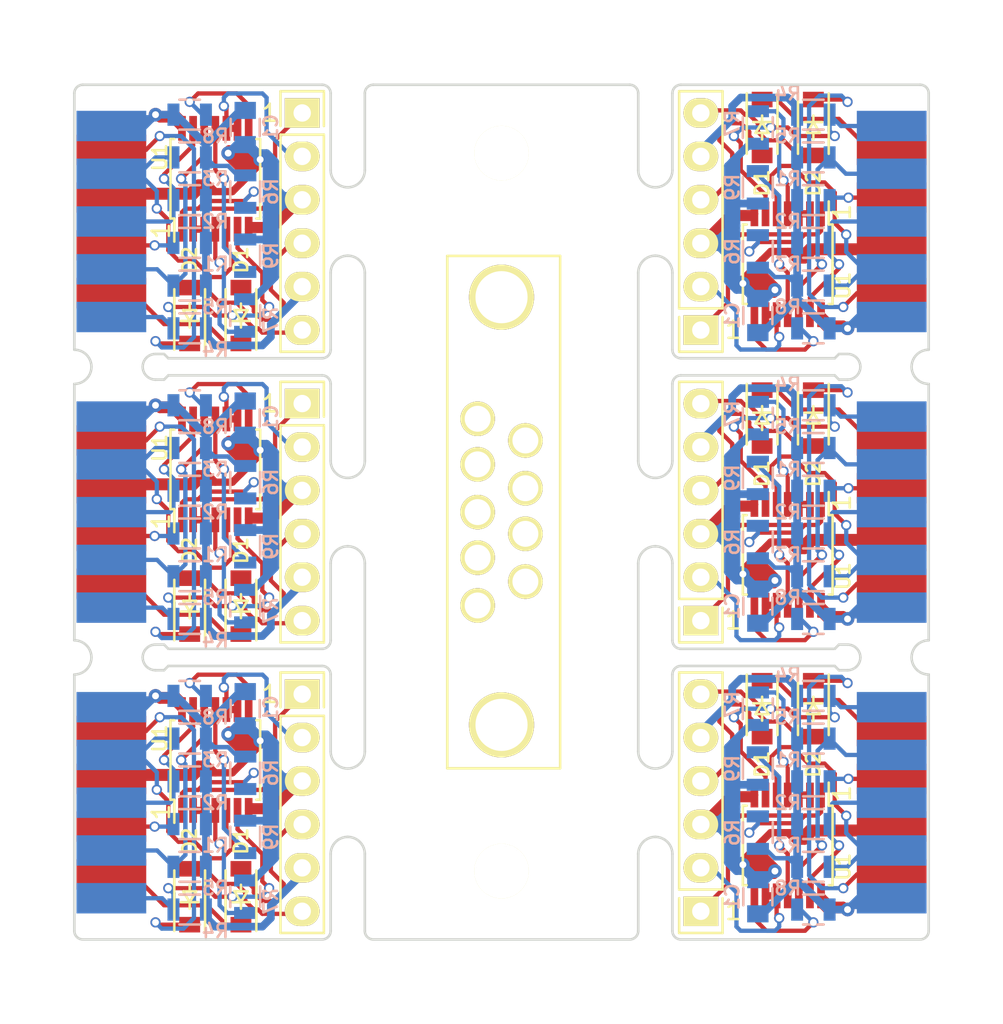
<source format=kicad_pcb>
(kicad_pcb (version 4) (host pcbnew 4.0.2-stable)
  (layers (0 F.Cu signal) (31 B.Cu signal) (34 B.Paste user) (35 F.Paste user) (36 B.SilkS user) (37 F.SilkS user) (38 B.Mask user) (39 F.Mask user) (44 Edge.Cuts user))
  (net 0 "")
  (net 1 VCC)
  (net 2 GND)
  (net 3 /ATARI_FIRE1)
  (net 4 /COCO_B1)
  (net 5 /ATARI_FIRE2)
  (net 6 /COCO_B2)
  (net 7 /ATARI_DOWN)
  (net 8 /ATARI_LEFT)
  (net 9 /ATARI_RIGHT)
  (net 10 /ATARI_UP)
  (net 11 /ATARI_OPTIONAL_5V)
  (net 12 /COCO_X)
  (net 13 /COCO_Y)
  (net 14 "Net-(R6-Pad2)")
  (net 15 "Net-(R7-Pad1)")
  (net 16 "Net-(R8-Pad2)")
  (net 17 "Net-(R9-Pad1)")
  (module Capacitors_SMD:C_0805 (layer B.Cu) (at 170.25 115.5 90)
    (fp_text reference C1 (at 0 -1.5 90) (layer B.SilkS) (effects (font (size 0.8 0.8)) (justify mirror)))
    (fp_text value 0.1uF)
    (pad 1 smd rect (at -1 0 90) (size 1 1.25) (layers B.Cu B.Paste B.Mask) (net 1 VCC))
    (pad 2 smd rect (at 1 0 90) (size 1 1.25) (layers B.Cu B.Mask) (net 2 GND))
  )
  (module Capacitors_SMD:C_0805 (layer B.Cu) (at 170.25 132.5 90)
    (fp_text reference C1 (at 0 -1.5 90) (layer B.SilkS) (effects (font (size 0.8 0.8)) (justify mirror)))
    (fp_text value 0.1uF)
    (pad 1 smd rect (at -1 0 90) (size 1 1.25) (layers B.Cu B.Paste B.Mask) (net 1 VCC))
    (pad 2 smd rect (at 1 0 90) (size 1 1.25) (layers B.Cu B.Mask) (net 2 GND))
  )
  (module Capacitors_SMD:C_0805 (layer B.Cu) (at 140.25 138.5 270)
    (fp_text reference C1 (at 0 -1.5 270) (layer B.SilkS) (effects (font (size 0.8 0.8)) (justify mirror)))
    (fp_text value 0.1uF)
    (pad 1 smd rect (at -1 0 270) (size 1 1.25) (layers B.Cu B.Paste B.Mask) (net 1 VCC))
    (pad 2 smd rect (at 1 0 270) (size 1 1.25) (layers B.Cu B.Mask) (net 2 GND))
  )
  (module Capacitors_SMD:C_0805 (layer B.Cu) (at 140.25 121.5 270)
    (fp_text reference C1 (at 0 -1.5 270) (layer B.SilkS) (effects (font (size 0.8 0.8)) (justify mirror)))
    (fp_text value 0.1uF)
    (pad 1 smd rect (at -1 0 270) (size 1 1.25) (layers B.Cu B.Paste B.Mask) (net 1 VCC))
    (pad 2 smd rect (at 1 0 270) (size 1 1.25) (layers B.Cu B.Mask) (net 2 GND))
  )
  (module Capacitors_SMD:C_0805 (layer B.Cu) (at 140.25 104.5 270)
    (fp_text reference C1 (at 0 -1.5 270) (layer B.SilkS) (effects (font (size 0.8 0.8)) (justify mirror)))
    (fp_text value 0.1uF)
    (pad 1 smd rect (at -1 0 270) (size 1 1.25) (layers B.Cu B.Paste B.Mask) (net 1 VCC))
    (pad 2 smd rect (at 1 0 270) (size 1 1.25) (layers B.Cu B.Mask) (net 2 GND))
  )
  (module Capacitors_SMD:C_0805 (layer B.Cu) (at 170.25 149.5 90)
    (fp_text reference C1 (at 0 -1.5 90) (layer B.SilkS) (effects (font (size 0.8 0.8)) (justify mirror)))
    (fp_text value 0.1uF)
    (pad 1 smd rect (at -1 0 90) (size 1 1.25) (layers B.Cu B.Paste B.Mask) (net 1 VCC))
    (pad 2 smd rect (at 1 0 90) (size 1 1.25) (layers B.Cu B.Mask) (net 2 GND))
  )
  (module Connect:DB9MD (layer F.Cu) (at 155.25 127 90)
    (fp_text reference REF** hide)
    (fp_text value DB9FD hide)
    (pad 0 thru_hole circle (at -12.446 0 90) (size 3.81 3.81) (drill 3.048) (layers *.Cu *.Mask F.SilkS))
    (pad 0 thru_hole circle (at 12.573 0 90) (size 3.81 3.81) (drill 3.048) (layers *.Cu *.Mask F.SilkS))
    (pad 1 thru_hole circle (at -5.461 -1.397 90) (size 2.024 2.024) (drill 1.516) (layers *.Cu *.Mask F.SilkS))
    (pad 2 thru_hole circle (at -2.667 -1.397 90) (size 2.024 2.024) (drill 1.516) (layers *.Cu *.Mask F.SilkS))
    (pad 3 thru_hole circle (at 0 -1.397 90) (size 2.024 2.024) (drill 1.516) (layers *.Cu *.Mask F.SilkS))
    (pad 4 thru_hole circle (at 2.794 -1.397 90) (size 2.024 2.024) (drill 1.516) (layers *.Cu *.Mask F.SilkS))
    (pad 5 thru_hole circle (at 5.461 -1.397 90) (size 2.024 2.024) (drill 1.516) (layers *.Cu *.Mask F.SilkS))
    (pad 6 thru_hole circle (at -4.064 1.397 90) (size 2.024 2.024) (drill 1.516) (layers *.Cu *.Mask F.SilkS))
    (pad 7 thru_hole circle (at -1.27 1.397 90) (size 2.024 2.024) (drill 1.516) (layers *.Cu *.Mask F.SilkS))
    (pad 8 thru_hole circle (at 1.397 1.397 90) (size 2.024 2.024) (drill 1.516) (layers *.Cu *.Mask F.SilkS))
    (pad 9 thru_hole circle (at 4.191 1.397 90) (size 2.024 2.024) (drill 1.516) (layers *.Cu *.Mask F.SilkS))
  )
  (module Mouse_Bite (layer F.Cu) (at 164.25 110 270)
    (fp_text reference REF** hide)
    (fp_text value MountingHole_2.2mm_M2 hide)
    (pad "" np_thru_hole circle (at -1.5 -0.75 270) (size 0.5 0.5) (drill 0.5) (layers *.Cu *.Mask))
    (pad "" np_thru_hole circle (at -0.5 -0.75 270) (size 0.5 0.5) (drill 0.5) (layers *.Cu *.Mask))
    (pad "" np_thru_hole circle (at 1.5 -0.75 270) (size 0.5 0.5) (drill 0.5) (layers *.Cu *.Mask))
    (pad "" np_thru_hole circle (at 0.5 -0.75 270) (size 0.5 0.5) (drill 0.5) (layers *.Cu *.Mask))
  )
  (module Mouse_Bite (layer F.Cu) (at 164.25 127 270)
    (fp_text reference REF** hide)
    (fp_text value MountingHole_2.2mm_M2 hide)
    (pad "" np_thru_hole circle (at -1.5 -0.75 270) (size 0.5 0.5) (drill 0.5) (layers *.Cu *.Mask))
    (pad "" np_thru_hole circle (at -0.5 -0.75 270) (size 0.5 0.5) (drill 0.5) (layers *.Cu *.Mask))
    (pad "" np_thru_hole circle (at 1.5 -0.75 270) (size 0.5 0.5) (drill 0.5) (layers *.Cu *.Mask))
    (pad "" np_thru_hole circle (at 0.5 -0.75 270) (size 0.5 0.5) (drill 0.5) (layers *.Cu *.Mask))
  )
  (module Mouse_Bite (layer F.Cu) (at 164.25 144 270)
    (fp_text reference REF** hide)
    (fp_text value MountingHole_2.2mm_M2 hide)
    (pad "" np_thru_hole circle (at -1.5 -0.75 270) (size 0.5 0.5) (drill 0.5) (layers *.Cu *.Mask))
    (pad "" np_thru_hole circle (at -0.5 -0.75 270) (size 0.5 0.5) (drill 0.5) (layers *.Cu *.Mask))
    (pad "" np_thru_hole circle (at 1.5 -0.75 270) (size 0.5 0.5) (drill 0.5) (layers *.Cu *.Mask))
    (pad "" np_thru_hole circle (at 0.5 -0.75 270) (size 0.5 0.5) (drill 0.5) (layers *.Cu *.Mask))
  )
  (module Mouse_Bite (layer F.Cu) (at 146.25 144 90)
    (fp_text reference REF** hide)
    (fp_text value MountingHole_2.2mm_M2 hide)
    (pad "" np_thru_hole circle (at -1.5 -0.75 90) (size 0.5 0.5) (drill 0.5) (layers *.Cu *.Mask))
    (pad "" np_thru_hole circle (at -0.5 -0.75 90) (size 0.5 0.5) (drill 0.5) (layers *.Cu *.Mask))
    (pad "" np_thru_hole circle (at 1.5 -0.75 90) (size 0.5 0.5) (drill 0.5) (layers *.Cu *.Mask))
    (pad "" np_thru_hole circle (at 0.5 -0.75 90) (size 0.5 0.5) (drill 0.5) (layers *.Cu *.Mask))
  )
  (module Mouse_Bite (layer F.Cu) (at 146.25 127 90)
    (fp_text reference REF** hide)
    (fp_text value MountingHole_2.2mm_M2 hide)
    (pad "" np_thru_hole circle (at -1.5 -0.75 90) (size 0.5 0.5) (drill 0.5) (layers *.Cu *.Mask))
    (pad "" np_thru_hole circle (at -0.5 -0.75 90) (size 0.5 0.5) (drill 0.5) (layers *.Cu *.Mask))
    (pad "" np_thru_hole circle (at 1.5 -0.75 90) (size 0.5 0.5) (drill 0.5) (layers *.Cu *.Mask))
    (pad "" np_thru_hole circle (at 0.5 -0.75 90) (size 0.5 0.5) (drill 0.5) (layers *.Cu *.Mask))
  )
  (module Mouse_Bite (layer F.Cu) (at 146.25 110 90)
    (fp_text reference REF** hide)
    (fp_text value MountingHole_2.2mm_M2 hide)
    (pad "" np_thru_hole circle (at -1.5 -0.75 90) (size 0.5 0.5) (drill 0.5) (layers *.Cu *.Mask))
    (pad "" np_thru_hole circle (at -0.5 -0.75 90) (size 0.5 0.5) (drill 0.5) (layers *.Cu *.Mask))
    (pad "" np_thru_hole circle (at 1.5 -0.75 90) (size 0.5 0.5) (drill 0.5) (layers *.Cu *.Mask))
    (pad "" np_thru_hole circle (at 0.5 -0.75 90) (size 0.5 0.5) (drill 0.5) (layers *.Cu *.Mask))
  )
  (module Mouse_Bite (layer F.Cu) (at 177.75 135.5)
    (fp_text reference REF** hide)
    (fp_text value MountingHole_2.2mm_M2 hide)
    (pad "" np_thru_hole circle (at -1 -1) (size 0.5 0.5) (drill 0.5) (layers *.Cu *.Mask))
    (pad "" np_thru_hole circle (at -1 1) (size 0.5 0.5) (drill 0.5) (layers *.Cu *.Mask))
    (pad "" np_thru_hole circle (at 1 1) (size 0.5 0.5) (drill 0.5) (layers *.Cu *.Mask))
    (pad "" np_thru_hole circle (at 0 1) (size 0.5 0.5) (drill 0.5) (layers *.Cu *.Mask))
    (pad "" np_thru_hole circle (at 0 -1) (size 0.5 0.5) (drill 0.5) (layers *.Cu *.Mask))
    (pad "" np_thru_hole circle (at 1 -1) (size 0.5 0.5) (drill 0.5) (layers *.Cu *.Mask))
  )
  (module Mouse_Bite (layer F.Cu) (at 177.75 118.5)
    (fp_text reference REF** hide)
    (fp_text value MountingHole_2.2mm_M2 hide)
    (pad "" np_thru_hole circle (at -1 -1) (size 0.5 0.5) (drill 0.5) (layers *.Cu *.Mask))
    (pad "" np_thru_hole circle (at -1 1) (size 0.5 0.5) (drill 0.5) (layers *.Cu *.Mask))
    (pad "" np_thru_hole circle (at 1 1) (size 0.5 0.5) (drill 0.5) (layers *.Cu *.Mask))
    (pad "" np_thru_hole circle (at 0 1) (size 0.5 0.5) (drill 0.5) (layers *.Cu *.Mask))
    (pad "" np_thru_hole circle (at 0 -1) (size 0.5 0.5) (drill 0.5) (layers *.Cu *.Mask))
    (pad "" np_thru_hole circle (at 1 -1) (size 0.5 0.5) (drill 0.5) (layers *.Cu *.Mask))
  )
  (module Mouse_Bite (layer F.Cu) (at 132.75 118.5)
    (fp_text reference REF** hide)
    (fp_text value MountingHole_2.2mm_M2 hide)
    (pad "" np_thru_hole circle (at -1 -1) (size 0.5 0.5) (drill 0.5) (layers *.Cu *.Mask))
    (pad "" np_thru_hole circle (at -1 1) (size 0.5 0.5) (drill 0.5) (layers *.Cu *.Mask))
    (pad "" np_thru_hole circle (at 1 1) (size 0.5 0.5) (drill 0.5) (layers *.Cu *.Mask))
    (pad "" np_thru_hole circle (at 0 1) (size 0.5 0.5) (drill 0.5) (layers *.Cu *.Mask))
    (pad "" np_thru_hole circle (at 0 -1) (size 0.5 0.5) (drill 0.5) (layers *.Cu *.Mask))
    (pad "" np_thru_hole circle (at 1 -1) (size 0.5 0.5) (drill 0.5) (layers *.Cu *.Mask))
  )
  (module Mouse_Bite (layer F.Cu) (at 132.75 135.5)
    (fp_text reference REF** hide)
    (fp_text value MountingHole_2.2mm_M2 hide)
    (pad "" np_thru_hole circle (at -1 -1) (size 0.5 0.5) (drill 0.5) (layers *.Cu *.Mask))
    (pad "" np_thru_hole circle (at -1 1) (size 0.5 0.5) (drill 0.5) (layers *.Cu *.Mask))
    (pad "" np_thru_hole circle (at 1 1) (size 0.5 0.5) (drill 0.5) (layers *.Cu *.Mask))
    (pad "" np_thru_hole circle (at 0 1) (size 0.5 0.5) (drill 0.5) (layers *.Cu *.Mask))
    (pad "" np_thru_hole circle (at 0 -1) (size 0.5 0.5) (drill 0.5) (layers *.Cu *.Mask))
    (pad "" np_thru_hole circle (at 1 -1) (size 0.5 0.5) (drill 0.5) (layers *.Cu *.Mask))
  )
  (module Resistors_SMD:R_0805 (layer B.Cu) (at 170.25 142 270)
    (fp_text reference R9 (at 0 1.5 270) (layer B.SilkS) (effects (font (size 0.8 0.8)) (justify mirror)))
    (fp_text value 47K)
    (pad 1 smd rect (at -0.95 0 270) (size 0.7 1.3) (layers B.Cu B.Paste B.Mask) (net 17 "Net-(R9-Pad1)"))
    (pad 2 smd rect (at 0.95 0 270) (size 0.7 1.3) (layers B.Cu B.Paste B.Mask) (net 2 GND))
  )
  (module Resistors_SMD:R_0805 (layer B.Cu) (at 173.5 150.25 180)
    (fp_text reference R8 (at 1.5 1.25 180) (layer B.SilkS) (effects (font (size 0.8 0.8)) (justify mirror)))
    (fp_text value 47K)
    (pad 1 smd rect (at -0.95 0 180) (size 0.7 1.3) (layers B.Cu B.Paste B.Mask) (net 1 VCC))
    (pad 2 smd rect (at 0.95 0 180) (size 0.7 1.3) (layers B.Cu B.Paste B.Mask) (net 16 "Net-(R8-Pad2)"))
  )
  (module Resistors_SMD:R_0805 (layer B.Cu) (at 170.25 138.5 270)
    (fp_text reference R7 (at -0.25 1.5 270) (layer B.SilkS) (effects (font (size 0.8 0.8)) (justify mirror)))
    (fp_text value 47K)
    (pad 1 smd rect (at -0.95 0 270) (size 0.7 1.3) (layers B.Cu B.Paste B.Mask) (net 15 "Net-(R7-Pad1)"))
    (pad 2 smd rect (at 0.95 0 270) (size 0.7 1.3) (layers B.Cu B.Paste B.Mask) (net 2 GND))
  )
  (module Resistors_SMD:R_0805 (layer B.Cu) (at 170.25 145.75 90)
    (fp_text reference R6 (at 0 -1.5 90) (layer B.SilkS) (effects (font (size 0.8 0.8)) (justify mirror)))
    (fp_text value 47K)
    (pad 1 smd rect (at -0.95 0 90) (size 0.7 1.3) (layers B.Cu B.Paste B.Mask) (net 1 VCC))
    (pad 2 smd rect (at 0.95 0 90) (size 0.7 1.3) (layers B.Cu B.Paste B.Mask) (net 14 "Net-(R6-Pad2)"))
  )
  (module Resistors_SMD:R_0805 (layer B.Cu) (at 173.5 140.25)
    (fp_text reference R5 (at -1.5 -1.25) (layer B.SilkS) (effects (font (size 0.8 0.8)) (justify mirror)))
    (fp_text value 10K)
    (pad 1 smd rect (at -0.95 0) (size 0.7 1.3) (layers B.Cu B.Paste B.Mask) (net 1 VCC))
    (pad 2 smd rect (at 0.95 0) (size 0.7 1.3) (layers B.Cu B.Paste B.Mask) (net 7 /ATARI_DOWN))
  )
  (module Resistors_SMD:R_0805 (layer B.Cu) (at 173.5 137.75)
    (fp_text reference R4 (at -1.5 -1.25) (layer B.SilkS) (effects (font (size 0.8 0.8)) (justify mirror)))
    (fp_text value 10K)
    (pad 1 smd rect (at -0.95 0) (size 0.7 1.3) (layers B.Cu B.Paste B.Mask) (net 1 VCC))
    (pad 2 smd rect (at 0.95 0) (size 0.7 1.3) (layers B.Cu B.Paste B.Mask) (net 10 /ATARI_UP))
  )
  (module Resistors_SMD:R_0805 (layer B.Cu) (at 173.5 147.75)
    (fp_text reference R3 (at -1.5 -1.25) (layer B.SilkS) (effects (font (size 0.8 0.8)) (justify mirror)))
    (fp_text value 10K)
    (pad 1 smd rect (at -0.95 0) (size 0.7 1.3) (layers B.Cu B.Paste B.Mask) (net 1 VCC))
    (pad 2 smd rect (at 0.95 0) (size 0.7 1.3) (layers B.Cu B.Paste B.Mask) (net 9 /ATARI_RIGHT))
  )
  (module Resistors_SMD:R_0805 (layer B.Cu) (at 173.5 145.25)
    (fp_text reference R2 (at -1.5 -1.25) (layer B.SilkS) (effects (font (size 0.8 0.8)) (justify mirror)))
    (fp_text value 10K)
    (pad 1 smd rect (at -0.95 0) (size 0.7 1.3) (layers B.Cu B.Paste B.Mask) (net 1 VCC))
    (pad 2 smd rect (at 0.95 0) (size 0.7 1.3) (layers B.Cu B.Paste B.Mask) (net 8 /ATARI_LEFT))
  )
  (module Resistors_SMD:R_0805 (layer B.Cu) (at 173.5 142.75)
    (fp_text reference R1 (at -1.5 -1.25) (layer B.SilkS) (effects (font (size 0.8 0.8)) (justify mirror)))
    (fp_text value 10K)
    (pad 1 smd rect (at -0.95 0) (size 0.7 1.3) (layers B.Cu B.Paste B.Mask) (net 1 VCC))
    (pad 2 smd rect (at 0.95 0) (size 0.7 1.3) (layers B.Cu B.Paste B.Mask) (net 11 /ATARI_OPTIONAL_5V))
  )
  (module Connect:DB9M_CI (layer B.Cu) (at 180.25 144 90)
    (fp_text reference P2)
    (fp_text value ATARI)
    (pad 2 connect rect (at 2.794 -2.167 90) (size 1.778 4.08) (layers B.Cu B.Mask) (net 7 /ATARI_DOWN))
    (pad 3 connect rect (at 0 -2.167 90) (size 1.778 4.08) (layers B.Cu B.Mask) (net 8 /ATARI_LEFT))
    (pad 4 connect rect (at -2.794 -2.167 90) (size 1.778 4.08) (layers B.Cu B.Mask) (net 9 /ATARI_RIGHT))
    (pad 5 connect rect (at -5.588 -2.167 90) (size 1.778 4.08) (layers B.Cu B.Mask) (net 1 VCC))
    (pad 1 connect rect (at 5.588 -2.167 90) (size 1.778 4.08) (layers B.Cu B.Mask) (net 10 /ATARI_UP))
    (pad 9 connect rect (at -4.191 -2.167 90) (size 1.778 4.08) (layers F.Cu F.Mask) (net 5 /ATARI_FIRE2))
    (pad 8 connect rect (at -1.397 -2.167 90) (size 1.778 4.08) (layers F.Cu F.Mask) (net 2 GND))
    (pad 7 connect rect (at 1.397 -2.167 90) (size 1.778 4.08) (layers F.Cu F.Mask) (net 11 /ATARI_OPTIONAL_5V))
    (pad 6 connect rect (at 4.191 -2.167 90) (size 1.778 4.08) (layers F.Cu F.Mask) (net 3 /ATARI_FIRE1))
  )
  (module Diodes_SMD:SOD-123 (layer F.Cu) (at 173.5 138.5 270)
    (fp_text reference D2 (at 3.25 0 270) (layer F.SilkS) (effects (font (size 0.8 0.8))))
    (fp_text value Signal)
    (pad 1 smd rect (at -1.635 0 270) (size 0.91 1.22) (layers F.Cu F.Paste F.Mask) (net 5 /ATARI_FIRE2))
    (pad 2 smd rect (at 1.635 0 270) (size 0.91 1.22) (layers F.Cu F.Paste F.Mask) (net 6 /COCO_B2))
  )
  (module Diodes_SMD:SOD-123 (layer F.Cu) (at 170.5 138.5 270)
    (fp_text reference D1 (at 3.25 0 270) (layer F.SilkS) (effects (font (size 0.8 0.8))))
    (fp_text value Signal)
    (pad 1 smd rect (at -1.635 0 270) (size 0.91 1.22) (layers F.Cu F.Paste F.Mask) (net 3 /ATARI_FIRE1))
    (pad 2 smd rect (at 1.635 0 270) (size 0.91 1.22) (layers F.Cu F.Paste F.Mask) (net 4 /COCO_B1))
  )
  (module Pin_Headers:Pin_Header_Straight_1x06 (layer F.Cu) (at 166.915 150.35 180)
    (fp_text reference P1)
    (fp_text value COCO)
    (fp_text user 1 (at -1.905 0 180) (layer F.SilkS))
    (pad 1 thru_hole rect (at 0 0 180) (size 2.032 1.7272) (drill 1.016) (layers *.Cu *.Mask F.SilkS) (net 12 /COCO_X))
    (pad 2 thru_hole oval (at 0 2.54 180) (size 2.032 1.7272) (drill 1.016) (layers *.Cu *.Mask F.SilkS) (net 13 /COCO_Y))
    (pad 3 thru_hole oval (at 0 5.08 180) (size 2.032 1.7272) (drill 1.016) (layers *.Cu *.Mask F.SilkS) (net 2 GND))
    (pad 4 thru_hole oval (at 0 7.62 180) (size 2.032 1.7272) (drill 1.016) (layers *.Cu *.Mask F.SilkS) (net 4 /COCO_B1))
    (pad 5 thru_hole oval (at 0 10.16 180) (size 2.032 1.7272) (drill 1.016) (layers *.Cu *.Mask F.SilkS) (net 1 VCC))
    (pad 6 thru_hole oval (at 0 12.7 180) (size 2.032 1.7272) (drill 1.016) (layers *.Cu *.Mask F.SilkS) (net 6 /COCO_B2))
  )
  (module Housings_SSOP:TSSOP-14_4.4x5mm_Pitch0.65mm (layer F.Cu) (at 172 146.5 270)
    (fp_text reference U1 (at 1.25 -3.25 270) (layer F.SilkS) (effects (font (size 0.8 0.8))))
    (fp_text value 4066)
    (fp_text user 1 (at -3.048 -3.175 270) (layer F.SilkS))
    (pad 1 smd rect (at -2.95 -1.95 270) (size 1.45 0.45) (layers F.Cu F.Paste F.Mask) (net 14 "Net-(R6-Pad2)"))
    (pad 2 smd rect (at -2.95 -1.3 270) (size 1.45 0.45) (layers F.Cu F.Paste F.Mask) (net 12 /COCO_X))
    (pad 3 smd rect (at -2.95 -0.65 270) (size 1.45 0.45) (layers F.Cu F.Paste F.Mask) (net 12 /COCO_X))
    (pad 4 smd rect (at -2.95 0 270) (size 1.45 0.45) (layers F.Cu F.Paste F.Mask) (net 15 "Net-(R7-Pad1)"))
    (pad 5 smd rect (at -2.95 0.65 270) (size 1.45 0.45) (layers F.Cu F.Paste F.Mask) (net 9 /ATARI_RIGHT))
    (pad 6 smd rect (at -2.95 1.3 270) (size 1.45 0.45) (layers F.Cu F.Paste F.Mask) (net 10 /ATARI_UP))
    (pad 7 smd rect (at -2.95 1.95 270) (size 1.45 0.45) (layers F.Cu F.Paste F.Mask) (net 2 GND))
    (pad 8 smd rect (at 2.95 1.95 270) (size 1.45 0.45) (layers F.Cu F.Paste F.Mask) (net 16 "Net-(R8-Pad2)"))
    (pad 9 smd rect (at 2.95 1.3 270) (size 1.45 0.45) (layers F.Cu F.Paste F.Mask) (net 13 /COCO_Y))
    (pad 10 smd rect (at 2.95 0.65 270) (size 1.45 0.45) (layers F.Cu F.Paste F.Mask) (net 13 /COCO_Y))
    (pad 11 smd rect (at 2.95 0 270) (size 1.45 0.45) (layers F.Cu F.Paste F.Mask) (net 17 "Net-(R9-Pad1)"))
    (pad 12 smd rect (at 2.95 -0.65 270) (size 1.45 0.45) (layers F.Cu F.Paste F.Mask) (net 7 /ATARI_DOWN))
    (pad 13 smd rect (at 2.95 -1.3 270) (size 1.45 0.45) (layers F.Cu F.Paste F.Mask) (net 8 /ATARI_LEFT))
    (pad 14 smd rect (at 2.95 -1.95 270) (size 1.45 0.45) (layers F.Cu F.Paste F.Mask) (net 1 VCC))
  )
  (module Housings_SSOP:TSSOP-14_4.4x5mm_Pitch0.65mm (layer F.Cu) (at 172 112.5 270)
    (fp_text reference U1 (at 1.25 -3.25 270) (layer F.SilkS) (effects (font (size 0.8 0.8))))
    (fp_text value 4066)
    (fp_text user 1 (at -3.048 -3.175 270) (layer F.SilkS))
    (pad 1 smd rect (at -2.95 -1.95 270) (size 1.45 0.45) (layers F.Cu F.Paste F.Mask) (net 14 "Net-(R6-Pad2)"))
    (pad 2 smd rect (at -2.95 -1.3 270) (size 1.45 0.45) (layers F.Cu F.Paste F.Mask) (net 12 /COCO_X))
    (pad 3 smd rect (at -2.95 -0.65 270) (size 1.45 0.45) (layers F.Cu F.Paste F.Mask) (net 12 /COCO_X))
    (pad 4 smd rect (at -2.95 0 270) (size 1.45 0.45) (layers F.Cu F.Paste F.Mask) (net 15 "Net-(R7-Pad1)"))
    (pad 5 smd rect (at -2.95 0.65 270) (size 1.45 0.45) (layers F.Cu F.Paste F.Mask) (net 9 /ATARI_RIGHT))
    (pad 6 smd rect (at -2.95 1.3 270) (size 1.45 0.45) (layers F.Cu F.Paste F.Mask) (net 10 /ATARI_UP))
    (pad 7 smd rect (at -2.95 1.95 270) (size 1.45 0.45) (layers F.Cu F.Paste F.Mask) (net 2 GND))
    (pad 8 smd rect (at 2.95 1.95 270) (size 1.45 0.45) (layers F.Cu F.Paste F.Mask) (net 16 "Net-(R8-Pad2)"))
    (pad 9 smd rect (at 2.95 1.3 270) (size 1.45 0.45) (layers F.Cu F.Paste F.Mask) (net 13 /COCO_Y))
    (pad 10 smd rect (at 2.95 0.65 270) (size 1.45 0.45) (layers F.Cu F.Paste F.Mask) (net 13 /COCO_Y))
    (pad 11 smd rect (at 2.95 0 270) (size 1.45 0.45) (layers F.Cu F.Paste F.Mask) (net 17 "Net-(R9-Pad1)"))
    (pad 12 smd rect (at 2.95 -0.65 270) (size 1.45 0.45) (layers F.Cu F.Paste F.Mask) (net 7 /ATARI_DOWN))
    (pad 13 smd rect (at 2.95 -1.3 270) (size 1.45 0.45) (layers F.Cu F.Paste F.Mask) (net 8 /ATARI_LEFT))
    (pad 14 smd rect (at 2.95 -1.95 270) (size 1.45 0.45) (layers F.Cu F.Paste F.Mask) (net 1 VCC))
  )
  (module Pin_Headers:Pin_Header_Straight_1x06 (layer F.Cu) (at 166.915 116.35 180)
    (fp_text reference P1)
    (fp_text value COCO)
    (fp_text user 1 (at -1.905 0 180) (layer F.SilkS))
    (pad 1 thru_hole rect (at 0 0 180) (size 2.032 1.7272) (drill 1.016) (layers *.Cu *.Mask F.SilkS) (net 12 /COCO_X))
    (pad 2 thru_hole oval (at 0 2.54 180) (size 2.032 1.7272) (drill 1.016) (layers *.Cu *.Mask F.SilkS) (net 13 /COCO_Y))
    (pad 3 thru_hole oval (at 0 5.08 180) (size 2.032 1.7272) (drill 1.016) (layers *.Cu *.Mask F.SilkS) (net 2 GND))
    (pad 4 thru_hole oval (at 0 7.62 180) (size 2.032 1.7272) (drill 1.016) (layers *.Cu *.Mask F.SilkS) (net 4 /COCO_B1))
    (pad 5 thru_hole oval (at 0 10.16 180) (size 2.032 1.7272) (drill 1.016) (layers *.Cu *.Mask F.SilkS) (net 1 VCC))
    (pad 6 thru_hole oval (at 0 12.7 180) (size 2.032 1.7272) (drill 1.016) (layers *.Cu *.Mask F.SilkS) (net 6 /COCO_B2))
  )
  (module Diodes_SMD:SOD-123 (layer F.Cu) (at 170.5 104.5 270)
    (fp_text reference D1 (at 3.25 0 270) (layer F.SilkS) (effects (font (size 0.8 0.8))))
    (fp_text value Signal)
    (pad 1 smd rect (at -1.635 0 270) (size 0.91 1.22) (layers F.Cu F.Paste F.Mask) (net 3 /ATARI_FIRE1))
    (pad 2 smd rect (at 1.635 0 270) (size 0.91 1.22) (layers F.Cu F.Paste F.Mask) (net 4 /COCO_B1))
  )
  (module Diodes_SMD:SOD-123 (layer F.Cu) (at 173.5 104.5 270)
    (fp_text reference D2 (at 3.25 0 270) (layer F.SilkS) (effects (font (size 0.8 0.8))))
    (fp_text value Signal)
    (pad 1 smd rect (at -1.635 0 270) (size 0.91 1.22) (layers F.Cu F.Paste F.Mask) (net 5 /ATARI_FIRE2))
    (pad 2 smd rect (at 1.635 0 270) (size 0.91 1.22) (layers F.Cu F.Paste F.Mask) (net 6 /COCO_B2))
  )
  (module Connect:DB9M_CI (layer B.Cu) (at 180.25 110 90)
    (fp_text reference P2)
    (fp_text value ATARI)
    (pad 2 connect rect (at 2.794 -2.167 90) (size 1.778 4.08) (layers B.Cu B.Mask) (net 7 /ATARI_DOWN))
    (pad 3 connect rect (at 0 -2.167 90) (size 1.778 4.08) (layers B.Cu B.Mask) (net 8 /ATARI_LEFT))
    (pad 4 connect rect (at -2.794 -2.167 90) (size 1.778 4.08) (layers B.Cu B.Mask) (net 9 /ATARI_RIGHT))
    (pad 5 connect rect (at -5.588 -2.167 90) (size 1.778 4.08) (layers B.Cu B.Mask) (net 1 VCC))
    (pad 1 connect rect (at 5.588 -2.167 90) (size 1.778 4.08) (layers B.Cu B.Mask) (net 10 /ATARI_UP))
    (pad 9 connect rect (at -4.191 -2.167 90) (size 1.778 4.08) (layers F.Cu F.Mask) (net 5 /ATARI_FIRE2))
    (pad 8 connect rect (at -1.397 -2.167 90) (size 1.778 4.08) (layers F.Cu F.Mask) (net 2 GND))
    (pad 7 connect rect (at 1.397 -2.167 90) (size 1.778 4.08) (layers F.Cu F.Mask) (net 11 /ATARI_OPTIONAL_5V))
    (pad 6 connect rect (at 4.191 -2.167 90) (size 1.778 4.08) (layers F.Cu F.Mask) (net 3 /ATARI_FIRE1))
  )
  (module Resistors_SMD:R_0805 (layer B.Cu) (at 173.5 108.75)
    (fp_text reference R1 (at -1.5 -1.25) (layer B.SilkS) (effects (font (size 0.8 0.8)) (justify mirror)))
    (fp_text value 10K)
    (pad 1 smd rect (at -0.95 0) (size 0.7 1.3) (layers B.Cu B.Paste B.Mask) (net 1 VCC))
    (pad 2 smd rect (at 0.95 0) (size 0.7 1.3) (layers B.Cu B.Paste B.Mask) (net 11 /ATARI_OPTIONAL_5V))
  )
  (module Resistors_SMD:R_0805 (layer B.Cu) (at 173.5 111.25)
    (fp_text reference R2 (at -1.5 -1.25) (layer B.SilkS) (effects (font (size 0.8 0.8)) (justify mirror)))
    (fp_text value 10K)
    (pad 1 smd rect (at -0.95 0) (size 0.7 1.3) (layers B.Cu B.Paste B.Mask) (net 1 VCC))
    (pad 2 smd rect (at 0.95 0) (size 0.7 1.3) (layers B.Cu B.Paste B.Mask) (net 8 /ATARI_LEFT))
  )
  (module Resistors_SMD:R_0805 (layer B.Cu) (at 173.5 113.75)
    (fp_text reference R3 (at -1.5 -1.25) (layer B.SilkS) (effects (font (size 0.8 0.8)) (justify mirror)))
    (fp_text value 10K)
    (pad 1 smd rect (at -0.95 0) (size 0.7 1.3) (layers B.Cu B.Paste B.Mask) (net 1 VCC))
    (pad 2 smd rect (at 0.95 0) (size 0.7 1.3) (layers B.Cu B.Paste B.Mask) (net 9 /ATARI_RIGHT))
  )
  (module Resistors_SMD:R_0805 (layer B.Cu) (at 173.5 103.75)
    (fp_text reference R4 (at -1.5 -1.25) (layer B.SilkS) (effects (font (size 0.8 0.8)) (justify mirror)))
    (fp_text value 10K)
    (pad 1 smd rect (at -0.95 0) (size 0.7 1.3) (layers B.Cu B.Paste B.Mask) (net 1 VCC))
    (pad 2 smd rect (at 0.95 0) (size 0.7 1.3) (layers B.Cu B.Paste B.Mask) (net 10 /ATARI_UP))
  )
  (module Resistors_SMD:R_0805 (layer B.Cu) (at 173.5 106.25)
    (fp_text reference R5 (at -1.5 -1.25) (layer B.SilkS) (effects (font (size 0.8 0.8)) (justify mirror)))
    (fp_text value 10K)
    (pad 1 smd rect (at -0.95 0) (size 0.7 1.3) (layers B.Cu B.Paste B.Mask) (net 1 VCC))
    (pad 2 smd rect (at 0.95 0) (size 0.7 1.3) (layers B.Cu B.Paste B.Mask) (net 7 /ATARI_DOWN))
  )
  (module Resistors_SMD:R_0805 (layer B.Cu) (at 170.25 111.75 90)
    (fp_text reference R6 (at 0 -1.5 90) (layer B.SilkS) (effects (font (size 0.8 0.8)) (justify mirror)))
    (fp_text value 47K)
    (pad 1 smd rect (at -0.95 0 90) (size 0.7 1.3) (layers B.Cu B.Paste B.Mask) (net 1 VCC))
    (pad 2 smd rect (at 0.95 0 90) (size 0.7 1.3) (layers B.Cu B.Paste B.Mask) (net 14 "Net-(R6-Pad2)"))
  )
  (module Resistors_SMD:R_0805 (layer B.Cu) (at 170.25 104.5 270)
    (fp_text reference R7 (at -0.25 1.5 270) (layer B.SilkS) (effects (font (size 0.8 0.8)) (justify mirror)))
    (fp_text value 47K)
    (pad 1 smd rect (at -0.95 0 270) (size 0.7 1.3) (layers B.Cu B.Paste B.Mask) (net 15 "Net-(R7-Pad1)"))
    (pad 2 smd rect (at 0.95 0 270) (size 0.7 1.3) (layers B.Cu B.Paste B.Mask) (net 2 GND))
  )
  (module Resistors_SMD:R_0805 (layer B.Cu) (at 173.5 116.25 180)
    (fp_text reference R8 (at 1.5 1.25 180) (layer B.SilkS) (effects (font (size 0.8 0.8)) (justify mirror)))
    (fp_text value 47K)
    (pad 1 smd rect (at -0.95 0 180) (size 0.7 1.3) (layers B.Cu B.Paste B.Mask) (net 1 VCC))
    (pad 2 smd rect (at 0.95 0 180) (size 0.7 1.3) (layers B.Cu B.Paste B.Mask) (net 16 "Net-(R8-Pad2)"))
  )
  (module Resistors_SMD:R_0805 (layer B.Cu) (at 170.25 108 270)
    (fp_text reference R9 (at 0 1.5 270) (layer B.SilkS) (effects (font (size 0.8 0.8)) (justify mirror)))
    (fp_text value 47K)
    (pad 1 smd rect (at -0.95 0 270) (size 0.7 1.3) (layers B.Cu B.Paste B.Mask) (net 17 "Net-(R9-Pad1)"))
    (pad 2 smd rect (at 0.95 0 270) (size 0.7 1.3) (layers B.Cu B.Paste B.Mask) (net 2 GND))
  )
  (module Resistors_SMD:R_0805 (layer B.Cu) (at 170.25 125 270)
    (fp_text reference R9 (at 0 1.5 270) (layer B.SilkS) (effects (font (size 0.8 0.8)) (justify mirror)))
    (fp_text value 47K)
    (pad 1 smd rect (at -0.95 0 270) (size 0.7 1.3) (layers B.Cu B.Paste B.Mask) (net 17 "Net-(R9-Pad1)"))
    (pad 2 smd rect (at 0.95 0 270) (size 0.7 1.3) (layers B.Cu B.Paste B.Mask) (net 2 GND))
  )
  (module Resistors_SMD:R_0805 (layer B.Cu) (at 173.5 133.25 180)
    (fp_text reference R8 (at 1.5 1.25 180) (layer B.SilkS) (effects (font (size 0.8 0.8)) (justify mirror)))
    (fp_text value 47K)
    (pad 1 smd rect (at -0.95 0 180) (size 0.7 1.3) (layers B.Cu B.Paste B.Mask) (net 1 VCC))
    (pad 2 smd rect (at 0.95 0 180) (size 0.7 1.3) (layers B.Cu B.Paste B.Mask) (net 16 "Net-(R8-Pad2)"))
  )
  (module Resistors_SMD:R_0805 (layer B.Cu) (at 170.25 121.5 270)
    (fp_text reference R7 (at -0.25 1.5 270) (layer B.SilkS) (effects (font (size 0.8 0.8)) (justify mirror)))
    (fp_text value 47K)
    (pad 1 smd rect (at -0.95 0 270) (size 0.7 1.3) (layers B.Cu B.Paste B.Mask) (net 15 "Net-(R7-Pad1)"))
    (pad 2 smd rect (at 0.95 0 270) (size 0.7 1.3) (layers B.Cu B.Paste B.Mask) (net 2 GND))
  )
  (module Resistors_SMD:R_0805 (layer B.Cu) (at 170.25 128.75 90)
    (fp_text reference R6 (at 0 -1.5 90) (layer B.SilkS) (effects (font (size 0.8 0.8)) (justify mirror)))
    (fp_text value 47K)
    (pad 1 smd rect (at -0.95 0 90) (size 0.7 1.3) (layers B.Cu B.Paste B.Mask) (net 1 VCC))
    (pad 2 smd rect (at 0.95 0 90) (size 0.7 1.3) (layers B.Cu B.Paste B.Mask) (net 14 "Net-(R6-Pad2)"))
  )
  (module Resistors_SMD:R_0805 (layer B.Cu) (at 173.5 123.25)
    (fp_text reference R5 (at -1.5 -1.25) (layer B.SilkS) (effects (font (size 0.8 0.8)) (justify mirror)))
    (fp_text value 10K)
    (pad 1 smd rect (at -0.95 0) (size 0.7 1.3) (layers B.Cu B.Paste B.Mask) (net 1 VCC))
    (pad 2 smd rect (at 0.95 0) (size 0.7 1.3) (layers B.Cu B.Paste B.Mask) (net 7 /ATARI_DOWN))
  )
  (module Resistors_SMD:R_0805 (layer B.Cu) (at 173.5 120.75)
    (fp_text reference R4 (at -1.5 -1.25) (layer B.SilkS) (effects (font (size 0.8 0.8)) (justify mirror)))
    (fp_text value 10K)
    (pad 1 smd rect (at -0.95 0) (size 0.7 1.3) (layers B.Cu B.Paste B.Mask) (net 1 VCC))
    (pad 2 smd rect (at 0.95 0) (size 0.7 1.3) (layers B.Cu B.Paste B.Mask) (net 10 /ATARI_UP))
  )
  (module Resistors_SMD:R_0805 (layer B.Cu) (at 173.5 130.75)
    (fp_text reference R3 (at -1.5 -1.25) (layer B.SilkS) (effects (font (size 0.8 0.8)) (justify mirror)))
    (fp_text value 10K)
    (pad 1 smd rect (at -0.95 0) (size 0.7 1.3) (layers B.Cu B.Paste B.Mask) (net 1 VCC))
    (pad 2 smd rect (at 0.95 0) (size 0.7 1.3) (layers B.Cu B.Paste B.Mask) (net 9 /ATARI_RIGHT))
  )
  (module Resistors_SMD:R_0805 (layer B.Cu) (at 173.5 128.25)
    (fp_text reference R2 (at -1.5 -1.25) (layer B.SilkS) (effects (font (size 0.8 0.8)) (justify mirror)))
    (fp_text value 10K)
    (pad 1 smd rect (at -0.95 0) (size 0.7 1.3) (layers B.Cu B.Paste B.Mask) (net 1 VCC))
    (pad 2 smd rect (at 0.95 0) (size 0.7 1.3) (layers B.Cu B.Paste B.Mask) (net 8 /ATARI_LEFT))
  )
  (module Resistors_SMD:R_0805 (layer B.Cu) (at 173.5 125.75)
    (fp_text reference R1 (at -1.5 -1.25) (layer B.SilkS) (effects (font (size 0.8 0.8)) (justify mirror)))
    (fp_text value 10K)
    (pad 1 smd rect (at -0.95 0) (size 0.7 1.3) (layers B.Cu B.Paste B.Mask) (net 1 VCC))
    (pad 2 smd rect (at 0.95 0) (size 0.7 1.3) (layers B.Cu B.Paste B.Mask) (net 11 /ATARI_OPTIONAL_5V))
  )
  (module Connect:DB9M_CI (layer B.Cu) (at 180.25 127 90)
    (fp_text reference P2)
    (fp_text value ATARI)
    (pad 2 connect rect (at 2.794 -2.167 90) (size 1.778 4.08) (layers B.Cu B.Mask) (net 7 /ATARI_DOWN))
    (pad 3 connect rect (at 0 -2.167 90) (size 1.778 4.08) (layers B.Cu B.Mask) (net 8 /ATARI_LEFT))
    (pad 4 connect rect (at -2.794 -2.167 90) (size 1.778 4.08) (layers B.Cu B.Mask) (net 9 /ATARI_RIGHT))
    (pad 5 connect rect (at -5.588 -2.167 90) (size 1.778 4.08) (layers B.Cu B.Mask) (net 1 VCC))
    (pad 1 connect rect (at 5.588 -2.167 90) (size 1.778 4.08) (layers B.Cu B.Mask) (net 10 /ATARI_UP))
    (pad 9 connect rect (at -4.191 -2.167 90) (size 1.778 4.08) (layers F.Cu F.Mask) (net 5 /ATARI_FIRE2))
    (pad 8 connect rect (at -1.397 -2.167 90) (size 1.778 4.08) (layers F.Cu F.Mask) (net 2 GND))
    (pad 7 connect rect (at 1.397 -2.167 90) (size 1.778 4.08) (layers F.Cu F.Mask) (net 11 /ATARI_OPTIONAL_5V))
    (pad 6 connect rect (at 4.191 -2.167 90) (size 1.778 4.08) (layers F.Cu F.Mask) (net 3 /ATARI_FIRE1))
  )
  (module Diodes_SMD:SOD-123 (layer F.Cu) (at 173.5 121.5 270)
    (fp_text reference D2 (at 3.25 0 270) (layer F.SilkS) (effects (font (size 0.8 0.8))))
    (fp_text value Signal)
    (pad 1 smd rect (at -1.635 0 270) (size 0.91 1.22) (layers F.Cu F.Paste F.Mask) (net 5 /ATARI_FIRE2))
    (pad 2 smd rect (at 1.635 0 270) (size 0.91 1.22) (layers F.Cu F.Paste F.Mask) (net 6 /COCO_B2))
  )
  (module Diodes_SMD:SOD-123 (layer F.Cu) (at 170.5 121.5 270)
    (fp_text reference D1 (at 3.25 0 270) (layer F.SilkS) (effects (font (size 0.8 0.8))))
    (fp_text value Signal)
    (pad 1 smd rect (at -1.635 0 270) (size 0.91 1.22) (layers F.Cu F.Paste F.Mask) (net 3 /ATARI_FIRE1))
    (pad 2 smd rect (at 1.635 0 270) (size 0.91 1.22) (layers F.Cu F.Paste F.Mask) (net 4 /COCO_B1))
  )
  (module Pin_Headers:Pin_Header_Straight_1x06 (layer F.Cu) (at 166.915 133.35 180)
    (fp_text reference P1)
    (fp_text value COCO)
    (fp_text user 1 (at -1.905 0 180) (layer F.SilkS))
    (pad 1 thru_hole rect (at 0 0 180) (size 2.032 1.7272) (drill 1.016) (layers *.Cu *.Mask F.SilkS) (net 12 /COCO_X))
    (pad 2 thru_hole oval (at 0 2.54 180) (size 2.032 1.7272) (drill 1.016) (layers *.Cu *.Mask F.SilkS) (net 13 /COCO_Y))
    (pad 3 thru_hole oval (at 0 5.08 180) (size 2.032 1.7272) (drill 1.016) (layers *.Cu *.Mask F.SilkS) (net 2 GND))
    (pad 4 thru_hole oval (at 0 7.62 180) (size 2.032 1.7272) (drill 1.016) (layers *.Cu *.Mask F.SilkS) (net 4 /COCO_B1))
    (pad 5 thru_hole oval (at 0 10.16 180) (size 2.032 1.7272) (drill 1.016) (layers *.Cu *.Mask F.SilkS) (net 1 VCC))
    (pad 6 thru_hole oval (at 0 12.7 180) (size 2.032 1.7272) (drill 1.016) (layers *.Cu *.Mask F.SilkS) (net 6 /COCO_B2))
  )
  (module Housings_SSOP:TSSOP-14_4.4x5mm_Pitch0.65mm (layer F.Cu) (at 172 129.5 270)
    (fp_text reference U1 (at 1.25 -3.25 270) (layer F.SilkS) (effects (font (size 0.8 0.8))))
    (fp_text value 4066)
    (fp_text user 1 (at -3.048 -3.175 270) (layer F.SilkS))
    (pad 1 smd rect (at -2.95 -1.95 270) (size 1.45 0.45) (layers F.Cu F.Paste F.Mask) (net 14 "Net-(R6-Pad2)"))
    (pad 2 smd rect (at -2.95 -1.3 270) (size 1.45 0.45) (layers F.Cu F.Paste F.Mask) (net 12 /COCO_X))
    (pad 3 smd rect (at -2.95 -0.65 270) (size 1.45 0.45) (layers F.Cu F.Paste F.Mask) (net 12 /COCO_X))
    (pad 4 smd rect (at -2.95 0 270) (size 1.45 0.45) (layers F.Cu F.Paste F.Mask) (net 15 "Net-(R7-Pad1)"))
    (pad 5 smd rect (at -2.95 0.65 270) (size 1.45 0.45) (layers F.Cu F.Paste F.Mask) (net 9 /ATARI_RIGHT))
    (pad 6 smd rect (at -2.95 1.3 270) (size 1.45 0.45) (layers F.Cu F.Paste F.Mask) (net 10 /ATARI_UP))
    (pad 7 smd rect (at -2.95 1.95 270) (size 1.45 0.45) (layers F.Cu F.Paste F.Mask) (net 2 GND))
    (pad 8 smd rect (at 2.95 1.95 270) (size 1.45 0.45) (layers F.Cu F.Paste F.Mask) (net 16 "Net-(R8-Pad2)"))
    (pad 9 smd rect (at 2.95 1.3 270) (size 1.45 0.45) (layers F.Cu F.Paste F.Mask) (net 13 /COCO_Y))
    (pad 10 smd rect (at 2.95 0.65 270) (size 1.45 0.45) (layers F.Cu F.Paste F.Mask) (net 13 /COCO_Y))
    (pad 11 smd rect (at 2.95 0 270) (size 1.45 0.45) (layers F.Cu F.Paste F.Mask) (net 17 "Net-(R9-Pad1)"))
    (pad 12 smd rect (at 2.95 -0.65 270) (size 1.45 0.45) (layers F.Cu F.Paste F.Mask) (net 7 /ATARI_DOWN))
    (pad 13 smd rect (at 2.95 -1.3 270) (size 1.45 0.45) (layers F.Cu F.Paste F.Mask) (net 8 /ATARI_LEFT))
    (pad 14 smd rect (at 2.95 -1.95 270) (size 1.45 0.45) (layers F.Cu F.Paste F.Mask) (net 1 VCC))
  )
  (module Mounting_Holes:MountingHole_3.2mm_M3 (layer F.Cu) (at 155.25 148)
    (fp_text reference REF** hide)
    (fp_text value MountingHole_3.2mm_M3 hide)
    (pad 1 np_thru_hole circle (at 0 0) (size 3.2 3.2) (drill 3.2) (layers *.Cu *.Mask F.SilkS))
  )
  (module Housings_SSOP:TSSOP-14_4.4x5mm_Pitch0.65mm (layer F.Cu) (at 138.5 124.5 90)
    (fp_text reference U1 (at 1.25 -3.25 90) (layer F.SilkS) (effects (font (size 0.8 0.8))))
    (fp_text value 4066)
    (fp_text user 1 (at -3.048 -3.175 90) (layer F.SilkS))
    (pad 1 smd rect (at -2.95 -1.95 90) (size 1.45 0.45) (layers F.Cu F.Paste F.Mask) (net 14 "Net-(R6-Pad2)"))
    (pad 2 smd rect (at -2.95 -1.3 90) (size 1.45 0.45) (layers F.Cu F.Paste F.Mask) (net 12 /COCO_X))
    (pad 3 smd rect (at -2.95 -0.65 90) (size 1.45 0.45) (layers F.Cu F.Paste F.Mask) (net 12 /COCO_X))
    (pad 4 smd rect (at -2.95 0 90) (size 1.45 0.45) (layers F.Cu F.Paste F.Mask) (net 15 "Net-(R7-Pad1)"))
    (pad 5 smd rect (at -2.95 0.65 90) (size 1.45 0.45) (layers F.Cu F.Paste F.Mask) (net 9 /ATARI_RIGHT))
    (pad 6 smd rect (at -2.95 1.3 90) (size 1.45 0.45) (layers F.Cu F.Paste F.Mask) (net 10 /ATARI_UP))
    (pad 7 smd rect (at -2.95 1.95 90) (size 1.45 0.45) (layers F.Cu F.Paste F.Mask) (net 2 GND))
    (pad 8 smd rect (at 2.95 1.95 90) (size 1.45 0.45) (layers F.Cu F.Paste F.Mask) (net 16 "Net-(R8-Pad2)"))
    (pad 9 smd rect (at 2.95 1.3 90) (size 1.45 0.45) (layers F.Cu F.Paste F.Mask) (net 13 /COCO_Y))
    (pad 10 smd rect (at 2.95 0.65 90) (size 1.45 0.45) (layers F.Cu F.Paste F.Mask) (net 13 /COCO_Y))
    (pad 11 smd rect (at 2.95 0 90) (size 1.45 0.45) (layers F.Cu F.Paste F.Mask) (net 17 "Net-(R9-Pad1)"))
    (pad 12 smd rect (at 2.95 -0.65 90) (size 1.45 0.45) (layers F.Cu F.Paste F.Mask) (net 7 /ATARI_DOWN))
    (pad 13 smd rect (at 2.95 -1.3 90) (size 1.45 0.45) (layers F.Cu F.Paste F.Mask) (net 8 /ATARI_LEFT))
    (pad 14 smd rect (at 2.95 -1.95 90) (size 1.45 0.45) (layers F.Cu F.Paste F.Mask) (net 1 VCC))
  )
  (module Pin_Headers:Pin_Header_Straight_1x06 (layer F.Cu) (at 143.585 120.65)
    (fp_text reference P1)
    (fp_text value COCO)
    (fp_text user 1 (at -1.905 0) (layer F.SilkS))
    (pad 1 thru_hole rect (at 0 0) (size 2.032 1.7272) (drill 1.016) (layers *.Cu *.Mask F.SilkS) (net 12 /COCO_X))
    (pad 2 thru_hole oval (at 0 2.54) (size 2.032 1.7272) (drill 1.016) (layers *.Cu *.Mask F.SilkS) (net 13 /COCO_Y))
    (pad 3 thru_hole oval (at 0 5.08) (size 2.032 1.7272) (drill 1.016) (layers *.Cu *.Mask F.SilkS) (net 2 GND))
    (pad 4 thru_hole oval (at 0 7.62) (size 2.032 1.7272) (drill 1.016) (layers *.Cu *.Mask F.SilkS) (net 4 /COCO_B1))
    (pad 5 thru_hole oval (at 0 10.16) (size 2.032 1.7272) (drill 1.016) (layers *.Cu *.Mask F.SilkS) (net 1 VCC))
    (pad 6 thru_hole oval (at 0 12.7) (size 2.032 1.7272) (drill 1.016) (layers *.Cu *.Mask F.SilkS) (net 6 /COCO_B2))
  )
  (module Diodes_SMD:SOD-123 (layer F.Cu) (at 140 132.5 90)
    (fp_text reference D1 (at 3.25 0 90) (layer F.SilkS) (effects (font (size 0.8 0.8))))
    (fp_text value Signal)
    (pad 1 smd rect (at -1.635 0 90) (size 0.91 1.22) (layers F.Cu F.Paste F.Mask) (net 3 /ATARI_FIRE1))
    (pad 2 smd rect (at 1.635 0 90) (size 0.91 1.22) (layers F.Cu F.Paste F.Mask) (net 4 /COCO_B1))
  )
  (module Diodes_SMD:SOD-123 (layer F.Cu) (at 137 132.5 90)
    (fp_text reference D2 (at 3.25 0 90) (layer F.SilkS) (effects (font (size 0.8 0.8))))
    (fp_text value Signal)
    (pad 1 smd rect (at -1.635 0 90) (size 0.91 1.22) (layers F.Cu F.Paste F.Mask) (net 5 /ATARI_FIRE2))
    (pad 2 smd rect (at 1.635 0 90) (size 0.91 1.22) (layers F.Cu F.Paste F.Mask) (net 6 /COCO_B2))
  )
  (module Connect:DB9M_CI (layer B.Cu) (at 130.25 127 270)
    (fp_text reference P2)
    (fp_text value ATARI)
    (pad 2 connect rect (at 2.794 -2.167 270) (size 1.778 4.08) (layers B.Cu B.Mask) (net 7 /ATARI_DOWN))
    (pad 3 connect rect (at 0 -2.167 270) (size 1.778 4.08) (layers B.Cu B.Mask) (net 8 /ATARI_LEFT))
    (pad 4 connect rect (at -2.794 -2.167 270) (size 1.778 4.08) (layers B.Cu B.Mask) (net 9 /ATARI_RIGHT))
    (pad 5 connect rect (at -5.588 -2.167 270) (size 1.778 4.08) (layers B.Cu B.Mask) (net 1 VCC))
    (pad 1 connect rect (at 5.588 -2.167 270) (size 1.778 4.08) (layers B.Cu B.Mask) (net 10 /ATARI_UP))
    (pad 9 connect rect (at -4.191 -2.167 270) (size 1.778 4.08) (layers F.Cu F.Mask) (net 5 /ATARI_FIRE2))
    (pad 8 connect rect (at -1.397 -2.167 270) (size 1.778 4.08) (layers F.Cu F.Mask) (net 2 GND))
    (pad 7 connect rect (at 1.397 -2.167 270) (size 1.778 4.08) (layers F.Cu F.Mask) (net 11 /ATARI_OPTIONAL_5V))
    (pad 6 connect rect (at 4.191 -2.167 270) (size 1.778 4.08) (layers F.Cu F.Mask) (net 3 /ATARI_FIRE1))
  )
  (module Resistors_SMD:R_0805 (layer B.Cu) (at 137 128.25 180)
    (fp_text reference R1 (at -1.5 -1.25 180) (layer B.SilkS) (effects (font (size 0.8 0.8)) (justify mirror)))
    (fp_text value 10K)
    (pad 1 smd rect (at -0.95 0 180) (size 0.7 1.3) (layers B.Cu B.Paste B.Mask) (net 1 VCC))
    (pad 2 smd rect (at 0.95 0 180) (size 0.7 1.3) (layers B.Cu B.Paste B.Mask) (net 11 /ATARI_OPTIONAL_5V))
  )
  (module Resistors_SMD:R_0805 (layer B.Cu) (at 137 125.75 180)
    (fp_text reference R2 (at -1.5 -1.25 180) (layer B.SilkS) (effects (font (size 0.8 0.8)) (justify mirror)))
    (fp_text value 10K)
    (pad 1 smd rect (at -0.95 0 180) (size 0.7 1.3) (layers B.Cu B.Paste B.Mask) (net 1 VCC))
    (pad 2 smd rect (at 0.95 0 180) (size 0.7 1.3) (layers B.Cu B.Paste B.Mask) (net 8 /ATARI_LEFT))
  )
  (module Resistors_SMD:R_0805 (layer B.Cu) (at 137 123.25 180)
    (fp_text reference R3 (at -1.5 -1.25 180) (layer B.SilkS) (effects (font (size 0.8 0.8)) (justify mirror)))
    (fp_text value 10K)
    (pad 1 smd rect (at -0.95 0 180) (size 0.7 1.3) (layers B.Cu B.Paste B.Mask) (net 1 VCC))
    (pad 2 smd rect (at 0.95 0 180) (size 0.7 1.3) (layers B.Cu B.Paste B.Mask) (net 9 /ATARI_RIGHT))
  )
  (module Resistors_SMD:R_0805 (layer B.Cu) (at 137 133.25 180)
    (fp_text reference R4 (at -1.5 -1.25 180) (layer B.SilkS) (effects (font (size 0.8 0.8)) (justify mirror)))
    (fp_text value 10K)
    (pad 1 smd rect (at -0.95 0 180) (size 0.7 1.3) (layers B.Cu B.Paste B.Mask) (net 1 VCC))
    (pad 2 smd rect (at 0.95 0 180) (size 0.7 1.3) (layers B.Cu B.Paste B.Mask) (net 10 /ATARI_UP))
  )
  (module Resistors_SMD:R_0805 (layer B.Cu) (at 137 130.75 180)
    (fp_text reference R5 (at -1.5 -1.25 180) (layer B.SilkS) (effects (font (size 0.8 0.8)) (justify mirror)))
    (fp_text value 10K)
    (pad 1 smd rect (at -0.95 0 180) (size 0.7 1.3) (layers B.Cu B.Paste B.Mask) (net 1 VCC))
    (pad 2 smd rect (at 0.95 0 180) (size 0.7 1.3) (layers B.Cu B.Paste B.Mask) (net 7 /ATARI_DOWN))
  )
  (module Resistors_SMD:R_0805 (layer B.Cu) (at 140.25 125.25 270)
    (fp_text reference R6 (at 0 -1.5 270) (layer B.SilkS) (effects (font (size 0.8 0.8)) (justify mirror)))
    (fp_text value 47K)
    (pad 1 smd rect (at -0.95 0 270) (size 0.7 1.3) (layers B.Cu B.Paste B.Mask) (net 1 VCC))
    (pad 2 smd rect (at 0.95 0 270) (size 0.7 1.3) (layers B.Cu B.Paste B.Mask) (net 14 "Net-(R6-Pad2)"))
  )
  (module Resistors_SMD:R_0805 (layer B.Cu) (at 140.25 132.5 90)
    (fp_text reference R7 (at -0.25 1.5 90) (layer B.SilkS) (effects (font (size 0.8 0.8)) (justify mirror)))
    (fp_text value 47K)
    (pad 1 smd rect (at -0.95 0 90) (size 0.7 1.3) (layers B.Cu B.Paste B.Mask) (net 15 "Net-(R7-Pad1)"))
    (pad 2 smd rect (at 0.95 0 90) (size 0.7 1.3) (layers B.Cu B.Paste B.Mask) (net 2 GND))
  )
  (module Resistors_SMD:R_0805 (layer B.Cu) (at 137 120.75)
    (fp_text reference R8 (at 1.5 1.25) (layer B.SilkS) (effects (font (size 0.8 0.8)) (justify mirror)))
    (fp_text value 47K)
    (pad 1 smd rect (at -0.95 0) (size 0.7 1.3) (layers B.Cu B.Paste B.Mask) (net 1 VCC))
    (pad 2 smd rect (at 0.95 0) (size 0.7 1.3) (layers B.Cu B.Paste B.Mask) (net 16 "Net-(R8-Pad2)"))
  )
  (module Resistors_SMD:R_0805 (layer B.Cu) (at 140.25 129 90)
    (fp_text reference R9 (at 0 1.5 90) (layer B.SilkS) (effects (font (size 0.8 0.8)) (justify mirror)))
    (fp_text value 47K)
    (pad 1 smd rect (at -0.95 0 90) (size 0.7 1.3) (layers B.Cu B.Paste B.Mask) (net 17 "Net-(R9-Pad1)"))
    (pad 2 smd rect (at 0.95 0 90) (size 0.7 1.3) (layers B.Cu B.Paste B.Mask) (net 2 GND))
  )
  (module Resistors_SMD:R_0805 (layer B.Cu) (at 140.25 146 90)
    (fp_text reference R9 (at 0 1.5 90) (layer B.SilkS) (effects (font (size 0.8 0.8)) (justify mirror)))
    (fp_text value 47K)
    (pad 1 smd rect (at -0.95 0 90) (size 0.7 1.3) (layers B.Cu B.Paste B.Mask) (net 17 "Net-(R9-Pad1)"))
    (pad 2 smd rect (at 0.95 0 90) (size 0.7 1.3) (layers B.Cu B.Paste B.Mask) (net 2 GND))
  )
  (module Resistors_SMD:R_0805 (layer B.Cu) (at 137 137.75)
    (fp_text reference R8 (at 1.5 1.25) (layer B.SilkS) (effects (font (size 0.8 0.8)) (justify mirror)))
    (fp_text value 47K)
    (pad 1 smd rect (at -0.95 0) (size 0.7 1.3) (layers B.Cu B.Paste B.Mask) (net 1 VCC))
    (pad 2 smd rect (at 0.95 0) (size 0.7 1.3) (layers B.Cu B.Paste B.Mask) (net 16 "Net-(R8-Pad2)"))
  )
  (module Resistors_SMD:R_0805 (layer B.Cu) (at 140.25 149.5 90)
    (fp_text reference R7 (at -0.25 1.5 90) (layer B.SilkS) (effects (font (size 0.8 0.8)) (justify mirror)))
    (fp_text value 47K)
    (pad 1 smd rect (at -0.95 0 90) (size 0.7 1.3) (layers B.Cu B.Paste B.Mask) (net 15 "Net-(R7-Pad1)"))
    (pad 2 smd rect (at 0.95 0 90) (size 0.7 1.3) (layers B.Cu B.Paste B.Mask) (net 2 GND))
  )
  (module Resistors_SMD:R_0805 (layer B.Cu) (at 140.25 142.25 270)
    (fp_text reference R6 (at 0 -1.5 270) (layer B.SilkS) (effects (font (size 0.8 0.8)) (justify mirror)))
    (fp_text value 47K)
    (pad 1 smd rect (at -0.95 0 270) (size 0.7 1.3) (layers B.Cu B.Paste B.Mask) (net 1 VCC))
    (pad 2 smd rect (at 0.95 0 270) (size 0.7 1.3) (layers B.Cu B.Paste B.Mask) (net 14 "Net-(R6-Pad2)"))
  )
  (module Resistors_SMD:R_0805 (layer B.Cu) (at 137 147.75 180)
    (fp_text reference R5 (at -1.5 -1.25 180) (layer B.SilkS) (effects (font (size 0.8 0.8)) (justify mirror)))
    (fp_text value 10K)
    (pad 1 smd rect (at -0.95 0 180) (size 0.7 1.3) (layers B.Cu B.Paste B.Mask) (net 1 VCC))
    (pad 2 smd rect (at 0.95 0 180) (size 0.7 1.3) (layers B.Cu B.Paste B.Mask) (net 7 /ATARI_DOWN))
  )
  (module Resistors_SMD:R_0805 (layer B.Cu) (at 137 150.25 180)
    (fp_text reference R4 (at -1.5 -1.25 180) (layer B.SilkS) (effects (font (size 0.8 0.8)) (justify mirror)))
    (fp_text value 10K)
    (pad 1 smd rect (at -0.95 0 180) (size 0.7 1.3) (layers B.Cu B.Paste B.Mask) (net 1 VCC))
    (pad 2 smd rect (at 0.95 0 180) (size 0.7 1.3) (layers B.Cu B.Paste B.Mask) (net 10 /ATARI_UP))
  )
  (module Resistors_SMD:R_0805 (layer B.Cu) (at 137 140.25 180)
    (fp_text reference R3 (at -1.5 -1.25 180) (layer B.SilkS) (effects (font (size 0.8 0.8)) (justify mirror)))
    (fp_text value 10K)
    (pad 1 smd rect (at -0.95 0 180) (size 0.7 1.3) (layers B.Cu B.Paste B.Mask) (net 1 VCC))
    (pad 2 smd rect (at 0.95 0 180) (size 0.7 1.3) (layers B.Cu B.Paste B.Mask) (net 9 /ATARI_RIGHT))
  )
  (module Resistors_SMD:R_0805 (layer B.Cu) (at 137 142.75 180)
    (fp_text reference R2 (at -1.5 -1.25 180) (layer B.SilkS) (effects (font (size 0.8 0.8)) (justify mirror)))
    (fp_text value 10K)
    (pad 1 smd rect (at -0.95 0 180) (size 0.7 1.3) (layers B.Cu B.Paste B.Mask) (net 1 VCC))
    (pad 2 smd rect (at 0.95 0 180) (size 0.7 1.3) (layers B.Cu B.Paste B.Mask) (net 8 /ATARI_LEFT))
  )
  (module Resistors_SMD:R_0805 (layer B.Cu) (at 137 145.25 180)
    (fp_text reference R1 (at -1.5 -1.25 180) (layer B.SilkS) (effects (font (size 0.8 0.8)) (justify mirror)))
    (fp_text value 10K)
    (pad 1 smd rect (at -0.95 0 180) (size 0.7 1.3) (layers B.Cu B.Paste B.Mask) (net 1 VCC))
    (pad 2 smd rect (at 0.95 0 180) (size 0.7 1.3) (layers B.Cu B.Paste B.Mask) (net 11 /ATARI_OPTIONAL_5V))
  )
  (module Connect:DB9M_CI (layer B.Cu) (at 130.25 144 270)
    (fp_text reference P2)
    (fp_text value ATARI)
    (pad 2 connect rect (at 2.794 -2.167 270) (size 1.778 4.08) (layers B.Cu B.Mask) (net 7 /ATARI_DOWN))
    (pad 3 connect rect (at 0 -2.167 270) (size 1.778 4.08) (layers B.Cu B.Mask) (net 8 /ATARI_LEFT))
    (pad 4 connect rect (at -2.794 -2.167 270) (size 1.778 4.08) (layers B.Cu B.Mask) (net 9 /ATARI_RIGHT))
    (pad 5 connect rect (at -5.588 -2.167 270) (size 1.778 4.08) (layers B.Cu B.Mask) (net 1 VCC))
    (pad 1 connect rect (at 5.588 -2.167 270) (size 1.778 4.08) (layers B.Cu B.Mask) (net 10 /ATARI_UP))
    (pad 9 connect rect (at -4.191 -2.167 270) (size 1.778 4.08) (layers F.Cu F.Mask) (net 5 /ATARI_FIRE2))
    (pad 8 connect rect (at -1.397 -2.167 270) (size 1.778 4.08) (layers F.Cu F.Mask) (net 2 GND))
    (pad 7 connect rect (at 1.397 -2.167 270) (size 1.778 4.08) (layers F.Cu F.Mask) (net 11 /ATARI_OPTIONAL_5V))
    (pad 6 connect rect (at 4.191 -2.167 270) (size 1.778 4.08) (layers F.Cu F.Mask) (net 3 /ATARI_FIRE1))
  )
  (module Diodes_SMD:SOD-123 (layer F.Cu) (at 137 149.5 90)
    (fp_text reference D2 (at 3.25 0 90) (layer F.SilkS) (effects (font (size 0.8 0.8))))
    (fp_text value Signal)
    (pad 1 smd rect (at -1.635 0 90) (size 0.91 1.22) (layers F.Cu F.Paste F.Mask) (net 5 /ATARI_FIRE2))
    (pad 2 smd rect (at 1.635 0 90) (size 0.91 1.22) (layers F.Cu F.Paste F.Mask) (net 6 /COCO_B2))
  )
  (module Diodes_SMD:SOD-123 (layer F.Cu) (at 140 149.5 90)
    (fp_text reference D1 (at 3.25 0 90) (layer F.SilkS) (effects (font (size 0.8 0.8))))
    (fp_text value Signal)
    (pad 1 smd rect (at -1.635 0 90) (size 0.91 1.22) (layers F.Cu F.Paste F.Mask) (net 3 /ATARI_FIRE1))
    (pad 2 smd rect (at 1.635 0 90) (size 0.91 1.22) (layers F.Cu F.Paste F.Mask) (net 4 /COCO_B1))
  )
  (module Pin_Headers:Pin_Header_Straight_1x06 (layer F.Cu) (at 143.585 137.65)
    (fp_text reference P1)
    (fp_text value COCO)
    (fp_text user 1 (at -1.905 0) (layer F.SilkS))
    (pad 1 thru_hole rect (at 0 0) (size 2.032 1.7272) (drill 1.016) (layers *.Cu *.Mask F.SilkS) (net 12 /COCO_X))
    (pad 2 thru_hole oval (at 0 2.54) (size 2.032 1.7272) (drill 1.016) (layers *.Cu *.Mask F.SilkS) (net 13 /COCO_Y))
    (pad 3 thru_hole oval (at 0 5.08) (size 2.032 1.7272) (drill 1.016) (layers *.Cu *.Mask F.SilkS) (net 2 GND))
    (pad 4 thru_hole oval (at 0 7.62) (size 2.032 1.7272) (drill 1.016) (layers *.Cu *.Mask F.SilkS) (net 4 /COCO_B1))
    (pad 5 thru_hole oval (at 0 10.16) (size 2.032 1.7272) (drill 1.016) (layers *.Cu *.Mask F.SilkS) (net 1 VCC))
    (pad 6 thru_hole oval (at 0 12.7) (size 2.032 1.7272) (drill 1.016) (layers *.Cu *.Mask F.SilkS) (net 6 /COCO_B2))
  )
  (module Housings_SSOP:TSSOP-14_4.4x5mm_Pitch0.65mm (layer F.Cu) (at 138.5 141.5 90)
    (fp_text reference U1 (at 1.25 -3.25 90) (layer F.SilkS) (effects (font (size 0.8 0.8))))
    (fp_text value 4066)
    (fp_text user 1 (at -3.048 -3.175 90) (layer F.SilkS))
    (pad 1 smd rect (at -2.95 -1.95 90) (size 1.45 0.45) (layers F.Cu F.Paste F.Mask) (net 14 "Net-(R6-Pad2)"))
    (pad 2 smd rect (at -2.95 -1.3 90) (size 1.45 0.45) (layers F.Cu F.Paste F.Mask) (net 12 /COCO_X))
    (pad 3 smd rect (at -2.95 -0.65 90) (size 1.45 0.45) (layers F.Cu F.Paste F.Mask) (net 12 /COCO_X))
    (pad 4 smd rect (at -2.95 0 90) (size 1.45 0.45) (layers F.Cu F.Paste F.Mask) (net 15 "Net-(R7-Pad1)"))
    (pad 5 smd rect (at -2.95 0.65 90) (size 1.45 0.45) (layers F.Cu F.Paste F.Mask) (net 9 /ATARI_RIGHT))
    (pad 6 smd rect (at -2.95 1.3 90) (size 1.45 0.45) (layers F.Cu F.Paste F.Mask) (net 10 /ATARI_UP))
    (pad 7 smd rect (at -2.95 1.95 90) (size 1.45 0.45) (layers F.Cu F.Paste F.Mask) (net 2 GND))
    (pad 8 smd rect (at 2.95 1.95 90) (size 1.45 0.45) (layers F.Cu F.Paste F.Mask) (net 16 "Net-(R8-Pad2)"))
    (pad 9 smd rect (at 2.95 1.3 90) (size 1.45 0.45) (layers F.Cu F.Paste F.Mask) (net 13 /COCO_Y))
    (pad 10 smd rect (at 2.95 0.65 90) (size 1.45 0.45) (layers F.Cu F.Paste F.Mask) (net 13 /COCO_Y))
    (pad 11 smd rect (at 2.95 0 90) (size 1.45 0.45) (layers F.Cu F.Paste F.Mask) (net 17 "Net-(R9-Pad1)"))
    (pad 12 smd rect (at 2.95 -0.65 90) (size 1.45 0.45) (layers F.Cu F.Paste F.Mask) (net 7 /ATARI_DOWN))
    (pad 13 smd rect (at 2.95 -1.3 90) (size 1.45 0.45) (layers F.Cu F.Paste F.Mask) (net 8 /ATARI_LEFT))
    (pad 14 smd rect (at 2.95 -1.95 90) (size 1.45 0.45) (layers F.Cu F.Paste F.Mask) (net 1 VCC))
  )
  (module Housings_SSOP:TSSOP-14_4.4x5mm_Pitch0.65mm (layer F.Cu) (at 138.5 107.5 90)
    (fp_text reference U1 (at 1.25 -3.25 90) (layer F.SilkS) (effects (font (size 0.8 0.8))))
    (fp_text value 4066)
    (fp_text user 1 (at -3.048 -3.175 90) (layer F.SilkS))
    (pad 1 smd rect (at -2.95 -1.95 90) (size 1.45 0.45) (layers F.Cu F.Paste F.Mask) (net 14 "Net-(R6-Pad2)"))
    (pad 2 smd rect (at -2.95 -1.3 90) (size 1.45 0.45) (layers F.Cu F.Paste F.Mask) (net 12 /COCO_X))
    (pad 3 smd rect (at -2.95 -0.65 90) (size 1.45 0.45) (layers F.Cu F.Paste F.Mask) (net 12 /COCO_X))
    (pad 4 smd rect (at -2.95 0 90) (size 1.45 0.45) (layers F.Cu F.Paste F.Mask) (net 15 "Net-(R7-Pad1)"))
    (pad 5 smd rect (at -2.95 0.65 90) (size 1.45 0.45) (layers F.Cu F.Paste F.Mask) (net 9 /ATARI_RIGHT))
    (pad 6 smd rect (at -2.95 1.3 90) (size 1.45 0.45) (layers F.Cu F.Paste F.Mask) (net 10 /ATARI_UP))
    (pad 7 smd rect (at -2.95 1.95 90) (size 1.45 0.45) (layers F.Cu F.Paste F.Mask) (net 2 GND))
    (pad 8 smd rect (at 2.95 1.95 90) (size 1.45 0.45) (layers F.Cu F.Paste F.Mask) (net 16 "Net-(R8-Pad2)"))
    (pad 9 smd rect (at 2.95 1.3 90) (size 1.45 0.45) (layers F.Cu F.Paste F.Mask) (net 13 /COCO_Y))
    (pad 10 smd rect (at 2.95 0.65 90) (size 1.45 0.45) (layers F.Cu F.Paste F.Mask) (net 13 /COCO_Y))
    (pad 11 smd rect (at 2.95 0 90) (size 1.45 0.45) (layers F.Cu F.Paste F.Mask) (net 17 "Net-(R9-Pad1)"))
    (pad 12 smd rect (at 2.95 -0.65 90) (size 1.45 0.45) (layers F.Cu F.Paste F.Mask) (net 7 /ATARI_DOWN))
    (pad 13 smd rect (at 2.95 -1.3 90) (size 1.45 0.45) (layers F.Cu F.Paste F.Mask) (net 8 /ATARI_LEFT))
    (pad 14 smd rect (at 2.95 -1.95 90) (size 1.45 0.45) (layers F.Cu F.Paste F.Mask) (net 1 VCC))
  )
  (module Pin_Headers:Pin_Header_Straight_1x06 (layer F.Cu) (at 143.585 103.65)
    (fp_text reference P1)
    (fp_text value COCO)
    (fp_text user 1 (at -1.905 0) (layer F.SilkS))
    (pad 1 thru_hole rect (at 0 0) (size 2.032 1.7272) (drill 1.016) (layers *.Cu *.Mask F.SilkS) (net 12 /COCO_X))
    (pad 2 thru_hole oval (at 0 2.54) (size 2.032 1.7272) (drill 1.016) (layers *.Cu *.Mask F.SilkS) (net 13 /COCO_Y))
    (pad 3 thru_hole oval (at 0 5.08) (size 2.032 1.7272) (drill 1.016) (layers *.Cu *.Mask F.SilkS) (net 2 GND))
    (pad 4 thru_hole oval (at 0 7.62) (size 2.032 1.7272) (drill 1.016) (layers *.Cu *.Mask F.SilkS) (net 4 /COCO_B1))
    (pad 5 thru_hole oval (at 0 10.16) (size 2.032 1.7272) (drill 1.016) (layers *.Cu *.Mask F.SilkS) (net 1 VCC))
    (pad 6 thru_hole oval (at 0 12.7) (size 2.032 1.7272) (drill 1.016) (layers *.Cu *.Mask F.SilkS) (net 6 /COCO_B2))
  )
  (module Diodes_SMD:SOD-123 (layer F.Cu) (at 140 115.5 90)
    (fp_text reference D1 (at 3.25 0 90) (layer F.SilkS) (effects (font (size 0.8 0.8))))
    (fp_text value Signal)
    (pad 1 smd rect (at -1.635 0 90) (size 0.91 1.22) (layers F.Cu F.Paste F.Mask) (net 3 /ATARI_FIRE1))
    (pad 2 smd rect (at 1.635 0 90) (size 0.91 1.22) (layers F.Cu F.Paste F.Mask) (net 4 /COCO_B1))
  )
  (module Diodes_SMD:SOD-123 (layer F.Cu) (at 137 115.5 90)
    (fp_text reference D2 (at 3.25 0 90) (layer F.SilkS) (effects (font (size 0.8 0.8))))
    (fp_text value Signal)
    (pad 1 smd rect (at -1.635 0 90) (size 0.91 1.22) (layers F.Cu F.Paste F.Mask) (net 5 /ATARI_FIRE2))
    (pad 2 smd rect (at 1.635 0 90) (size 0.91 1.22) (layers F.Cu F.Paste F.Mask) (net 6 /COCO_B2))
  )
  (module Connect:DB9M_CI (layer B.Cu) (at 130.25 110 270)
    (fp_text reference P2)
    (fp_text value ATARI)
    (pad 2 connect rect (at 2.794 -2.167 270) (size 1.778 4.08) (layers B.Cu B.Mask) (net 7 /ATARI_DOWN))
    (pad 3 connect rect (at 0 -2.167 270) (size 1.778 4.08) (layers B.Cu B.Mask) (net 8 /ATARI_LEFT))
    (pad 4 connect rect (at -2.794 -2.167 270) (size 1.778 4.08) (layers B.Cu B.Mask) (net 9 /ATARI_RIGHT))
    (pad 5 connect rect (at -5.588 -2.167 270) (size 1.778 4.08) (layers B.Cu B.Mask) (net 1 VCC))
    (pad 1 connect rect (at 5.588 -2.167 270) (size 1.778 4.08) (layers B.Cu B.Mask) (net 10 /ATARI_UP))
    (pad 9 connect rect (at -4.191 -2.167 270) (size 1.778 4.08) (layers F.Cu F.Mask) (net 5 /ATARI_FIRE2))
    (pad 8 connect rect (at -1.397 -2.167 270) (size 1.778 4.08) (layers F.Cu F.Mask) (net 2 GND))
    (pad 7 connect rect (at 1.397 -2.167 270) (size 1.778 4.08) (layers F.Cu F.Mask) (net 11 /ATARI_OPTIONAL_5V))
    (pad 6 connect rect (at 4.191 -2.167 270) (size 1.778 4.08) (layers F.Cu F.Mask) (net 3 /ATARI_FIRE1))
  )
  (module Resistors_SMD:R_0805 (layer B.Cu) (at 137 111.25 180)
    (fp_text reference R1 (at -1.5 -1.25 180) (layer B.SilkS) (effects (font (size 0.8 0.8)) (justify mirror)))
    (fp_text value 10K)
    (pad 1 smd rect (at -0.95 0 180) (size 0.7 1.3) (layers B.Cu B.Paste B.Mask) (net 1 VCC))
    (pad 2 smd rect (at 0.95 0 180) (size 0.7 1.3) (layers B.Cu B.Paste B.Mask) (net 11 /ATARI_OPTIONAL_5V))
  )
  (module Resistors_SMD:R_0805 (layer B.Cu) (at 137 108.75 180)
    (fp_text reference R2 (at -1.5 -1.25 180) (layer B.SilkS) (effects (font (size 0.8 0.8)) (justify mirror)))
    (fp_text value 10K)
    (pad 1 smd rect (at -0.95 0 180) (size 0.7 1.3) (layers B.Cu B.Paste B.Mask) (net 1 VCC))
    (pad 2 smd rect (at 0.95 0 180) (size 0.7 1.3) (layers B.Cu B.Paste B.Mask) (net 8 /ATARI_LEFT))
  )
  (module Resistors_SMD:R_0805 (layer B.Cu) (at 137 106.25 180)
    (fp_text reference R3 (at -1.5 -1.25 180) (layer B.SilkS) (effects (font (size 0.8 0.8)) (justify mirror)))
    (fp_text value 10K)
    (pad 1 smd rect (at -0.95 0 180) (size 0.7 1.3) (layers B.Cu B.Paste B.Mask) (net 1 VCC))
    (pad 2 smd rect (at 0.95 0 180) (size 0.7 1.3) (layers B.Cu B.Paste B.Mask) (net 9 /ATARI_RIGHT))
  )
  (module Resistors_SMD:R_0805 (layer B.Cu) (at 137 116.25 180)
    (fp_text reference R4 (at -1.5 -1.25 180) (layer B.SilkS) (effects (font (size 0.8 0.8)) (justify mirror)))
    (fp_text value 10K)
    (pad 1 smd rect (at -0.95 0 180) (size 0.7 1.3) (layers B.Cu B.Paste B.Mask) (net 1 VCC))
    (pad 2 smd rect (at 0.95 0 180) (size 0.7 1.3) (layers B.Cu B.Paste B.Mask) (net 10 /ATARI_UP))
  )
  (module Resistors_SMD:R_0805 (layer B.Cu) (at 137 113.75 180)
    (fp_text reference R5 (at -1.5 -1.25 180) (layer B.SilkS) (effects (font (size 0.8 0.8)) (justify mirror)))
    (fp_text value 10K)
    (pad 1 smd rect (at -0.95 0 180) (size 0.7 1.3) (layers B.Cu B.Paste B.Mask) (net 1 VCC))
    (pad 2 smd rect (at 0.95 0 180) (size 0.7 1.3) (layers B.Cu B.Paste B.Mask) (net 7 /ATARI_DOWN))
  )
  (module Resistors_SMD:R_0805 (layer B.Cu) (at 140.25 108.25 270)
    (fp_text reference R6 (at 0 -1.5 270) (layer B.SilkS) (effects (font (size 0.8 0.8)) (justify mirror)))
    (fp_text value 47K)
    (pad 1 smd rect (at -0.95 0 270) (size 0.7 1.3) (layers B.Cu B.Paste B.Mask) (net 1 VCC))
    (pad 2 smd rect (at 0.95 0 270) (size 0.7 1.3) (layers B.Cu B.Paste B.Mask) (net 14 "Net-(R6-Pad2)"))
  )
  (module Resistors_SMD:R_0805 (layer B.Cu) (at 140.25 115.5 90)
    (fp_text reference R7 (at -0.25 1.5 90) (layer B.SilkS) (effects (font (size 0.8 0.8)) (justify mirror)))
    (fp_text value 47K)
    (pad 1 smd rect (at -0.95 0 90) (size 0.7 1.3) (layers B.Cu B.Paste B.Mask) (net 15 "Net-(R7-Pad1)"))
    (pad 2 smd rect (at 0.95 0 90) (size 0.7 1.3) (layers B.Cu B.Paste B.Mask) (net 2 GND))
  )
  (module Resistors_SMD:R_0805 (layer B.Cu) (at 137 103.75)
    (fp_text reference R8 (at 1.5 1.25) (layer B.SilkS) (effects (font (size 0.8 0.8)) (justify mirror)))
    (fp_text value 47K)
    (pad 1 smd rect (at -0.95 0) (size 0.7 1.3) (layers B.Cu B.Paste B.Mask) (net 1 VCC))
    (pad 2 smd rect (at 0.95 0) (size 0.7 1.3) (layers B.Cu B.Paste B.Mask) (net 16 "Net-(R8-Pad2)"))
  )
  (module Resistors_SMD:R_0805 (layer B.Cu) (at 140.25 112 90)
    (fp_text reference R9 (at 0 1.5 90) (layer B.SilkS) (effects (font (size 0.8 0.8)) (justify mirror)))
    (fp_text value 47K)
    (pad 1 smd rect (at -0.95 0 90) (size 0.7 1.3) (layers B.Cu B.Paste B.Mask) (net 17 "Net-(R9-Pad1)"))
    (pad 2 smd rect (at 0.95 0 90) (size 0.7 1.3) (layers B.Cu B.Paste B.Mask) (net 2 GND))
  )
  (module Mounting_Holes:MountingHole_3.2mm_M3 (layer F.Cu) (at 155.25 106)
    (fp_text reference REF** hide)
    (fp_text value MountingHole_3.2mm_M3 hide)
    (pad 1 np_thru_hole circle (at 0 0) (size 3.2 3.2) (drill 3.2) (layers *.Cu *.Mask F.SilkS))
  )
  (gr_line (start 135.5 119.25) (end 135 119.25) (angle 90) (layer Edge.Cuts) (width 0.15))
  (gr_line (start 135.75 119) (end 135.5 119.25) (angle 90) (layer Edge.Cuts) (width 0.15))
  (gr_line (start 144.75 119) (end 135.75 119) (angle 90) (layer Edge.Cuts) (width 0.15))
  (gr_line (start 135.75 118) (end 144.75 118) (angle 90) (layer Edge.Cuts) (width 0.15))
  (gr_line (start 135.5 117.75) (end 135.75 118) (angle 90) (layer Edge.Cuts) (width 0.15))
  (gr_line (start 135 117.75) (end 135.5 117.75) (angle 90) (layer Edge.Cuts) (width 0.15))
  (gr_arc (start 135 118.5) (end 135 119.25) (angle 90) (layer Edge.Cuts) (width 0.15))
  (gr_arc (start 135 118.5) (end 134.25 118.5) (angle 90) (layer Edge.Cuts) (width 0.15))
  (gr_arc (start 130.25 118.5) (end 131.25 118.5) (angle 90) (layer Edge.Cuts) (width 0.15))
  (gr_arc (start 130.25 118.5) (end 130.25 117.5) (angle 90) (layer Edge.Cuts) (width 0.15))
  (gr_line (start 175 119.25) (end 175.5 119.25) (angle 90) (layer Edge.Cuts) (width 0.15))
  (gr_line (start 174.75 119) (end 175 119.25) (angle 90) (layer Edge.Cuts) (width 0.15))
  (gr_line (start 165.75 119) (end 174.75 119) (angle 90) (layer Edge.Cuts) (width 0.15))
  (gr_line (start 174.75 118) (end 165.75 118) (angle 90) (layer Edge.Cuts) (width 0.15))
  (gr_line (start 175 117.75) (end 174.75 118) (angle 90) (layer Edge.Cuts) (width 0.15))
  (gr_line (start 175.5 117.75) (end 175 117.75) (angle 90) (layer Edge.Cuts) (width 0.15))
  (gr_arc (start 175.5 118.5) (end 176.25 118.5) (angle 90) (layer Edge.Cuts) (width 0.15))
  (gr_arc (start 175.5 118.5) (end 175.5 117.75) (angle 90) (layer Edge.Cuts) (width 0.15))
  (gr_arc (start 180.25 118.5) (end 180.25 119.5) (angle 90) (layer Edge.Cuts) (width 0.15))
  (gr_arc (start 180.25 118.5) (end 179.25 118.5) (angle 90) (layer Edge.Cuts) (width 0.15))
  (gr_line (start 175 136.25) (end 175.5 136.25) (angle 90) (layer Edge.Cuts) (width 0.15))
  (gr_line (start 174.75 136) (end 175 136.25) (angle 90) (layer Edge.Cuts) (width 0.15))
  (gr_line (start 165.75 136) (end 174.75 136) (angle 90) (layer Edge.Cuts) (width 0.15))
  (gr_line (start 174.75 135) (end 165.75 135) (angle 90) (layer Edge.Cuts) (width 0.15))
  (gr_line (start 175 134.75) (end 174.75 135) (angle 90) (layer Edge.Cuts) (width 0.15))
  (gr_line (start 175.5 134.75) (end 175 134.75) (angle 90) (layer Edge.Cuts) (width 0.15))
  (gr_arc (start 175.5 135.5) (end 176.25 135.5) (angle 90) (layer Edge.Cuts) (width 0.15))
  (gr_arc (start 175.5 135.5) (end 175.5 134.75) (angle 90) (layer Edge.Cuts) (width 0.15))
  (gr_arc (start 180.25 135.5) (end 180.25 136.5) (angle 90) (layer Edge.Cuts) (width 0.15))
  (gr_arc (start 180.25 135.5) (end 179.25 135.5) (angle 90) (layer Edge.Cuts) (width 0.15))
  (gr_arc (start 130.25 135.5) (end 131.25 135.5) (angle 90) (layer Edge.Cuts) (width 0.15))
  (gr_arc (start 130.25 135.5) (end 130.25 134.5) (angle 90) (layer Edge.Cuts) (width 0.15))
  (gr_line (start 135.5 136.25) (end 135 136.25) (angle 90) (layer Edge.Cuts) (width 0.15))
  (gr_line (start 135.75 136) (end 135.5 136.25) (angle 90) (layer Edge.Cuts) (width 0.15))
  (gr_line (start 144.75 136) (end 135.75 136) (angle 90) (layer Edge.Cuts) (width 0.15))
  (gr_line (start 135.75 135) (end 144.75 135) (angle 90) (layer Edge.Cuts) (width 0.15))
  (gr_line (start 135.5 134.75) (end 135.75 135) (angle 90) (layer Edge.Cuts) (width 0.15))
  (gr_line (start 135 134.75) (end 135.5 134.75) (angle 90) (layer Edge.Cuts) (width 0.15))
  (gr_arc (start 135 135.5) (end 135 136.25) (angle 90) (layer Edge.Cuts) (width 0.15))
  (gr_arc (start 135 135.5) (end 134.25 135.5) (angle 90) (layer Edge.Cuts) (width 0.15))
  (gr_arc (start 162.75 151.5) (end 163.25 151.5) (angle 90) (layer Edge.Cuts) (width 0.15))
  (gr_line (start 145.25 113) (end 145.25 117.5) (angle 90) (layer Edge.Cuts) (width 0.15))
  (gr_line (start 147.25 124) (end 147.25 113) (angle 90) (layer Edge.Cuts) (width 0.15))
  (gr_line (start 145.25 119.5) (end 145.25 124) (angle 90) (layer Edge.Cuts) (width 0.15))
  (gr_line (start 147.25 141) (end 147.25 130) (angle 90) (layer Edge.Cuts) (width 0.15))
  (gr_line (start 145.25 130) (end 145.25 134.5) (angle 90) (layer Edge.Cuts) (width 0.15))
  (gr_line (start 145.25 136.5) (end 145.25 141) (angle 90) (layer Edge.Cuts) (width 0.15))
  (gr_line (start 147.25 151.5) (end 147.25 147) (angle 90) (layer Edge.Cuts) (width 0.15))
  (gr_line (start 145.25 147) (end 145.25 151.5) (angle 90) (layer Edge.Cuts) (width 0.15))
  (gr_line (start 163.25 147) (end 163.25 151.5) (angle 90) (layer Edge.Cuts) (width 0.15))
  (gr_line (start 165.25 134.5) (end 165.25 130) (angle 90) (layer Edge.Cuts) (width 0.15))
  (gr_line (start 165.25 141) (end 165.25 136.5) (angle 90) (layer Edge.Cuts) (width 0.15))
  (gr_line (start 163.25 130) (end 163.25 141) (angle 90) (layer Edge.Cuts) (width 0.15))
  (gr_line (start 165.25 124) (end 165.25 119.5) (angle 90) (layer Edge.Cuts) (width 0.15))
  (gr_line (start 163.25 113) (end 163.25 124) (angle 90) (layer Edge.Cuts) (width 0.15))
  (gr_line (start 165.25 113) (end 165.25 117.5) (angle 90) (layer Edge.Cuts) (width 0.15))
  (gr_line (start 163.25 107) (end 163.25 102.5) (angle 90) (layer Edge.Cuts) (width 0.15))
  (gr_line (start 165.25 102.5) (end 165.25 107) (angle 90) (layer Edge.Cuts) (width 0.15))
  (gr_arc (start 165.75 151.5) (end 165.75 152) (angle 90) (layer Edge.Cuts) (width 0.15))
  (gr_arc (start 165.75 136.5) (end 165.25 136.5) (angle 90) (layer Edge.Cuts) (width 0.15))
  (gr_arc (start 179.75 151.5) (end 180.25 151.5) (angle 90) (layer Edge.Cuts) (width 0.15))
  (gr_line (start 179.75 152) (end 165.75 152) (angle 90) (layer Edge.Cuts) (width 0.15))
  (gr_line (start 180.25 136.5) (end 180.25 151.5) (angle 90) (layer Edge.Cuts) (width 0.15))
  (gr_line (start 180.25 102.5) (end 180.25 117.5) (angle 90) (layer Edge.Cuts) (width 0.15))
  (gr_line (start 165.75 102) (end 179.75 102) (angle 90) (layer Edge.Cuts) (width 0.15))
  (gr_arc (start 179.75 102.5) (end 179.75 102) (angle 90) (layer Edge.Cuts) (width 0.15))
  (gr_arc (start 165.75 102.5) (end 165.25 102.5) (angle 90) (layer Edge.Cuts) (width 0.15))
  (gr_arc (start 165.75 117.5) (end 165.75 118) (angle 90) (layer Edge.Cuts) (width 0.15))
  (gr_arc (start 165.75 134.5) (end 165.75 135) (angle 90) (layer Edge.Cuts) (width 0.15))
  (gr_arc (start 165.75 119.5) (end 165.25 119.5) (angle 90) (layer Edge.Cuts) (width 0.15))
  (gr_line (start 180.25 119.5) (end 180.25 134.5) (angle 90) (layer Edge.Cuts) (width 0.15))
  (gr_arc (start 164.25 147) (end 164.25 146) (angle 90) (layer Edge.Cuts) (width 0.15))
  (gr_arc (start 164.25 147) (end 163.25 147) (angle 90) (layer Edge.Cuts) (width 0.15))
  (gr_arc (start 164.25 141) (end 165.25 141) (angle 90) (layer Edge.Cuts) (width 0.15))
  (gr_arc (start 164.25 141) (end 164.25 142) (angle 90) (layer Edge.Cuts) (width 0.15))
  (gr_line (start 165.25 151.5) (end 165.25 147) (angle 90) (layer Edge.Cuts) (width 0.15))
  (gr_arc (start 164.25 107) (end 164.25 108) (angle 90) (layer Edge.Cuts) (width 0.15))
  (gr_arc (start 164.25 107) (end 165.25 107) (angle 90) (layer Edge.Cuts) (width 0.15))
  (gr_arc (start 164.25 113) (end 163.25 113) (angle 90) (layer Edge.Cuts) (width 0.15))
  (gr_arc (start 164.25 113) (end 164.25 112) (angle 90) (layer Edge.Cuts) (width 0.15))
  (gr_arc (start 164.25 130) (end 164.25 129) (angle 90) (layer Edge.Cuts) (width 0.15))
  (gr_arc (start 164.25 130) (end 163.25 130) (angle 90) (layer Edge.Cuts) (width 0.15))
  (gr_arc (start 164.25 124) (end 165.25 124) (angle 90) (layer Edge.Cuts) (width 0.15))
  (gr_arc (start 164.25 124) (end 164.25 125) (angle 90) (layer Edge.Cuts) (width 0.15))
  (gr_arc (start 146.25 130) (end 146.25 129) (angle 90) (layer Edge.Cuts) (width 0.15))
  (gr_arc (start 146.25 130) (end 145.25 130) (angle 90) (layer Edge.Cuts) (width 0.15))
  (gr_arc (start 146.25 124) (end 147.25 124) (angle 90) (layer Edge.Cuts) (width 0.15))
  (gr_arc (start 146.25 124) (end 146.25 125) (angle 90) (layer Edge.Cuts) (width 0.15))
  (gr_arc (start 146.25 141) (end 146.25 142) (angle 90) (layer Edge.Cuts) (width 0.15))
  (gr_arc (start 146.25 141) (end 147.25 141) (angle 90) (layer Edge.Cuts) (width 0.15))
  (gr_arc (start 146.25 147) (end 145.25 147) (angle 90) (layer Edge.Cuts) (width 0.15))
  (gr_arc (start 146.25 147) (end 146.25 146) (angle 90) (layer Edge.Cuts) (width 0.15))
  (gr_line (start 147.25 107) (end 147.25 102.5) (angle 90) (layer Edge.Cuts) (width 0.15))
  (gr_line (start 145.25 102.5) (end 145.25 107) (angle 90) (layer Edge.Cuts) (width 0.15))
  (gr_arc (start 146.25 113) (end 146.25 112) (angle 90) (layer Edge.Cuts) (width 0.15))
  (gr_arc (start 146.25 113) (end 145.25 113) (angle 90) (layer Edge.Cuts) (width 0.15))
  (gr_arc (start 146.25 107) (end 147.25 107) (angle 90) (layer Edge.Cuts) (width 0.15))
  (gr_arc (start 146.25 107) (end 146.25 108) (angle 90) (layer Edge.Cuts) (width 0.15))
  (gr_line (start 162.75 102) (end 147.75 102) (angle 90) (layer Edge.Cuts) (width 0.15))
  (gr_arc (start 162.75 102.5) (end 162.75 102) (angle 90) (layer Edge.Cuts) (width 0.15))
  (gr_line (start 147.75 152) (end 162.75 152) (angle 90) (layer Edge.Cuts) (width 0.15))
  (gr_arc (start 147.75 151.5) (end 147.75 152) (angle 90) (layer Edge.Cuts) (width 0.15))
  (gr_arc (start 147.75 102.5) (end 147.25 102.5) (angle 90) (layer Edge.Cuts) (width 0.15))
  (gr_line (start 130.25 134.5) (end 130.25 119.5) (angle 90) (layer Edge.Cuts) (width 0.15))
  (gr_arc (start 144.75 134.5) (end 145.25 134.5) (angle 90) (layer Edge.Cuts) (width 0.15))
  (gr_arc (start 144.75 119.5) (end 144.75 119) (angle 90) (layer Edge.Cuts) (width 0.15))
  (gr_arc (start 144.75 136.5) (end 144.75 136) (angle 90) (layer Edge.Cuts) (width 0.15))
  (gr_arc (start 144.75 151.5) (end 145.25 151.5) (angle 90) (layer Edge.Cuts) (width 0.15))
  (gr_arc (start 130.75 151.5) (end 130.75 152) (angle 90) (layer Edge.Cuts) (width 0.15))
  (gr_line (start 144.75 152) (end 130.75 152) (angle 90) (layer Edge.Cuts) (width 0.15))
  (gr_line (start 130.25 151.5) (end 130.25 136.5) (angle 90) (layer Edge.Cuts) (width 0.15))
  (gr_line (start 130.25 117.5) (end 130.25 102.5) (angle 90) (layer Edge.Cuts) (width 0.15))
  (gr_line (start 130.75 102) (end 144.75 102) (angle 90) (layer Edge.Cuts) (width 0.15))
  (gr_arc (start 130.75 102.5) (end 130.25 102.5) (angle 90) (layer Edge.Cuts) (width 0.15))
  (gr_arc (start 144.75 117.5) (end 145.25 117.5) (angle 90) (layer Edge.Cuts) (width 0.15))
  (gr_arc (start 144.75 102.5) (end 144.75 102) (angle 90) (layer Edge.Cuts) (width 0.15))
  (segment (start 172.55 137.75) (end 172.55 140.25) (width 0.45) (layer B.Cu) (net 1))
  (segment (start 172.55 140.25) (end 172.55 142.75) (width 0.45) (layer B.Cu) (net 1))
  (segment (start 172.55 142.75) (end 172.55 145.25) (width 0.45) (layer B.Cu) (net 1))
  (segment (start 172.55 145.25) (end 172.55 147.75) (width 0.45) (layer B.Cu) (net 1))
  (segment (start 172.49 140.19) (end 172.55 140.25) (width 0.25) (layer B.Cu) (net 1))
  (segment (start 172.55 148.492) (end 172.55 147.75) (width 0.45) (layer B.Cu) (net 1))
  (segment (start 172.779 148.721) (end 172.55 148.492) (width 0.45) (layer B.Cu) (net 1))
  (segment (start 174.45 150.392) (end 172.779 148.721) (width 0.45) (layer B.Cu) (net 1))
  (segment (start 174.45 150.25) (end 174.45 150.392) (width 0.25) (layer B.Cu) (net 1))
  (segment (start 172.55 147.75) (end 172.55 148.2) (width 0.25) (layer B.Cu) (net 1))
  (segment (start 172.55 137.3) (end 172.55 137.75) (width 0.45) (layer B.Cu) (net 1))
  (segment (start 172 136.75) (end 172.55 137.3) (width 0.45) (layer B.Cu) (net 1))
  (segment (start 169.25 136.75) (end 172 136.75) (width 0.45) (layer B.Cu) (net 1))
  (segment (start 168.75 137.25) (end 169.25 136.75) (width 0.45) (layer B.Cu) (net 1))
  (segment (start 168.75 138) (end 168.75 137.25) (width 0.45) (layer B.Cu) (net 1))
  (segment (start 175.5 150.25) (end 174.45 150.25) (width 0.45) (layer B.Cu) (net 1))
  (segment (start 174.45 150.25) (end 174.45 150.55) (width 0.25) (layer B.Cu) (net 1))
  (segment (start 176.162 149.588) (end 178.083 149.588) (width 0.25) (layer B.Cu) (net 1))
  (segment (start 175.5 150.25) (end 176.162 149.588) (width 0.45) (layer B.Cu) (net 1))
  (segment (start 172.55 148.2) (end 172.55 147.75) (width 0.5) (layer B.Cu) (net 1))
  (segment (start 170.7 146.7) (end 171.25 147.25) (width 0.25) (layer B.Cu) (net 1))
  (segment (start 172.05 147.25) (end 172.55 147.75) (width 0.25) (layer B.Cu) (net 1))
  (segment (start 171.25 147.25) (end 172.05 147.25) (width 0.25) (layer B.Cu) (net 1))
  (segment (start 166.915 140.085) (end 166.915 140.19) (width 0.45) (layer B.Cu) (net 1))
  (segment (start 168.75 138) (end 167.04 139.71) (width 0.45) (layer B.Cu) (net 1))
  (segment (start 172.55 147.500002) (end 172.55 147.75) (width 0.25) (layer B.Cu) (net 1))
  (segment (start 172.299998 147.25) (end 172.55 147.500002) (width 0.25) (layer B.Cu) (net 1))
  (segment (start 171.25 147.25) (end 172.299998 147.25) (width 0.25) (layer B.Cu) (net 1))
  (via (at 175.5 150.25) (size 0.8) (drill 0.4) (layers F.Cu B.Cu) (net 1))
  (segment (start 174.75 150.25) (end 175.5 150.25) (width 0.45) (layer F.Cu) (net 1))
  (segment (start 174.5 150) (end 174.75 150.25) (width 0.449) (layer F.Cu) (net 1))
  (segment (start 173.95 149.45) (end 174.5 150) (width 0.449) (layer F.Cu) (net 1))
  (segment (start 170.542 150.5) (end 170.25 150.5) (width 0.45) (layer B.Cu) (net 1))
  (segment (start 172.271 148.771) (end 170.542 150.5) (width 0.45) (layer B.Cu) (net 1))
  (segment (start 172.55 148.492) (end 172.271 148.771) (width 0.45) (layer B.Cu) (net 1))
  (segment (start 172.321 148.721) (end 172.779 148.721) (width 0.45) (layer B.Cu) (net 1))
  (segment (start 172.271 148.771) (end 172.321 148.721) (width 0.45) (layer B.Cu) (net 1))
  (segment (start 177.671 150) (end 178.083 149.588) (width 0.45) (layer B.Cu) (net 1))
  (segment (start 175.75 150) (end 177.671 150) (width 0.45) (layer B.Cu) (net 1))
  (segment (start 175.5 150.25) (end 175.75 150) (width 0.45) (layer B.Cu) (net 1))
  (segment (start 175.25 150) (end 174.5 150) (width 0.425) (layer F.Cu) (net 1))
  (segment (start 175.5 150.25) (end 175.25 150) (width 0.425) (layer F.Cu) (net 1))
  (segment (start 173.95 149.95) (end 173.95 149.45) (width 0.425) (layer F.Cu) (net 1))
  (segment (start 174.25 150.25) (end 173.95 149.95) (width 0.425) (layer F.Cu) (net 1))
  (segment (start 175.5 150.25) (end 174.25 150.25) (width 0.425) (layer F.Cu) (net 1))
  (segment (start 175.5 116.25) (end 174.25 116.25) (width 0.425) (layer F.Cu) (net 1))
  (segment (start 174.25 116.25) (end 173.95 115.95) (width 0.425) (layer F.Cu) (net 1))
  (segment (start 173.95 115.95) (end 173.95 115.45) (width 0.425) (layer F.Cu) (net 1))
  (segment (start 175.5 116.25) (end 175.25 116) (width 0.425) (layer F.Cu) (net 1))
  (segment (start 175.25 116) (end 174.5 116) (width 0.425) (layer F.Cu) (net 1))
  (segment (start 175.5 116.25) (end 175.75 116) (width 0.45) (layer B.Cu) (net 1))
  (segment (start 175.75 116) (end 177.671 116) (width 0.45) (layer B.Cu) (net 1))
  (segment (start 177.671 116) (end 178.083 115.588) (width 0.45) (layer B.Cu) (net 1))
  (segment (start 172.271 114.771) (end 172.321 114.721) (width 0.45) (layer B.Cu) (net 1))
  (segment (start 172.321 114.721) (end 172.779 114.721) (width 0.45) (layer B.Cu) (net 1))
  (segment (start 172.55 114.492) (end 172.271 114.771) (width 0.45) (layer B.Cu) (net 1))
  (segment (start 172.271 114.771) (end 170.542 116.5) (width 0.45) (layer B.Cu) (net 1))
  (segment (start 170.542 116.5) (end 170.25 116.5) (width 0.45) (layer B.Cu) (net 1))
  (segment (start 173.95 115.45) (end 174.5 116) (width 0.449) (layer F.Cu) (net 1))
  (segment (start 174.5 116) (end 174.75 116.25) (width 0.449) (layer F.Cu) (net 1))
  (segment (start 174.75 116.25) (end 175.5 116.25) (width 0.45) (layer F.Cu) (net 1))
  (via (at 175.5 116.25) (size 0.8) (drill 0.4) (layers F.Cu B.Cu) (net 1))
  (segment (start 171.25 113.25) (end 172.299998 113.25) (width 0.25) (layer B.Cu) (net 1))
  (segment (start 172.299998 113.25) (end 172.55 113.500002) (width 0.25) (layer B.Cu) (net 1))
  (segment (start 172.55 113.500002) (end 172.55 113.75) (width 0.25) (layer B.Cu) (net 1))
  (segment (start 168.75 104) (end 167.04 105.71) (width 0.45) (layer B.Cu) (net 1))
  (segment (start 166.915 106.085) (end 166.915 106.19) (width 0.45) (layer B.Cu) (net 1))
  (segment (start 171.25 113.25) (end 172.05 113.25) (width 0.25) (layer B.Cu) (net 1))
  (segment (start 172.05 113.25) (end 172.55 113.75) (width 0.25) (layer B.Cu) (net 1))
  (segment (start 170.7 112.7) (end 171.25 113.25) (width 0.25) (layer B.Cu) (net 1))
  (segment (start 172.55 114.2) (end 172.55 113.75) (width 0.5) (layer B.Cu) (net 1))
  (segment (start 175.5 116.25) (end 176.162 115.588) (width 0.45) (layer B.Cu) (net 1))
  (segment (start 176.162 115.588) (end 178.083 115.588) (width 0.25) (layer B.Cu) (net 1))
  (segment (start 174.45 116.25) (end 174.45 116.55) (width 0.25) (layer B.Cu) (net 1))
  (segment (start 175.5 116.25) (end 174.45 116.25) (width 0.45) (layer B.Cu) (net 1))
  (segment (start 168.75 104) (end 168.75 103.25) (width 0.45) (layer B.Cu) (net 1))
  (segment (start 168.75 103.25) (end 169.25 102.75) (width 0.45) (layer B.Cu) (net 1))
  (segment (start 169.25 102.75) (end 172 102.75) (width 0.45) (layer B.Cu) (net 1))
  (segment (start 172 102.75) (end 172.55 103.3) (width 0.45) (layer B.Cu) (net 1))
  (segment (start 172.55 103.3) (end 172.55 103.75) (width 0.45) (layer B.Cu) (net 1))
  (segment (start 172.55 113.75) (end 172.55 114.2) (width 0.25) (layer B.Cu) (net 1))
  (segment (start 174.45 116.25) (end 174.45 116.392) (width 0.25) (layer B.Cu) (net 1))
  (segment (start 174.45 116.392) (end 172.779 114.721) (width 0.45) (layer B.Cu) (net 1))
  (segment (start 172.779 114.721) (end 172.55 114.492) (width 0.45) (layer B.Cu) (net 1))
  (segment (start 172.55 114.492) (end 172.55 113.75) (width 0.45) (layer B.Cu) (net 1))
  (segment (start 172.49 106.19) (end 172.55 106.25) (width 0.25) (layer B.Cu) (net 1))
  (segment (start 172.55 111.25) (end 172.55 113.75) (width 0.45) (layer B.Cu) (net 1))
  (segment (start 172.55 108.75) (end 172.55 111.25) (width 0.45) (layer B.Cu) (net 1))
  (segment (start 172.55 106.25) (end 172.55 108.75) (width 0.45) (layer B.Cu) (net 1))
  (segment (start 172.55 103.75) (end 172.55 106.25) (width 0.45) (layer B.Cu) (net 1))
  (segment (start 172.55 120.75) (end 172.55 123.25) (width 0.45) (layer B.Cu) (net 1))
  (segment (start 172.55 123.25) (end 172.55 125.75) (width 0.45) (layer B.Cu) (net 1))
  (segment (start 172.55 125.75) (end 172.55 128.25) (width 0.45) (layer B.Cu) (net 1))
  (segment (start 172.55 128.25) (end 172.55 130.75) (width 0.45) (layer B.Cu) (net 1))
  (segment (start 172.49 123.19) (end 172.55 123.25) (width 0.25) (layer B.Cu) (net 1))
  (segment (start 172.55 131.492) (end 172.55 130.75) (width 0.45) (layer B.Cu) (net 1))
  (segment (start 172.779 131.721) (end 172.55 131.492) (width 0.45) (layer B.Cu) (net 1))
  (segment (start 174.45 133.392) (end 172.779 131.721) (width 0.45) (layer B.Cu) (net 1))
  (segment (start 174.45 133.25) (end 174.45 133.392) (width 0.25) (layer B.Cu) (net 1))
  (segment (start 172.55 130.75) (end 172.55 131.2) (width 0.25) (layer B.Cu) (net 1))
  (segment (start 172.55 120.3) (end 172.55 120.75) (width 0.45) (layer B.Cu) (net 1))
  (segment (start 172 119.75) (end 172.55 120.3) (width 0.45) (layer B.Cu) (net 1))
  (segment (start 169.25 119.75) (end 172 119.75) (width 0.45) (layer B.Cu) (net 1))
  (segment (start 168.75 120.25) (end 169.25 119.75) (width 0.45) (layer B.Cu) (net 1))
  (segment (start 168.75 121) (end 168.75 120.25) (width 0.45) (layer B.Cu) (net 1))
  (segment (start 175.5 133.25) (end 174.45 133.25) (width 0.45) (layer B.Cu) (net 1))
  (segment (start 174.45 133.25) (end 174.45 133.55) (width 0.25) (layer B.Cu) (net 1))
  (segment (start 176.162 132.588) (end 178.083 132.588) (width 0.25) (layer B.Cu) (net 1))
  (segment (start 175.5 133.25) (end 176.162 132.588) (width 0.45) (layer B.Cu) (net 1))
  (segment (start 172.55 131.2) (end 172.55 130.75) (width 0.5) (layer B.Cu) (net 1))
  (segment (start 170.7 129.7) (end 171.25 130.25) (width 0.25) (layer B.Cu) (net 1))
  (segment (start 172.05 130.25) (end 172.55 130.75) (width 0.25) (layer B.Cu) (net 1))
  (segment (start 171.25 130.25) (end 172.05 130.25) (width 0.25) (layer B.Cu) (net 1))
  (segment (start 166.915 123.085) (end 166.915 123.19) (width 0.45) (layer B.Cu) (net 1))
  (segment (start 168.75 121) (end 167.04 122.71) (width 0.45) (layer B.Cu) (net 1))
  (segment (start 172.55 130.500002) (end 172.55 130.75) (width 0.25) (layer B.Cu) (net 1))
  (segment (start 172.299998 130.25) (end 172.55 130.500002) (width 0.25) (layer B.Cu) (net 1))
  (segment (start 171.25 130.25) (end 172.299998 130.25) (width 0.25) (layer B.Cu) (net 1))
  (via (at 175.5 133.25) (size 0.8) (drill 0.4) (layers F.Cu B.Cu) (net 1))
  (segment (start 174.75 133.25) (end 175.5 133.25) (width 0.45) (layer F.Cu) (net 1))
  (segment (start 174.5 133) (end 174.75 133.25) (width 0.449) (layer F.Cu) (net 1))
  (segment (start 173.95 132.45) (end 174.5 133) (width 0.449) (layer F.Cu) (net 1))
  (segment (start 170.542 133.5) (end 170.25 133.5) (width 0.45) (layer B.Cu) (net 1))
  (segment (start 172.271 131.771) (end 170.542 133.5) (width 0.45) (layer B.Cu) (net 1))
  (segment (start 172.55 131.492) (end 172.271 131.771) (width 0.45) (layer B.Cu) (net 1))
  (segment (start 172.321 131.721) (end 172.779 131.721) (width 0.45) (layer B.Cu) (net 1))
  (segment (start 172.271 131.771) (end 172.321 131.721) (width 0.45) (layer B.Cu) (net 1))
  (segment (start 177.671 133) (end 178.083 132.588) (width 0.45) (layer B.Cu) (net 1))
  (segment (start 175.75 133) (end 177.671 133) (width 0.45) (layer B.Cu) (net 1))
  (segment (start 175.5 133.25) (end 175.75 133) (width 0.45) (layer B.Cu) (net 1))
  (segment (start 175.25 133) (end 174.5 133) (width 0.425) (layer F.Cu) (net 1))
  (segment (start 175.5 133.25) (end 175.25 133) (width 0.425) (layer F.Cu) (net 1))
  (segment (start 173.95 132.95) (end 173.95 132.45) (width 0.425) (layer F.Cu) (net 1))
  (segment (start 174.25 133.25) (end 173.95 132.95) (width 0.425) (layer F.Cu) (net 1))
  (segment (start 175.5 133.25) (end 174.25 133.25) (width 0.425) (layer F.Cu) (net 1))
  (segment (start 135 120.75) (end 136.25 120.75) (width 0.425) (layer F.Cu) (net 1))
  (segment (start 136.25 120.75) (end 136.55 121.05) (width 0.425) (layer F.Cu) (net 1))
  (segment (start 136.55 121.05) (end 136.55 121.55) (width 0.425) (layer F.Cu) (net 1))
  (segment (start 135 120.75) (end 135.25 121) (width 0.425) (layer F.Cu) (net 1))
  (segment (start 135.25 121) (end 136 121) (width 0.425) (layer F.Cu) (net 1))
  (segment (start 135 120.75) (end 134.75 121) (width 0.45) (layer B.Cu) (net 1))
  (segment (start 134.75 121) (end 132.829 121) (width 0.45) (layer B.Cu) (net 1))
  (segment (start 132.829 121) (end 132.417 121.412) (width 0.45) (layer B.Cu) (net 1))
  (segment (start 138.229 122.229) (end 138.179 122.279) (width 0.45) (layer B.Cu) (net 1))
  (segment (start 138.179 122.279) (end 137.721 122.279) (width 0.45) (layer B.Cu) (net 1))
  (segment (start 137.95 122.508) (end 138.229 122.229) (width 0.45) (layer B.Cu) (net 1))
  (segment (start 138.229 122.229) (end 139.958 120.5) (width 0.45) (layer B.Cu) (net 1))
  (segment (start 139.958 120.5) (end 140.25 120.5) (width 0.45) (layer B.Cu) (net 1))
  (segment (start 136.55 121.55) (end 136 121) (width 0.449) (layer F.Cu) (net 1))
  (segment (start 136 121) (end 135.75 120.75) (width 0.449) (layer F.Cu) (net 1))
  (segment (start 135.75 120.75) (end 135 120.75) (width 0.45) (layer F.Cu) (net 1))
  (via (at 135 120.75) (size 0.8) (drill 0.4) (layers F.Cu B.Cu) (net 1))
  (segment (start 139.25 123.75) (end 138.200002 123.75) (width 0.25) (layer B.Cu) (net 1))
  (segment (start 138.200002 123.75) (end 137.95 123.499998) (width 0.25) (layer B.Cu) (net 1))
  (segment (start 137.95 123.499998) (end 137.95 123.25) (width 0.25) (layer B.Cu) (net 1))
  (segment (start 141.75 133) (end 143.46 131.29) (width 0.45) (layer B.Cu) (net 1))
  (segment (start 143.585 130.915) (end 143.585 130.81) (width 0.45) (layer B.Cu) (net 1))
  (segment (start 139.25 123.75) (end 138.45 123.75) (width 0.25) (layer B.Cu) (net 1))
  (segment (start 138.45 123.75) (end 137.95 123.25) (width 0.25) (layer B.Cu) (net 1))
  (segment (start 139.8 124.3) (end 139.25 123.75) (width 0.25) (layer B.Cu) (net 1))
  (segment (start 137.95 122.8) (end 137.95 123.25) (width 0.5) (layer B.Cu) (net 1))
  (segment (start 135 120.75) (end 134.338 121.412) (width 0.45) (layer B.Cu) (net 1))
  (segment (start 134.338 121.412) (end 132.417 121.412) (width 0.25) (layer B.Cu) (net 1))
  (segment (start 136.05 120.75) (end 136.05 120.45) (width 0.25) (layer B.Cu) (net 1))
  (segment (start 135 120.75) (end 136.05 120.75) (width 0.45) (layer B.Cu) (net 1))
  (segment (start 141.75 133) (end 141.75 133.75) (width 0.45) (layer B.Cu) (net 1))
  (segment (start 141.75 133.75) (end 141.25 134.25) (width 0.45) (layer B.Cu) (net 1))
  (segment (start 141.25 134.25) (end 138.5 134.25) (width 0.45) (layer B.Cu) (net 1))
  (segment (start 138.5 134.25) (end 137.95 133.7) (width 0.45) (layer B.Cu) (net 1))
  (segment (start 137.95 133.7) (end 137.95 133.25) (width 0.45) (layer B.Cu) (net 1))
  (segment (start 137.95 123.25) (end 137.95 122.8) (width 0.25) (layer B.Cu) (net 1))
  (segment (start 136.05 120.75) (end 136.05 120.608) (width 0.25) (layer B.Cu) (net 1))
  (segment (start 136.05 120.608) (end 137.721 122.279) (width 0.45) (layer B.Cu) (net 1))
  (segment (start 137.721 122.279) (end 137.95 122.508) (width 0.45) (layer B.Cu) (net 1))
  (segment (start 137.95 122.508) (end 137.95 123.25) (width 0.45) (layer B.Cu) (net 1))
  (segment (start 138.01 130.81) (end 137.95 130.75) (width 0.25) (layer B.Cu) (net 1))
  (segment (start 137.95 125.75) (end 137.95 123.25) (width 0.45) (layer B.Cu) (net 1))
  (segment (start 137.95 128.25) (end 137.95 125.75) (width 0.45) (layer B.Cu) (net 1))
  (segment (start 137.95 130.75) (end 137.95 128.25) (width 0.45) (layer B.Cu) (net 1))
  (segment (start 137.95 133.25) (end 137.95 130.75) (width 0.45) (layer B.Cu) (net 1))
  (segment (start 137.95 150.25) (end 137.95 147.75) (width 0.45) (layer B.Cu) (net 1))
  (segment (start 137.95 147.75) (end 137.95 145.25) (width 0.45) (layer B.Cu) (net 1))
  (segment (start 137.95 145.25) (end 137.95 142.75) (width 0.45) (layer B.Cu) (net 1))
  (segment (start 137.95 142.75) (end 137.95 140.25) (width 0.45) (layer B.Cu) (net 1))
  (segment (start 138.01 147.81) (end 137.95 147.75) (width 0.25) (layer B.Cu) (net 1))
  (segment (start 137.95 139.508) (end 137.95 140.25) (width 0.45) (layer B.Cu) (net 1))
  (segment (start 137.721 139.279) (end 137.95 139.508) (width 0.45) (layer B.Cu) (net 1))
  (segment (start 136.05 137.608) (end 137.721 139.279) (width 0.45) (layer B.Cu) (net 1))
  (segment (start 136.05 137.75) (end 136.05 137.608) (width 0.25) (layer B.Cu) (net 1))
  (segment (start 137.95 140.25) (end 137.95 139.8) (width 0.25) (layer B.Cu) (net 1))
  (segment (start 137.95 150.7) (end 137.95 150.25) (width 0.45) (layer B.Cu) (net 1))
  (segment (start 138.5 151.25) (end 137.95 150.7) (width 0.45) (layer B.Cu) (net 1))
  (segment (start 141.25 151.25) (end 138.5 151.25) (width 0.45) (layer B.Cu) (net 1))
  (segment (start 141.75 150.75) (end 141.25 151.25) (width 0.45) (layer B.Cu) (net 1))
  (segment (start 141.75 150) (end 141.75 150.75) (width 0.45) (layer B.Cu) (net 1))
  (segment (start 135 137.75) (end 136.05 137.75) (width 0.45) (layer B.Cu) (net 1))
  (segment (start 136.05 137.75) (end 136.05 137.45) (width 0.25) (layer B.Cu) (net 1))
  (segment (start 134.338 138.412) (end 132.417 138.412) (width 0.25) (layer B.Cu) (net 1))
  (segment (start 135 137.75) (end 134.338 138.412) (width 0.45) (layer B.Cu) (net 1))
  (segment (start 137.95 139.8) (end 137.95 140.25) (width 0.5) (layer B.Cu) (net 1))
  (segment (start 139.8 141.3) (end 139.25 140.75) (width 0.25) (layer B.Cu) (net 1))
  (segment (start 138.45 140.75) (end 137.95 140.25) (width 0.25) (layer B.Cu) (net 1))
  (segment (start 139.25 140.75) (end 138.45 140.75) (width 0.25) (layer B.Cu) (net 1))
  (segment (start 143.585 147.915) (end 143.585 147.81) (width 0.45) (layer B.Cu) (net 1))
  (segment (start 141.75 150) (end 143.46 148.29) (width 0.45) (layer B.Cu) (net 1))
  (segment (start 137.95 140.499998) (end 137.95 140.25) (width 0.25) (layer B.Cu) (net 1))
  (segment (start 138.200002 140.75) (end 137.95 140.499998) (width 0.25) (layer B.Cu) (net 1))
  (segment (start 139.25 140.75) (end 138.200002 140.75) (width 0.25) (layer B.Cu) (net 1))
  (via (at 135 137.75) (size 0.8) (drill 0.4) (layers F.Cu B.Cu) (net 1))
  (segment (start 135.75 137.75) (end 135 137.75) (width 0.45) (layer F.Cu) (net 1))
  (segment (start 136 138) (end 135.75 137.75) (width 0.449) (layer F.Cu) (net 1))
  (segment (start 136.55 138.55) (end 136 138) (width 0.449) (layer F.Cu) (net 1))
  (segment (start 139.958 137.5) (end 140.25 137.5) (width 0.45) (layer B.Cu) (net 1))
  (segment (start 138.229 139.229) (end 139.958 137.5) (width 0.45) (layer B.Cu) (net 1))
  (segment (start 137.95 139.508) (end 138.229 139.229) (width 0.45) (layer B.Cu) (net 1))
  (segment (start 138.179 139.279) (end 137.721 139.279) (width 0.45) (layer B.Cu) (net 1))
  (segment (start 138.229 139.229) (end 138.179 139.279) (width 0.45) (layer B.Cu) (net 1))
  (segment (start 132.829 138) (end 132.417 138.412) (width 0.45) (layer B.Cu) (net 1))
  (segment (start 134.75 138) (end 132.829 138) (width 0.45) (layer B.Cu) (net 1))
  (segment (start 135 137.75) (end 134.75 138) (width 0.45) (layer B.Cu) (net 1))
  (segment (start 135.25 138) (end 136 138) (width 0.425) (layer F.Cu) (net 1))
  (segment (start 135 137.75) (end 135.25 138) (width 0.425) (layer F.Cu) (net 1))
  (segment (start 136.55 138.05) (end 136.55 138.55) (width 0.425) (layer F.Cu) (net 1))
  (segment (start 136.25 137.75) (end 136.55 138.05) (width 0.425) (layer F.Cu) (net 1))
  (segment (start 135 137.75) (end 136.25 137.75) (width 0.425) (layer F.Cu) (net 1))
  (segment (start 135 103.75) (end 136.25 103.75) (width 0.425) (layer F.Cu) (net 1))
  (segment (start 136.25 103.75) (end 136.55 104.05) (width 0.425) (layer F.Cu) (net 1))
  (segment (start 136.55 104.05) (end 136.55 104.55) (width 0.425) (layer F.Cu) (net 1))
  (segment (start 135 103.75) (end 135.25 104) (width 0.425) (layer F.Cu) (net 1))
  (segment (start 135.25 104) (end 136 104) (width 0.425) (layer F.Cu) (net 1))
  (segment (start 135 103.75) (end 134.75 104) (width 0.45) (layer B.Cu) (net 1))
  (segment (start 134.75 104) (end 132.829 104) (width 0.45) (layer B.Cu) (net 1))
  (segment (start 132.829 104) (end 132.417 104.412) (width 0.45) (layer B.Cu) (net 1))
  (segment (start 138.229 105.229) (end 138.179 105.279) (width 0.45) (layer B.Cu) (net 1))
  (segment (start 138.179 105.279) (end 137.721 105.279) (width 0.45) (layer B.Cu) (net 1))
  (segment (start 137.95 105.508) (end 138.229 105.229) (width 0.45) (layer B.Cu) (net 1))
  (segment (start 138.229 105.229) (end 139.958 103.5) (width 0.45) (layer B.Cu) (net 1))
  (segment (start 139.958 103.5) (end 140.25 103.5) (width 0.45) (layer B.Cu) (net 1))
  (segment (start 136.55 104.55) (end 136 104) (width 0.449) (layer F.Cu) (net 1))
  (segment (start 136 104) (end 135.75 103.75) (width 0.449) (layer F.Cu) (net 1))
  (segment (start 135.75 103.75) (end 135 103.75) (width 0.45) (layer F.Cu) (net 1))
  (via (at 135 103.75) (size 0.8) (drill 0.4) (layers F.Cu B.Cu) (net 1))
  (segment (start 139.25 106.75) (end 138.200002 106.75) (width 0.25) (layer B.Cu) (net 1))
  (segment (start 138.200002 106.75) (end 137.95 106.499998) (width 0.25) (layer B.Cu) (net 1))
  (segment (start 137.95 106.499998) (end 137.95 106.25) (width 0.25) (layer B.Cu) (net 1))
  (segment (start 141.75 116) (end 143.46 114.29) (width 0.45) (layer B.Cu) (net 1))
  (segment (start 143.585 113.915) (end 143.585 113.81) (width 0.45) (layer B.Cu) (net 1))
  (segment (start 139.25 106.75) (end 138.45 106.75) (width 0.25) (layer B.Cu) (net 1))
  (segment (start 138.45 106.75) (end 137.95 106.25) (width 0.25) (layer B.Cu) (net 1))
  (segment (start 139.8 107.3) (end 139.25 106.75) (width 0.25) (layer B.Cu) (net 1))
  (segment (start 137.95 105.8) (end 137.95 106.25) (width 0.5) (layer B.Cu) (net 1))
  (segment (start 135 103.75) (end 134.338 104.412) (width 0.45) (layer B.Cu) (net 1))
  (segment (start 134.338 104.412) (end 132.417 104.412) (width 0.25) (layer B.Cu) (net 1))
  (segment (start 136.05 103.75) (end 136.05 103.45) (width 0.25) (layer B.Cu) (net 1))
  (segment (start 135 103.75) (end 136.05 103.75) (width 0.45) (layer B.Cu) (net 1))
  (segment (start 141.75 116) (end 141.75 116.75) (width 0.45) (layer B.Cu) (net 1))
  (segment (start 141.75 116.75) (end 141.25 117.25) (width 0.45) (layer B.Cu) (net 1))
  (segment (start 141.25 117.25) (end 138.5 117.25) (width 0.45) (layer B.Cu) (net 1))
  (segment (start 138.5 117.25) (end 137.95 116.7) (width 0.45) (layer B.Cu) (net 1))
  (segment (start 137.95 116.7) (end 137.95 116.25) (width 0.45) (layer B.Cu) (net 1))
  (segment (start 137.95 106.25) (end 137.95 105.8) (width 0.25) (layer B.Cu) (net 1))
  (segment (start 136.05 103.75) (end 136.05 103.608) (width 0.25) (layer B.Cu) (net 1))
  (segment (start 136.05 103.608) (end 137.721 105.279) (width 0.45) (layer B.Cu) (net 1))
  (segment (start 137.721 105.279) (end 137.95 105.508) (width 0.45) (layer B.Cu) (net 1))
  (segment (start 137.95 105.508) (end 137.95 106.25) (width 0.45) (layer B.Cu) (net 1))
  (segment (start 138.01 113.81) (end 137.95 113.75) (width 0.25) (layer B.Cu) (net 1))
  (segment (start 137.95 108.75) (end 137.95 106.25) (width 0.45) (layer B.Cu) (net 1))
  (segment (start 137.95 111.25) (end 137.95 108.75) (width 0.45) (layer B.Cu) (net 1))
  (segment (start 137.95 113.75) (end 137.95 111.25) (width 0.45) (layer B.Cu) (net 1))
  (segment (start 137.95 116.25) (end 137.95 113.75) (width 0.45) (layer B.Cu) (net 1))
  (segment (start 166.915 145.27) (end 167.02 145.27) (width 0.25) (layer B.Cu) (net 2))
  (segment (start 178.083 145.397) (end 177.956 145.524) (width 0.25) (layer F.Cu) (net 2))
  (segment (start 170.75 148.5) (end 170.25 148.5) (width 0.25) (layer B.Cu) (net 2))
  (segment (start 170.25 139.45) (end 170.05 139.45) (width 0.45) (layer B.Cu) (net 2))
  (segment (start 177.98 145.5) (end 178.083 145.397) (width 0.45) (layer F.Cu) (net 2))
  (segment (start 173.25 145.5) (end 177.98 145.5) (width 0.45) (layer F.Cu) (net 2))
  (via (at 171.25 148) (size 0.8) (drill 0.4) (layers F.Cu B.Cu) (net 2))
  (segment (start 170.75 148.5) (end 171.25 148) (width 0.45) (layer B.Cu) (net 2))
  (segment (start 169.8 139.45) (end 170.25 139.45) (width 0.45) (layer B.Cu) (net 2))
  (segment (start 173 145.75) (end 173.25 145.5) (width 0.449) (layer F.Cu) (net 2))
  (segment (start 168.635 143.55) (end 166.915 145.27) (width 0.449) (layer F.Cu) (net 2))
  (segment (start 170.05 143.55) (end 168.635 143.55) (width 0.449) (layer F.Cu) (net 2))
  (segment (start 169 147.25) (end 170.25 148.5) (width 0.45) (layer B.Cu) (net 2))
  (segment (start 169 146.25) (end 169 147.25) (width 0.45) (layer B.Cu) (net 2))
  (segment (start 169 146) (end 169 146.25) (width 0.45) (layer B.Cu) (net 2))
  (segment (start 169 145.25) (end 169 146) (width 0.45) (layer B.Cu) (net 2))
  (segment (start 169 140.25) (end 169.8 139.45) (width 0.45) (layer B.Cu) (net 2))
  (segment (start 169 144.5) (end 169 145.25) (width 0.45) (layer B.Cu) (net 2))
  (segment (start 169 144.25) (end 169 144.5) (width 0.45) (layer B.Cu) (net 2))
  (segment (start 169 143) (end 169 144.25) (width 0.45) (layer B.Cu) (net 2))
  (segment (start 169 140.25) (end 169 143) (width 0.45) (layer B.Cu) (net 2))
  (segment (start 169 145.27) (end 169 145.25) (width 0.45) (layer B.Cu) (net 2))
  (segment (start 166.915 145.27) (end 169 145.27) (width 0.45) (layer B.Cu) (net 2))
  (segment (start 168.5 145.5) (end 169 146) (width 0.45) (layer B.Cu) (net 2))
  (segment (start 168.25 145.5) (end 168.5 145.5) (width 0.45) (layer B.Cu) (net 2))
  (segment (start 167.145 145.5) (end 168.25 145.5) (width 0.45) (layer B.Cu) (net 2))
  (segment (start 166.915 145.27) (end 167.145 145.5) (width 0.45) (layer B.Cu) (net 2))
  (segment (start 168.5 145) (end 169 144.5) (width 0.45) (layer B.Cu) (net 2))
  (segment (start 168.25 145) (end 168.5 145) (width 0.45) (layer B.Cu) (net 2))
  (segment (start 167.185 145) (end 168.25 145) (width 0.45) (layer B.Cu) (net 2))
  (segment (start 166.915 145.27) (end 167.185 145) (width 0.45) (layer B.Cu) (net 2))
  (segment (start 168.75 146.75) (end 168.75 140.5) (width 0.45) (layer B.Cu) (net 2))
  (segment (start 168.75 147) (end 168.75 146.75) (width 0.45) (layer B.Cu) (net 2))
  (segment (start 168.75 140.5) (end 169 140.25) (width 0.45) (layer B.Cu) (net 2))
  (segment (start 169 147.25) (end 168.75 147) (width 0.45) (layer B.Cu) (net 2))
  (segment (start 168.75 147.25) (end 168.75 146.75) (width 0.45) (layer B.Cu) (net 2))
  (segment (start 169.125 147.625) (end 168.75 147.25) (width 0.45) (layer B.Cu) (net 2))
  (segment (start 170 148.5) (end 169.125 147.625) (width 0.45) (layer B.Cu) (net 2))
  (segment (start 170.25 148.5) (end 170 148.5) (width 0.45) (layer B.Cu) (net 2))
  (segment (start 177.73 145.75) (end 178.083 145.397) (width 0.45) (layer F.Cu) (net 2))
  (segment (start 173.5 145.75) (end 177.73 145.75) (width 0.45) (layer F.Cu) (net 2))
  (segment (start 173 145.75) (end 173.5 145.75) (width 0.45) (layer F.Cu) (net 2))
  (segment (start 170.5 147.25) (end 171.25 148) (width 0.45) (layer F.Cu) (net 2))
  (segment (start 171 148) (end 171.25 148) (width 0.45) (layer F.Cu) (net 2))
  (segment (start 170.25 147.25) (end 171 148) (width 0.45) (layer F.Cu) (net 2))
  (segment (start 171 148.25) (end 170.75 148.25) (width 0.425) (layer F.Cu) (net 2))
  (segment (start 170.75 148.25) (end 170.25 147.75) (width 0.425) (layer F.Cu) (net 2))
  (segment (start 171.25 148) (end 171 148.25) (width 0.425) (layer F.Cu) (net 2))
  (segment (start 168.25 145.5) (end 169 146.25) (width 0.45) (layer B.Cu) (net 2))
  (segment (start 168.25 145) (end 169 144.25) (width 0.45) (layer B.Cu) (net 2))
  (segment (start 169 142.95) (end 169 143) (width 0.45) (layer B.Cu) (net 2))
  (segment (start 170.25 142.95) (end 169 142.95) (width 0.45) (layer B.Cu) (net 2))
  (segment (start 170 147.25) (end 170.75 148) (width 0.425) (layer F.Cu) (net 2))
  (segment (start 170.75 148) (end 171.25 148) (width 0.425) (layer F.Cu) (net 2))
  (segment (start 170 146.75) (end 170 147.25) (width 0.425) (layer F.Cu) (net 2))
  (segment (start 173.25 146) (end 172.249996 146) (width 0.425) (layer F.Cu) (net 2))
  (segment (start 173.5 145.75) (end 173.25 146) (width 0.425) (layer F.Cu) (net 2))
  (segment (start 173.25 146) (end 173 146.25) (width 0.425) (layer F.Cu) (net 2))
  (segment (start 173 146.25) (end 172.75 146.25) (width 0.425) (layer F.Cu) (net 2))
  (segment (start 172.75 146.25) (end 172.499996 146.25) (width 0.425) (layer F.Cu) (net 2))
  (segment (start 172.499996 146.25) (end 172 145.750004) (width 0.425) (layer F.Cu) (net 2))
  (segment (start 170.5 146.25) (end 170 146.75) (width 0.425) (layer F.Cu) (net 2))
  (segment (start 171 145.75) (end 170.5 146.25) (width 0.425) (layer F.Cu) (net 2))
  (segment (start 173 145.75) (end 171 145.75) (width 0.425) (layer F.Cu) (net 2))
  (segment (start 170.5 146.5) (end 170.5 146.25) (width 0.425) (layer F.Cu) (net 2))
  (segment (start 170.5 146.25) (end 170.5 146.5) (width 0.425) (layer F.Cu) (net 2))
  (segment (start 170.5 146.75) (end 170.5 146.25) (width 0.425) (layer F.Cu) (net 2))
  (segment (start 170.5 147.25) (end 170.5 146.75) (width 0.425) (layer F.Cu) (net 2))
  (segment (start 170.25 147.5) (end 170.25 147.75) (width 0.425) (layer F.Cu) (net 2))
  (segment (start 170.25 147.75) (end 170.25 147.5) (width 0.425) (layer F.Cu) (net 2))
  (segment (start 170.25 146.5) (end 170.25 147.75) (width 0.425) (layer F.Cu) (net 2))
  (segment (start 170.5 146.25) (end 170.25 146.5) (width 0.425) (layer F.Cu) (net 2))
  (segment (start 170.25 147.75) (end 170 147.5) (width 0.425) (layer F.Cu) (net 2))
  (segment (start 170 147.5) (end 170 146.75) (width 0.425) (layer F.Cu) (net 2))
  (segment (start 167.23 145.27) (end 166.915 145.27) (width 0.449) (layer F.Cu) (net 2))
  (segment (start 168.75 143.75) (end 167.23 145.27) (width 0.449) (layer F.Cu) (net 2))
  (segment (start 169.85 143.75) (end 168.75 143.75) (width 0.449) (layer F.Cu) (net 2))
  (segment (start 170.05 143.55) (end 169.85 143.75) (width 0.449) (layer F.Cu) (net 2))
  (segment (start 169.375 147.625) (end 169.25 147.5) (width 0.25) (layer F.Cu) (net 2))
  (via (at 169.375 147.625) (size 0.8) (drill 0.4) (layers F.Cu B.Cu) (net 2))
  (segment (start 169.125 147.625) (end 169.375 147.625) (width 0.25) (layer B.Cu) (net 2))
  (segment (start 169.375 147.375) (end 169.375 147.625) (width 0.425) (layer F.Cu) (net 2))
  (segment (start 170 146.75) (end 169.375 147.375) (width 0.425) (layer F.Cu) (net 2))
  (segment (start 170.25 148.25) (end 170.75 148.25) (width 0.425) (layer F.Cu) (net 2))
  (segment (start 170 148.25) (end 170.25 148.25) (width 0.425) (layer F.Cu) (net 2))
  (segment (start 169.375 147.625) (end 170 148.25) (width 0.425) (layer F.Cu) (net 2))
  (segment (start 170 147) (end 170 147.25) (width 0.425) (layer F.Cu) (net 2))
  (segment (start 169.375 147.625) (end 170 147) (width 0.425) (layer F.Cu) (net 2))
  (segment (start 169.625 147.625) (end 170.25 148.25) (width 0.425) (layer F.Cu) (net 2))
  (segment (start 169.375 147.625) (end 169.625 147.625) (width 0.425) (layer F.Cu) (net 2))
  (segment (start 169.75 148) (end 170.25 148.5) (width 0.45) (layer B.Cu) (net 2))
  (segment (start 169 148) (end 169.75 148) (width 0.45) (layer B.Cu) (net 2))
  (segment (start 168.75 147.75) (end 169 148) (width 0.45) (layer B.Cu) (net 2))
  (segment (start 168.75 147.25) (end 168.75 147.75) (width 0.45) (layer B.Cu) (net 2))
  (segment (start 167.77 145.27) (end 166.915 145.27) (width 0.45) (layer B.Cu) (net 2))
  (segment (start 168.5 146) (end 167.77 145.27) (width 0.45) (layer B.Cu) (net 2))
  (segment (start 168.5 147.5) (end 168.5 146) (width 0.45) (layer B.Cu) (net 2))
  (segment (start 169 148) (end 168.5 147.5) (width 0.45) (layer B.Cu) (net 2))
  (segment (start 167.73 145.27) (end 166.915 145.27) (width 0.45) (layer B.Cu) (net 2))
  (segment (start 168.5 144.5) (end 167.73 145.27) (width 0.45) (layer B.Cu) (net 2))
  (segment (start 168.5 140.75) (end 168.5 144.5) (width 0.45) (layer B.Cu) (net 2))
  (segment (start 168.75 140.5) (end 168.5 140.75) (width 0.45) (layer B.Cu) (net 2))
  (segment (start 169.75 148.25) (end 170.75 148.25) (width 0.425) (layer F.Cu) (net 2))
  (segment (start 169.375 147.875) (end 169.75 148.25) (width 0.425) (layer F.Cu) (net 2))
  (segment (start 169.375 147.625) (end 169.375 147.875) (width 0.425) (layer F.Cu) (net 2))
  (segment (start 170.5 147) (end 170.5 146.75) (width 0.425) (layer F.Cu) (net 2))
  (segment (start 171.25 147.75) (end 170.5 147) (width 0.425) (layer F.Cu) (net 2))
  (segment (start 171.25 148) (end 171.25 147.75) (width 0.425) (layer F.Cu) (net 2))
  (segment (start 171 148.25) (end 171.25 148) (width 0.425) (layer F.Cu) (net 2))
  (segment (start 169.75 148.25) (end 171 148.25) (width 0.425) (layer F.Cu) (net 2))
  (segment (start 171.25 148.212498) (end 171.25 148) (width 0.425) (layer F.Cu) (net 2))
  (segment (start 171.212498 148.25) (end 171.25 148.212498) (width 0.425) (layer F.Cu) (net 2))
  (segment (start 169.75 148.25) (end 171.212498 148.25) (width 0.425) (layer F.Cu) (net 2))
  (segment (start 169.75 114.25) (end 171.212498 114.25) (width 0.425) (layer F.Cu) (net 2))
  (segment (start 171.212498 114.25) (end 171.25 114.212498) (width 0.425) (layer F.Cu) (net 2))
  (segment (start 171.25 114.212498) (end 171.25 114) (width 0.425) (layer F.Cu) (net 2))
  (segment (start 169.75 114.25) (end 171 114.25) (width 0.425) (layer F.Cu) (net 2))
  (segment (start 171 114.25) (end 171.25 114) (width 0.425) (layer F.Cu) (net 2))
  (segment (start 171.25 114) (end 171.25 113.75) (width 0.425) (layer F.Cu) (net 2))
  (segment (start 171.25 113.75) (end 170.5 113) (width 0.425) (layer F.Cu) (net 2))
  (segment (start 170.5 113) (end 170.5 112.75) (width 0.425) (layer F.Cu) (net 2))
  (segment (start 169.375 113.625) (end 169.375 113.875) (width 0.425) (layer F.Cu) (net 2))
  (segment (start 169.375 113.875) (end 169.75 114.25) (width 0.425) (layer F.Cu) (net 2))
  (segment (start 169.75 114.25) (end 170.75 114.25) (width 0.425) (layer F.Cu) (net 2))
  (segment (start 168.75 106.5) (end 168.5 106.75) (width 0.45) (layer B.Cu) (net 2))
  (segment (start 168.5 106.75) (end 168.5 110.5) (width 0.45) (layer B.Cu) (net 2))
  (segment (start 168.5 110.5) (end 167.73 111.27) (width 0.45) (layer B.Cu) (net 2))
  (segment (start 167.73 111.27) (end 166.915 111.27) (width 0.45) (layer B.Cu) (net 2))
  (segment (start 169 114) (end 168.5 113.5) (width 0.45) (layer B.Cu) (net 2))
  (segment (start 168.5 113.5) (end 168.5 112) (width 0.45) (layer B.Cu) (net 2))
  (segment (start 168.5 112) (end 167.77 111.27) (width 0.45) (layer B.Cu) (net 2))
  (segment (start 167.77 111.27) (end 166.915 111.27) (width 0.45) (layer B.Cu) (net 2))
  (segment (start 168.75 113.25) (end 168.75 113.75) (width 0.45) (layer B.Cu) (net 2))
  (segment (start 168.75 113.75) (end 169 114) (width 0.45) (layer B.Cu) (net 2))
  (segment (start 169 114) (end 169.75 114) (width 0.45) (layer B.Cu) (net 2))
  (segment (start 169.75 114) (end 170.25 114.5) (width 0.45) (layer B.Cu) (net 2))
  (segment (start 169.375 113.625) (end 169.625 113.625) (width 0.425) (layer F.Cu) (net 2))
  (segment (start 169.625 113.625) (end 170.25 114.25) (width 0.425) (layer F.Cu) (net 2))
  (segment (start 169.375 113.625) (end 170 113) (width 0.425) (layer F.Cu) (net 2))
  (segment (start 170 113) (end 170 113.25) (width 0.425) (layer F.Cu) (net 2))
  (segment (start 169.375 113.625) (end 170 114.25) (width 0.425) (layer F.Cu) (net 2))
  (segment (start 170 114.25) (end 170.25 114.25) (width 0.425) (layer F.Cu) (net 2))
  (segment (start 170.25 114.25) (end 170.75 114.25) (width 0.425) (layer F.Cu) (net 2))
  (segment (start 170 112.75) (end 169.375 113.375) (width 0.425) (layer F.Cu) (net 2))
  (segment (start 169.375 113.375) (end 169.375 113.625) (width 0.425) (layer F.Cu) (net 2))
  (segment (start 169.125 113.625) (end 169.375 113.625) (width 0.25) (layer B.Cu) (net 2))
  (via (at 169.375 113.625) (size 0.8) (drill 0.4) (layers F.Cu B.Cu) (net 2))
  (segment (start 169.375 113.625) (end 169.25 113.5) (width 0.25) (layer F.Cu) (net 2))
  (segment (start 170.05 109.55) (end 169.85 109.75) (width 0.449) (layer F.Cu) (net 2))
  (segment (start 169.85 109.75) (end 168.75 109.75) (width 0.449) (layer F.Cu) (net 2))
  (segment (start 168.75 109.75) (end 167.23 111.27) (width 0.449) (layer F.Cu) (net 2))
  (segment (start 167.23 111.27) (end 166.915 111.27) (width 0.449) (layer F.Cu) (net 2))
  (segment (start 170 113.5) (end 170 112.75) (width 0.425) (layer F.Cu) (net 2))
  (segment (start 170.25 113.75) (end 170 113.5) (width 0.425) (layer F.Cu) (net 2))
  (segment (start 170.5 112.25) (end 170.25 112.5) (width 0.425) (layer F.Cu) (net 2))
  (segment (start 170.25 112.5) (end 170.25 113.75) (width 0.425) (layer F.Cu) (net 2))
  (segment (start 170.25 113.75) (end 170.25 113.5) (width 0.425) (layer F.Cu) (net 2))
  (segment (start 170.25 113.5) (end 170.25 113.75) (width 0.425) (layer F.Cu) (net 2))
  (segment (start 170.5 113.25) (end 170.5 112.75) (width 0.425) (layer F.Cu) (net 2))
  (segment (start 170.5 112.75) (end 170.5 112.25) (width 0.425) (layer F.Cu) (net 2))
  (segment (start 170.5 112.25) (end 170.5 112.5) (width 0.425) (layer F.Cu) (net 2))
  (segment (start 170.5 112.5) (end 170.5 112.25) (width 0.425) (layer F.Cu) (net 2))
  (segment (start 173 111.75) (end 171 111.75) (width 0.425) (layer F.Cu) (net 2))
  (segment (start 171 111.75) (end 170.5 112.25) (width 0.425) (layer F.Cu) (net 2))
  (segment (start 170.5 112.25) (end 170 112.75) (width 0.425) (layer F.Cu) (net 2))
  (segment (start 172.499996 112.25) (end 172 111.750004) (width 0.425) (layer F.Cu) (net 2))
  (segment (start 172.75 112.25) (end 172.499996 112.25) (width 0.425) (layer F.Cu) (net 2))
  (segment (start 173 112.25) (end 172.75 112.25) (width 0.425) (layer F.Cu) (net 2))
  (segment (start 173.25 112) (end 173 112.25) (width 0.425) (layer F.Cu) (net 2))
  (segment (start 173.5 111.75) (end 173.25 112) (width 0.425) (layer F.Cu) (net 2))
  (segment (start 173.25 112) (end 172.249996 112) (width 0.425) (layer F.Cu) (net 2))
  (segment (start 170 112.75) (end 170 113.25) (width 0.425) (layer F.Cu) (net 2))
  (segment (start 170.75 114) (end 171.25 114) (width 0.425) (layer F.Cu) (net 2))
  (segment (start 170 113.25) (end 170.75 114) (width 0.425) (layer F.Cu) (net 2))
  (segment (start 170.25 108.95) (end 169 108.95) (width 0.45) (layer B.Cu) (net 2))
  (segment (start 169 108.95) (end 169 109) (width 0.45) (layer B.Cu) (net 2))
  (segment (start 168.25 111) (end 169 110.25) (width 0.45) (layer B.Cu) (net 2))
  (segment (start 168.25 111.5) (end 169 112.25) (width 0.45) (layer B.Cu) (net 2))
  (segment (start 171.25 114) (end 171 114.25) (width 0.425) (layer F.Cu) (net 2))
  (segment (start 170.75 114.25) (end 170.25 113.75) (width 0.425) (layer F.Cu) (net 2))
  (segment (start 171 114.25) (end 170.75 114.25) (width 0.425) (layer F.Cu) (net 2))
  (segment (start 170.25 113.25) (end 171 114) (width 0.45) (layer F.Cu) (net 2))
  (segment (start 171 114) (end 171.25 114) (width 0.45) (layer F.Cu) (net 2))
  (segment (start 170.5 113.25) (end 171.25 114) (width 0.45) (layer F.Cu) (net 2))
  (segment (start 173 111.75) (end 173.5 111.75) (width 0.45) (layer F.Cu) (net 2))
  (segment (start 173.5 111.75) (end 177.73 111.75) (width 0.45) (layer F.Cu) (net 2))
  (segment (start 177.73 111.75) (end 178.083 111.397) (width 0.45) (layer F.Cu) (net 2))
  (segment (start 170.25 114.5) (end 170 114.5) (width 0.45) (layer B.Cu) (net 2))
  (segment (start 170 114.5) (end 169.125 113.625) (width 0.45) (layer B.Cu) (net 2))
  (segment (start 169.125 113.625) (end 168.75 113.25) (width 0.45) (layer B.Cu) (net 2))
  (segment (start 168.75 113.25) (end 168.75 112.75) (width 0.45) (layer B.Cu) (net 2))
  (segment (start 169 113.25) (end 168.75 113) (width 0.45) (layer B.Cu) (net 2))
  (segment (start 168.75 106.5) (end 169 106.25) (width 0.45) (layer B.Cu) (net 2))
  (segment (start 168.75 113) (end 168.75 112.75) (width 0.45) (layer B.Cu) (net 2))
  (segment (start 168.75 112.75) (end 168.75 106.5) (width 0.45) (layer B.Cu) (net 2))
  (segment (start 166.915 111.27) (end 167.185 111) (width 0.45) (layer B.Cu) (net 2))
  (segment (start 167.185 111) (end 168.25 111) (width 0.45) (layer B.Cu) (net 2))
  (segment (start 168.25 111) (end 168.5 111) (width 0.45) (layer B.Cu) (net 2))
  (segment (start 168.5 111) (end 169 110.5) (width 0.45) (layer B.Cu) (net 2))
  (segment (start 166.915 111.27) (end 167.145 111.5) (width 0.45) (layer B.Cu) (net 2))
  (segment (start 167.145 111.5) (end 168.25 111.5) (width 0.45) (layer B.Cu) (net 2))
  (segment (start 168.25 111.5) (end 168.5 111.5) (width 0.45) (layer B.Cu) (net 2))
  (segment (start 168.5 111.5) (end 169 112) (width 0.45) (layer B.Cu) (net 2))
  (segment (start 166.915 111.27) (end 169 111.27) (width 0.45) (layer B.Cu) (net 2))
  (segment (start 169 111.27) (end 169 111.25) (width 0.45) (layer B.Cu) (net 2))
  (segment (start 169 106.25) (end 169 109) (width 0.45) (layer B.Cu) (net 2))
  (segment (start 169 109) (end 169 110.25) (width 0.45) (layer B.Cu) (net 2))
  (segment (start 169 110.25) (end 169 110.5) (width 0.45) (layer B.Cu) (net 2))
  (segment (start 169 110.5) (end 169 111.25) (width 0.45) (layer B.Cu) (net 2))
  (segment (start 169 106.25) (end 169.8 105.45) (width 0.45) (layer B.Cu) (net 2))
  (segment (start 169 111.25) (end 169 112) (width 0.45) (layer B.Cu) (net 2))
  (segment (start 169 112) (end 169 112.25) (width 0.45) (layer B.Cu) (net 2))
  (segment (start 169 112.25) (end 169 113.25) (width 0.45) (layer B.Cu) (net 2))
  (segment (start 169 113.25) (end 170.25 114.5) (width 0.45) (layer B.Cu) (net 2))
  (segment (start 170.05 109.55) (end 168.635 109.55) (width 0.449) (layer F.Cu) (net 2))
  (segment (start 168.635 109.55) (end 166.915 111.27) (width 0.449) (layer F.Cu) (net 2))
  (segment (start 173 111.75) (end 173.25 111.5) (width 0.449) (layer F.Cu) (net 2))
  (segment (start 169.8 105.45) (end 170.25 105.45) (width 0.45) (layer B.Cu) (net 2))
  (segment (start 170.75 114.5) (end 171.25 114) (width 0.45) (layer B.Cu) (net 2))
  (via (at 171.25 114) (size 0.8) (drill 0.4) (layers F.Cu B.Cu) (net 2))
  (segment (start 173.25 111.5) (end 177.98 111.5) (width 0.45) (layer F.Cu) (net 2))
  (segment (start 177.98 111.5) (end 178.083 111.397) (width 0.45) (layer F.Cu) (net 2))
  (segment (start 170.25 105.45) (end 170.05 105.45) (width 0.45) (layer B.Cu) (net 2))
  (segment (start 170.75 114.5) (end 170.25 114.5) (width 0.25) (layer B.Cu) (net 2))
  (segment (start 178.083 111.397) (end 177.956 111.524) (width 0.25) (layer F.Cu) (net 2))
  (segment (start 166.915 111.27) (end 167.02 111.27) (width 0.25) (layer B.Cu) (net 2))
  (segment (start 166.915 128.27) (end 167.02 128.27) (width 0.25) (layer B.Cu) (net 2))
  (segment (start 178.083 128.397) (end 177.956 128.524) (width 0.25) (layer F.Cu) (net 2))
  (segment (start 170.75 131.5) (end 170.25 131.5) (width 0.25) (layer B.Cu) (net 2))
  (segment (start 170.25 122.45) (end 170.05 122.45) (width 0.45) (layer B.Cu) (net 2))
  (segment (start 177.98 128.5) (end 178.083 128.397) (width 0.45) (layer F.Cu) (net 2))
  (segment (start 173.25 128.5) (end 177.98 128.5) (width 0.45) (layer F.Cu) (net 2))
  (via (at 171.25 131) (size 0.8) (drill 0.4) (layers F.Cu B.Cu) (net 2))
  (segment (start 170.75 131.5) (end 171.25 131) (width 0.45) (layer B.Cu) (net 2))
  (segment (start 169.8 122.45) (end 170.25 122.45) (width 0.45) (layer B.Cu) (net 2))
  (segment (start 173 128.75) (end 173.25 128.5) (width 0.449) (layer F.Cu) (net 2))
  (segment (start 168.635 126.55) (end 166.915 128.27) (width 0.449) (layer F.Cu) (net 2))
  (segment (start 170.05 126.55) (end 168.635 126.55) (width 0.449) (layer F.Cu) (net 2))
  (segment (start 169 130.25) (end 170.25 131.5) (width 0.45) (layer B.Cu) (net 2))
  (segment (start 169 129.25) (end 169 130.25) (width 0.45) (layer B.Cu) (net 2))
  (segment (start 169 129) (end 169 129.25) (width 0.45) (layer B.Cu) (net 2))
  (segment (start 169 128.25) (end 169 129) (width 0.45) (layer B.Cu) (net 2))
  (segment (start 169 123.25) (end 169.8 122.45) (width 0.45) (layer B.Cu) (net 2))
  (segment (start 169 127.5) (end 169 128.25) (width 0.45) (layer B.Cu) (net 2))
  (segment (start 169 127.25) (end 169 127.5) (width 0.45) (layer B.Cu) (net 2))
  (segment (start 169 126) (end 169 127.25) (width 0.45) (layer B.Cu) (net 2))
  (segment (start 169 123.25) (end 169 126) (width 0.45) (layer B.Cu) (net 2))
  (segment (start 169 128.27) (end 169 128.25) (width 0.45) (layer B.Cu) (net 2))
  (segment (start 166.915 128.27) (end 169 128.27) (width 0.45) (layer B.Cu) (net 2))
  (segment (start 168.5 128.5) (end 169 129) (width 0.45) (layer B.Cu) (net 2))
  (segment (start 168.25 128.5) (end 168.5 128.5) (width 0.45) (layer B.Cu) (net 2))
  (segment (start 167.145 128.5) (end 168.25 128.5) (width 0.45) (layer B.Cu) (net 2))
  (segment (start 166.915 128.27) (end 167.145 128.5) (width 0.45) (layer B.Cu) (net 2))
  (segment (start 168.5 128) (end 169 127.5) (width 0.45) (layer B.Cu) (net 2))
  (segment (start 168.25 128) (end 168.5 128) (width 0.45) (layer B.Cu) (net 2))
  (segment (start 167.185 128) (end 168.25 128) (width 0.45) (layer B.Cu) (net 2))
  (segment (start 166.915 128.27) (end 167.185 128) (width 0.45) (layer B.Cu) (net 2))
  (segment (start 168.75 129.75) (end 168.75 123.5) (width 0.45) (layer B.Cu) (net 2))
  (segment (start 168.75 130) (end 168.75 129.75) (width 0.45) (layer B.Cu) (net 2))
  (segment (start 168.75 123.5) (end 169 123.25) (width 0.45) (layer B.Cu) (net 2))
  (segment (start 169 130.25) (end 168.75 130) (width 0.45) (layer B.Cu) (net 2))
  (segment (start 168.75 130.25) (end 168.75 129.75) (width 0.45) (layer B.Cu) (net 2))
  (segment (start 169.125 130.625) (end 168.75 130.25) (width 0.45) (layer B.Cu) (net 2))
  (segment (start 170 131.5) (end 169.125 130.625) (width 0.45) (layer B.Cu) (net 2))
  (segment (start 170.25 131.5) (end 170 131.5) (width 0.45) (layer B.Cu) (net 2))
  (segment (start 177.73 128.75) (end 178.083 128.397) (width 0.45) (layer F.Cu) (net 2))
  (segment (start 173.5 128.75) (end 177.73 128.75) (width 0.45) (layer F.Cu) (net 2))
  (segment (start 173 128.75) (end 173.5 128.75) (width 0.45) (layer F.Cu) (net 2))
  (segment (start 170.5 130.25) (end 171.25 131) (width 0.45) (layer F.Cu) (net 2))
  (segment (start 171 131) (end 171.25 131) (width 0.45) (layer F.Cu) (net 2))
  (segment (start 170.25 130.25) (end 171 131) (width 0.45) (layer F.Cu) (net 2))
  (segment (start 171 131.25) (end 170.75 131.25) (width 0.425) (layer F.Cu) (net 2))
  (segment (start 170.75 131.25) (end 170.25 130.75) (width 0.425) (layer F.Cu) (net 2))
  (segment (start 171.25 131) (end 171 131.25) (width 0.425) (layer F.Cu) (net 2))
  (segment (start 168.25 128.5) (end 169 129.25) (width 0.45) (layer B.Cu) (net 2))
  (segment (start 168.25 128) (end 169 127.25) (width 0.45) (layer B.Cu) (net 2))
  (segment (start 169 125.95) (end 169 126) (width 0.45) (layer B.Cu) (net 2))
  (segment (start 170.25 125.95) (end 169 125.95) (width 0.45) (layer B.Cu) (net 2))
  (segment (start 170 130.25) (end 170.75 131) (width 0.425) (layer F.Cu) (net 2))
  (segment (start 170.75 131) (end 171.25 131) (width 0.425) (layer F.Cu) (net 2))
  (segment (start 170 129.75) (end 170 130.25) (width 0.425) (layer F.Cu) (net 2))
  (segment (start 173.25 129) (end 172.249996 129) (width 0.425) (layer F.Cu) (net 2))
  (segment (start 173.5 128.75) (end 173.25 129) (width 0.425) (layer F.Cu) (net 2))
  (segment (start 173.25 129) (end 173 129.25) (width 0.425) (layer F.Cu) (net 2))
  (segment (start 173 129.25) (end 172.75 129.25) (width 0.425) (layer F.Cu) (net 2))
  (segment (start 172.75 129.25) (end 172.499996 129.25) (width 0.425) (layer F.Cu) (net 2))
  (segment (start 172.499996 129.25) (end 172 128.750004) (width 0.425) (layer F.Cu) (net 2))
  (segment (start 170.5 129.25) (end 170 129.75) (width 0.425) (layer F.Cu) (net 2))
  (segment (start 171 128.75) (end 170.5 129.25) (width 0.425) (layer F.Cu) (net 2))
  (segment (start 173 128.75) (end 171 128.75) (width 0.425) (layer F.Cu) (net 2))
  (segment (start 170.5 129.5) (end 170.5 129.25) (width 0.425) (layer F.Cu) (net 2))
  (segment (start 170.5 129.25) (end 170.5 129.5) (width 0.425) (layer F.Cu) (net 2))
  (segment (start 170.5 129.75) (end 170.5 129.25) (width 0.425) (layer F.Cu) (net 2))
  (segment (start 170.5 130.25) (end 170.5 129.75) (width 0.425) (layer F.Cu) (net 2))
  (segment (start 170.25 130.5) (end 170.25 130.75) (width 0.425) (layer F.Cu) (net 2))
  (segment (start 170.25 130.75) (end 170.25 130.5) (width 0.425) (layer F.Cu) (net 2))
  (segment (start 170.25 129.5) (end 170.25 130.75) (width 0.425) (layer F.Cu) (net 2))
  (segment (start 170.5 129.25) (end 170.25 129.5) (width 0.425) (layer F.Cu) (net 2))
  (segment (start 170.25 130.75) (end 170 130.5) (width 0.425) (layer F.Cu) (net 2))
  (segment (start 170 130.5) (end 170 129.75) (width 0.425) (layer F.Cu) (net 2))
  (segment (start 167.23 128.27) (end 166.915 128.27) (width 0.449) (layer F.Cu) (net 2))
  (segment (start 168.75 126.75) (end 167.23 128.27) (width 0.449) (layer F.Cu) (net 2))
  (segment (start 169.85 126.75) (end 168.75 126.75) (width 0.449) (layer F.Cu) (net 2))
  (segment (start 170.05 126.55) (end 169.85 126.75) (width 0.449) (layer F.Cu) (net 2))
  (segment (start 169.375 130.625) (end 169.25 130.5) (width 0.25) (layer F.Cu) (net 2))
  (via (at 169.375 130.625) (size 0.8) (drill 0.4) (layers F.Cu B.Cu) (net 2))
  (segment (start 169.125 130.625) (end 169.375 130.625) (width 0.25) (layer B.Cu) (net 2))
  (segment (start 169.375 130.375) (end 169.375 130.625) (width 0.425) (layer F.Cu) (net 2))
  (segment (start 170 129.75) (end 169.375 130.375) (width 0.425) (layer F.Cu) (net 2))
  (segment (start 170.25 131.25) (end 170.75 131.25) (width 0.425) (layer F.Cu) (net 2))
  (segment (start 170 131.25) (end 170.25 131.25) (width 0.425) (layer F.Cu) (net 2))
  (segment (start 169.375 130.625) (end 170 131.25) (width 0.425) (layer F.Cu) (net 2))
  (segment (start 170 130) (end 170 130.25) (width 0.425) (layer F.Cu) (net 2))
  (segment (start 169.375 130.625) (end 170 130) (width 0.425) (layer F.Cu) (net 2))
  (segment (start 169.625 130.625) (end 170.25 131.25) (width 0.425) (layer F.Cu) (net 2))
  (segment (start 169.375 130.625) (end 169.625 130.625) (width 0.425) (layer F.Cu) (net 2))
  (segment (start 169.75 131) (end 170.25 131.5) (width 0.45) (layer B.Cu) (net 2))
  (segment (start 169 131) (end 169.75 131) (width 0.45) (layer B.Cu) (net 2))
  (segment (start 168.75 130.75) (end 169 131) (width 0.45) (layer B.Cu) (net 2))
  (segment (start 168.75 130.25) (end 168.75 130.75) (width 0.45) (layer B.Cu) (net 2))
  (segment (start 167.77 128.27) (end 166.915 128.27) (width 0.45) (layer B.Cu) (net 2))
  (segment (start 168.5 129) (end 167.77 128.27) (width 0.45) (layer B.Cu) (net 2))
  (segment (start 168.5 130.5) (end 168.5 129) (width 0.45) (layer B.Cu) (net 2))
  (segment (start 169 131) (end 168.5 130.5) (width 0.45) (layer B.Cu) (net 2))
  (segment (start 167.73 128.27) (end 166.915 128.27) (width 0.45) (layer B.Cu) (net 2))
  (segment (start 168.5 127.5) (end 167.73 128.27) (width 0.45) (layer B.Cu) (net 2))
  (segment (start 168.5 123.75) (end 168.5 127.5) (width 0.45) (layer B.Cu) (net 2))
  (segment (start 168.75 123.5) (end 168.5 123.75) (width 0.45) (layer B.Cu) (net 2))
  (segment (start 169.75 131.25) (end 170.75 131.25) (width 0.425) (layer F.Cu) (net 2))
  (segment (start 169.375 130.875) (end 169.75 131.25) (width 0.425) (layer F.Cu) (net 2))
  (segment (start 169.375 130.625) (end 169.375 130.875) (width 0.425) (layer F.Cu) (net 2))
  (segment (start 170.5 130) (end 170.5 129.75) (width 0.425) (layer F.Cu) (net 2))
  (segment (start 171.25 130.75) (end 170.5 130) (width 0.425) (layer F.Cu) (net 2))
  (segment (start 171.25 131) (end 171.25 130.75) (width 0.425) (layer F.Cu) (net 2))
  (segment (start 171 131.25) (end 171.25 131) (width 0.425) (layer F.Cu) (net 2))
  (segment (start 169.75 131.25) (end 171 131.25) (width 0.425) (layer F.Cu) (net 2))
  (segment (start 171.25 131.212498) (end 171.25 131) (width 0.425) (layer F.Cu) (net 2))
  (segment (start 171.212498 131.25) (end 171.25 131.212498) (width 0.425) (layer F.Cu) (net 2))
  (segment (start 169.75 131.25) (end 171.212498 131.25) (width 0.425) (layer F.Cu) (net 2))
  (segment (start 140.75 122.75) (end 139.287502 122.75) (width 0.425) (layer F.Cu) (net 2))
  (segment (start 139.287502 122.75) (end 139.25 122.787502) (width 0.425) (layer F.Cu) (net 2))
  (segment (start 139.25 122.787502) (end 139.25 123) (width 0.425) (layer F.Cu) (net 2))
  (segment (start 140.75 122.75) (end 139.5 122.75) (width 0.425) (layer F.Cu) (net 2))
  (segment (start 139.5 122.75) (end 139.25 123) (width 0.425) (layer F.Cu) (net 2))
  (segment (start 139.25 123) (end 139.25 123.25) (width 0.425) (layer F.Cu) (net 2))
  (segment (start 139.25 123.25) (end 140 124) (width 0.425) (layer F.Cu) (net 2))
  (segment (start 140 124) (end 140 124.25) (width 0.425) (layer F.Cu) (net 2))
  (segment (start 141.125 123.375) (end 141.125 123.125) (width 0.425) (layer F.Cu) (net 2))
  (segment (start 141.125 123.125) (end 140.75 122.75) (width 0.425) (layer F.Cu) (net 2))
  (segment (start 140.75 122.75) (end 139.75 122.75) (width 0.425) (layer F.Cu) (net 2))
  (segment (start 141.75 130.5) (end 142 130.25) (width 0.45) (layer B.Cu) (net 2))
  (segment (start 142 130.25) (end 142 126.5) (width 0.45) (layer B.Cu) (net 2))
  (segment (start 142 126.5) (end 142.77 125.73) (width 0.45) (layer B.Cu) (net 2))
  (segment (start 142.77 125.73) (end 143.585 125.73) (width 0.45) (layer B.Cu) (net 2))
  (segment (start 141.5 123) (end 142 123.5) (width 0.45) (layer B.Cu) (net 2))
  (segment (start 142 123.5) (end 142 125) (width 0.45) (layer B.Cu) (net 2))
  (segment (start 142 125) (end 142.73 125.73) (width 0.45) (layer B.Cu) (net 2))
  (segment (start 142.73 125.73) (end 143.585 125.73) (width 0.45) (layer B.Cu) (net 2))
  (segment (start 141.75 123.75) (end 141.75 123.25) (width 0.45) (layer B.Cu) (net 2))
  (segment (start 141.75 123.25) (end 141.5 123) (width 0.45) (layer B.Cu) (net 2))
  (segment (start 141.5 123) (end 140.75 123) (width 0.45) (layer B.Cu) (net 2))
  (segment (start 140.75 123) (end 140.25 122.5) (width 0.45) (layer B.Cu) (net 2))
  (segment (start 141.125 123.375) (end 140.875 123.375) (width 0.425) (layer F.Cu) (net 2))
  (segment (start 140.875 123.375) (end 140.25 122.75) (width 0.425) (layer F.Cu) (net 2))
  (segment (start 141.125 123.375) (end 140.5 124) (width 0.425) (layer F.Cu) (net 2))
  (segment (start 140.5 124) (end 140.5 123.75) (width 0.425) (layer F.Cu) (net 2))
  (segment (start 141.125 123.375) (end 140.5 122.75) (width 0.425) (layer F.Cu) (net 2))
  (segment (start 140.5 122.75) (end 140.25 122.75) (width 0.425) (layer F.Cu) (net 2))
  (segment (start 140.25 122.75) (end 139.75 122.75) (width 0.425) (layer F.Cu) (net 2))
  (segment (start 140.5 124.25) (end 141.125 123.625) (width 0.425) (layer F.Cu) (net 2))
  (segment (start 141.125 123.625) (end 141.125 123.375) (width 0.425) (layer F.Cu) (net 2))
  (segment (start 141.375 123.375) (end 141.125 123.375) (width 0.25) (layer B.Cu) (net 2))
  (via (at 141.125 123.375) (size 0.8) (drill 0.4) (layers F.Cu B.Cu) (net 2))
  (segment (start 141.125 123.375) (end 141.25 123.5) (width 0.25) (layer F.Cu) (net 2))
  (segment (start 140.45 127.45) (end 140.65 127.25) (width 0.449) (layer F.Cu) (net 2))
  (segment (start 140.65 127.25) (end 141.75 127.25) (width 0.449) (layer F.Cu) (net 2))
  (segment (start 141.75 127.25) (end 143.27 125.73) (width 0.449) (layer F.Cu) (net 2))
  (segment (start 143.27 125.73) (end 143.585 125.73) (width 0.449) (layer F.Cu) (net 2))
  (segment (start 140.5 123.5) (end 140.5 124.25) (width 0.425) (layer F.Cu) (net 2))
  (segment (start 140.25 123.25) (end 140.5 123.5) (width 0.425) (layer F.Cu) (net 2))
  (segment (start 140 124.75) (end 140.25 124.5) (width 0.425) (layer F.Cu) (net 2))
  (segment (start 140.25 124.5) (end 140.25 123.25) (width 0.425) (layer F.Cu) (net 2))
  (segment (start 140.25 123.25) (end 140.25 123.5) (width 0.425) (layer F.Cu) (net 2))
  (segment (start 140.25 123.5) (end 140.25 123.25) (width 0.425) (layer F.Cu) (net 2))
  (segment (start 140 123.75) (end 140 124.25) (width 0.425) (layer F.Cu) (net 2))
  (segment (start 140 124.25) (end 140 124.75) (width 0.425) (layer F.Cu) (net 2))
  (segment (start 140 124.75) (end 140 124.5) (width 0.425) (layer F.Cu) (net 2))
  (segment (start 140 124.5) (end 140 124.75) (width 0.425) (layer F.Cu) (net 2))
  (segment (start 137.5 125.25) (end 139.5 125.25) (width 0.425) (layer F.Cu) (net 2))
  (segment (start 139.5 125.25) (end 140 124.75) (width 0.425) (layer F.Cu) (net 2))
  (segment (start 140 124.75) (end 140.5 124.25) (width 0.425) (layer F.Cu) (net 2))
  (segment (start 138.000004 124.75) (end 138.5 125.249996) (width 0.425) (layer F.Cu) (net 2))
  (segment (start 137.75 124.75) (end 138.000004 124.75) (width 0.425) (layer F.Cu) (net 2))
  (segment (start 137.5 124.75) (end 137.75 124.75) (width 0.425) (layer F.Cu) (net 2))
  (segment (start 137.25 125) (end 137.5 124.75) (width 0.425) (layer F.Cu) (net 2))
  (segment (start 137 125.25) (end 137.25 125) (width 0.425) (layer F.Cu) (net 2))
  (segment (start 137.25 125) (end 138.250004 125) (width 0.425) (layer F.Cu) (net 2))
  (segment (start 140.5 124.25) (end 140.5 123.75) (width 0.425) (layer F.Cu) (net 2))
  (segment (start 139.75 123) (end 139.25 123) (width 0.425) (layer F.Cu) (net 2))
  (segment (start 140.5 123.75) (end 139.75 123) (width 0.425) (layer F.Cu) (net 2))
  (segment (start 140.25 128.05) (end 141.5 128.05) (width 0.45) (layer B.Cu) (net 2))
  (segment (start 141.5 128.05) (end 141.5 128) (width 0.45) (layer B.Cu) (net 2))
  (segment (start 142.25 126) (end 141.5 126.75) (width 0.45) (layer B.Cu) (net 2))
  (segment (start 142.25 125.5) (end 141.5 124.75) (width 0.45) (layer B.Cu) (net 2))
  (segment (start 139.25 123) (end 139.5 122.75) (width 0.425) (layer F.Cu) (net 2))
  (segment (start 139.75 122.75) (end 140.25 123.25) (width 0.425) (layer F.Cu) (net 2))
  (segment (start 139.5 122.75) (end 139.75 122.75) (width 0.425) (layer F.Cu) (net 2))
  (segment (start 140.25 123.75) (end 139.5 123) (width 0.45) (layer F.Cu) (net 2))
  (segment (start 139.5 123) (end 139.25 123) (width 0.45) (layer F.Cu) (net 2))
  (segment (start 140 123.75) (end 139.25 123) (width 0.45) (layer F.Cu) (net 2))
  (segment (start 137.5 125.25) (end 137 125.25) (width 0.45) (layer F.Cu) (net 2))
  (segment (start 137 125.25) (end 132.77 125.25) (width 0.45) (layer F.Cu) (net 2))
  (segment (start 132.77 125.25) (end 132.417 125.603) (width 0.45) (layer F.Cu) (net 2))
  (segment (start 140.25 122.5) (end 140.5 122.5) (width 0.45) (layer B.Cu) (net 2))
  (segment (start 140.5 122.5) (end 141.375 123.375) (width 0.45) (layer B.Cu) (net 2))
  (segment (start 141.375 123.375) (end 141.75 123.75) (width 0.45) (layer B.Cu) (net 2))
  (segment (start 141.75 123.75) (end 141.75 124.25) (width 0.45) (layer B.Cu) (net 2))
  (segment (start 141.5 123.75) (end 141.75 124) (width 0.45) (layer B.Cu) (net 2))
  (segment (start 141.75 130.5) (end 141.5 130.75) (width 0.45) (layer B.Cu) (net 2))
  (segment (start 141.75 124) (end 141.75 124.25) (width 0.45) (layer B.Cu) (net 2))
  (segment (start 141.75 124.25) (end 141.75 130.5) (width 0.45) (layer B.Cu) (net 2))
  (segment (start 143.585 125.73) (end 143.315 126) (width 0.45) (layer B.Cu) (net 2))
  (segment (start 143.315 126) (end 142.25 126) (width 0.45) (layer B.Cu) (net 2))
  (segment (start 142.25 126) (end 142 126) (width 0.45) (layer B.Cu) (net 2))
  (segment (start 142 126) (end 141.5 126.5) (width 0.45) (layer B.Cu) (net 2))
  (segment (start 143.585 125.73) (end 143.355 125.5) (width 0.45) (layer B.Cu) (net 2))
  (segment (start 143.355 125.5) (end 142.25 125.5) (width 0.45) (layer B.Cu) (net 2))
  (segment (start 142.25 125.5) (end 142 125.5) (width 0.45) (layer B.Cu) (net 2))
  (segment (start 142 125.5) (end 141.5 125) (width 0.45) (layer B.Cu) (net 2))
  (segment (start 143.585 125.73) (end 141.5 125.73) (width 0.45) (layer B.Cu) (net 2))
  (segment (start 141.5 125.73) (end 141.5 125.75) (width 0.45) (layer B.Cu) (net 2))
  (segment (start 141.5 130.75) (end 141.5 128) (width 0.45) (layer B.Cu) (net 2))
  (segment (start 141.5 128) (end 141.5 126.75) (width 0.45) (layer B.Cu) (net 2))
  (segment (start 141.5 126.75) (end 141.5 126.5) (width 0.45) (layer B.Cu) (net 2))
  (segment (start 141.5 126.5) (end 141.5 125.75) (width 0.45) (layer B.Cu) (net 2))
  (segment (start 141.5 130.75) (end 140.7 131.55) (width 0.45) (layer B.Cu) (net 2))
  (segment (start 141.5 125.75) (end 141.5 125) (width 0.45) (layer B.Cu) (net 2))
  (segment (start 141.5 125) (end 141.5 124.75) (width 0.45) (layer B.Cu) (net 2))
  (segment (start 141.5 124.75) (end 141.5 123.75) (width 0.45) (layer B.Cu) (net 2))
  (segment (start 141.5 123.75) (end 140.25 122.5) (width 0.45) (layer B.Cu) (net 2))
  (segment (start 140.45 127.45) (end 141.865 127.45) (width 0.449) (layer F.Cu) (net 2))
  (segment (start 141.865 127.45) (end 143.585 125.73) (width 0.449) (layer F.Cu) (net 2))
  (segment (start 137.5 125.25) (end 137.25 125.5) (width 0.449) (layer F.Cu) (net 2))
  (segment (start 140.7 131.55) (end 140.25 131.55) (width 0.45) (layer B.Cu) (net 2))
  (segment (start 139.75 122.5) (end 139.25 123) (width 0.45) (layer B.Cu) (net 2))
  (via (at 139.25 123) (size 0.8) (drill 0.4) (layers F.Cu B.Cu) (net 2))
  (segment (start 137.25 125.5) (end 132.52 125.5) (width 0.45) (layer F.Cu) (net 2))
  (segment (start 132.52 125.5) (end 132.417 125.603) (width 0.45) (layer F.Cu) (net 2))
  (segment (start 140.25 131.55) (end 140.45 131.55) (width 0.45) (layer B.Cu) (net 2))
  (segment (start 139.75 122.5) (end 140.25 122.5) (width 0.25) (layer B.Cu) (net 2))
  (segment (start 132.417 125.603) (end 132.544 125.476) (width 0.25) (layer F.Cu) (net 2))
  (segment (start 143.585 125.73) (end 143.48 125.73) (width 0.25) (layer B.Cu) (net 2))
  (segment (start 143.585 142.73) (end 143.48 142.73) (width 0.25) (layer B.Cu) (net 2))
  (segment (start 132.417 142.603) (end 132.544 142.476) (width 0.25) (layer F.Cu) (net 2))
  (segment (start 139.75 139.5) (end 140.25 139.5) (width 0.25) (layer B.Cu) (net 2))
  (segment (start 140.25 148.55) (end 140.45 148.55) (width 0.45) (layer B.Cu) (net 2))
  (segment (start 132.52 142.5) (end 132.417 142.603) (width 0.45) (layer F.Cu) (net 2))
  (segment (start 137.25 142.5) (end 132.52 142.5) (width 0.45) (layer F.Cu) (net 2))
  (via (at 139.25 140) (size 0.8) (drill 0.4) (layers F.Cu B.Cu) (net 2))
  (segment (start 139.75 139.5) (end 139.25 140) (width 0.45) (layer B.Cu) (net 2))
  (segment (start 140.7 148.55) (end 140.25 148.55) (width 0.45) (layer B.Cu) (net 2))
  (segment (start 137.5 142.25) (end 137.25 142.5) (width 0.449) (layer F.Cu) (net 2))
  (segment (start 141.865 144.45) (end 143.585 142.73) (width 0.449) (layer F.Cu) (net 2))
  (segment (start 140.45 144.45) (end 141.865 144.45) (width 0.449) (layer F.Cu) (net 2))
  (segment (start 141.5 140.75) (end 140.25 139.5) (width 0.45) (layer B.Cu) (net 2))
  (segment (start 141.5 141.75) (end 141.5 140.75) (width 0.45) (layer B.Cu) (net 2))
  (segment (start 141.5 142) (end 141.5 141.75) (width 0.45) (layer B.Cu) (net 2))
  (segment (start 141.5 142.75) (end 141.5 142) (width 0.45) (layer B.Cu) (net 2))
  (segment (start 141.5 147.75) (end 140.7 148.55) (width 0.45) (layer B.Cu) (net 2))
  (segment (start 141.5 143.5) (end 141.5 142.75) (width 0.45) (layer B.Cu) (net 2))
  (segment (start 141.5 143.75) (end 141.5 143.5) (width 0.45) (layer B.Cu) (net 2))
  (segment (start 141.5 145) (end 141.5 143.75) (width 0.45) (layer B.Cu) (net 2))
  (segment (start 141.5 147.75) (end 141.5 145) (width 0.45) (layer B.Cu) (net 2))
  (segment (start 141.5 142.73) (end 141.5 142.75) (width 0.45) (layer B.Cu) (net 2))
  (segment (start 143.585 142.73) (end 141.5 142.73) (width 0.45) (layer B.Cu) (net 2))
  (segment (start 142 142.5) (end 141.5 142) (width 0.45) (layer B.Cu) (net 2))
  (segment (start 142.25 142.5) (end 142 142.5) (width 0.45) (layer B.Cu) (net 2))
  (segment (start 143.355 142.5) (end 142.25 142.5) (width 0.45) (layer B.Cu) (net 2))
  (segment (start 143.585 142.73) (end 143.355 142.5) (width 0.45) (layer B.Cu) (net 2))
  (segment (start 142 143) (end 141.5 143.5) (width 0.45) (layer B.Cu) (net 2))
  (segment (start 142.25 143) (end 142 143) (width 0.45) (layer B.Cu) (net 2))
  (segment (start 143.315 143) (end 142.25 143) (width 0.45) (layer B.Cu) (net 2))
  (segment (start 143.585 142.73) (end 143.315 143) (width 0.45) (layer B.Cu) (net 2))
  (segment (start 141.75 141.25) (end 141.75 147.5) (width 0.45) (layer B.Cu) (net 2))
  (segment (start 141.75 141) (end 141.75 141.25) (width 0.45) (layer B.Cu) (net 2))
  (segment (start 141.75 147.5) (end 141.5 147.75) (width 0.45) (layer B.Cu) (net 2))
  (segment (start 141.5 140.75) (end 141.75 141) (width 0.45) (layer B.Cu) (net 2))
  (segment (start 141.75 140.75) (end 141.75 141.25) (width 0.45) (layer B.Cu) (net 2))
  (segment (start 141.375 140.375) (end 141.75 140.75) (width 0.45) (layer B.Cu) (net 2))
  (segment (start 140.5 139.5) (end 141.375 140.375) (width 0.45) (layer B.Cu) (net 2))
  (segment (start 140.25 139.5) (end 140.5 139.5) (width 0.45) (layer B.Cu) (net 2))
  (segment (start 132.77 142.25) (end 132.417 142.603) (width 0.45) (layer F.Cu) (net 2))
  (segment (start 137 142.25) (end 132.77 142.25) (width 0.45) (layer F.Cu) (net 2))
  (segment (start 137.5 142.25) (end 137 142.25) (width 0.45) (layer F.Cu) (net 2))
  (segment (start 140 140.75) (end 139.25 140) (width 0.45) (layer F.Cu) (net 2))
  (segment (start 139.5 140) (end 139.25 140) (width 0.45) (layer F.Cu) (net 2))
  (segment (start 140.25 140.75) (end 139.5 140) (width 0.45) (layer F.Cu) (net 2))
  (segment (start 139.5 139.75) (end 139.75 139.75) (width 0.425) (layer F.Cu) (net 2))
  (segment (start 139.75 139.75) (end 140.25 140.25) (width 0.425) (layer F.Cu) (net 2))
  (segment (start 139.25 140) (end 139.5 139.75) (width 0.425) (layer F.Cu) (net 2))
  (segment (start 142.25 142.5) (end 141.5 141.75) (width 0.45) (layer B.Cu) (net 2))
  (segment (start 142.25 143) (end 141.5 143.75) (width 0.45) (layer B.Cu) (net 2))
  (segment (start 141.5 145.05) (end 141.5 145) (width 0.45) (layer B.Cu) (net 2))
  (segment (start 140.25 145.05) (end 141.5 145.05) (width 0.45) (layer B.Cu) (net 2))
  (segment (start 140.5 140.75) (end 139.75 140) (width 0.425) (layer F.Cu) (net 2))
  (segment (start 139.75 140) (end 139.25 140) (width 0.425) (layer F.Cu) (net 2))
  (segment (start 140.5 141.25) (end 140.5 140.75) (width 0.425) (layer F.Cu) (net 2))
  (segment (start 137.25 142) (end 138.250004 142) (width 0.425) (layer F.Cu) (net 2))
  (segment (start 137 142.25) (end 137.25 142) (width 0.425) (layer F.Cu) (net 2))
  (segment (start 137.25 142) (end 137.5 141.75) (width 0.425) (layer F.Cu) (net 2))
  (segment (start 137.5 141.75) (end 137.75 141.75) (width 0.425) (layer F.Cu) (net 2))
  (segment (start 137.75 141.75) (end 138.000004 141.75) (width 0.425) (layer F.Cu) (net 2))
  (segment (start 138.000004 141.75) (end 138.5 142.249996) (width 0.425) (layer F.Cu) (net 2))
  (segment (start 140 141.75) (end 140.5 141.25) (width 0.425) (layer F.Cu) (net 2))
  (segment (start 139.5 142.25) (end 140 141.75) (width 0.425) (layer F.Cu) (net 2))
  (segment (start 137.5 142.25) (end 139.5 142.25) (width 0.425) (layer F.Cu) (net 2))
  (segment (start 140 141.5) (end 140 141.75) (width 0.425) (layer F.Cu) (net 2))
  (segment (start 140 141.75) (end 140 141.5) (width 0.425) (layer F.Cu) (net 2))
  (segment (start 140 141.25) (end 140 141.75) (width 0.425) (layer F.Cu) (net 2))
  (segment (start 140 140.75) (end 140 141.25) (width 0.425) (layer F.Cu) (net 2))
  (segment (start 140.25 140.5) (end 140.25 140.25) (width 0.425) (layer F.Cu) (net 2))
  (segment (start 140.25 140.25) (end 140.25 140.5) (width 0.425) (layer F.Cu) (net 2))
  (segment (start 140.25 141.5) (end 140.25 140.25) (width 0.425) (layer F.Cu) (net 2))
  (segment (start 140 141.75) (end 140.25 141.5) (width 0.425) (layer F.Cu) (net 2))
  (segment (start 140.25 140.25) (end 140.5 140.5) (width 0.425) (layer F.Cu) (net 2))
  (segment (start 140.5 140.5) (end 140.5 141.25) (width 0.425) (layer F.Cu) (net 2))
  (segment (start 143.27 142.73) (end 143.585 142.73) (width 0.449) (layer F.Cu) (net 2))
  (segment (start 141.75 144.25) (end 143.27 142.73) (width 0.449) (layer F.Cu) (net 2))
  (segment (start 140.65 144.25) (end 141.75 144.25) (width 0.449) (layer F.Cu) (net 2))
  (segment (start 140.45 144.45) (end 140.65 144.25) (width 0.449) (layer F.Cu) (net 2))
  (segment (start 141.125 140.375) (end 141.25 140.5) (width 0.25) (layer F.Cu) (net 2))
  (via (at 141.125 140.375) (size 0.8) (drill 0.4) (layers F.Cu B.Cu) (net 2))
  (segment (start 141.375 140.375) (end 141.125 140.375) (width 0.25) (layer B.Cu) (net 2))
  (segment (start 141.125 140.625) (end 141.125 140.375) (width 0.425) (layer F.Cu) (net 2))
  (segment (start 140.5 141.25) (end 141.125 140.625) (width 0.425) (layer F.Cu) (net 2))
  (segment (start 140.25 139.75) (end 139.75 139.75) (width 0.425) (layer F.Cu) (net 2))
  (segment (start 140.5 139.75) (end 140.25 139.75) (width 0.425) (layer F.Cu) (net 2))
  (segment (start 141.125 140.375) (end 140.5 139.75) (width 0.425) (layer F.Cu) (net 2))
  (segment (start 140.5 141) (end 140.5 140.75) (width 0.425) (layer F.Cu) (net 2))
  (segment (start 141.125 140.375) (end 140.5 141) (width 0.425) (layer F.Cu) (net 2))
  (segment (start 140.875 140.375) (end 140.25 139.75) (width 0.425) (layer F.Cu) (net 2))
  (segment (start 141.125 140.375) (end 140.875 140.375) (width 0.425) (layer F.Cu) (net 2))
  (segment (start 140.75 140) (end 140.25 139.5) (width 0.45) (layer B.Cu) (net 2))
  (segment (start 141.5 140) (end 140.75 140) (width 0.45) (layer B.Cu) (net 2))
  (segment (start 141.75 140.25) (end 141.5 140) (width 0.45) (layer B.Cu) (net 2))
  (segment (start 141.75 140.75) (end 141.75 140.25) (width 0.45) (layer B.Cu) (net 2))
  (segment (start 142.73 142.73) (end 143.585 142.73) (width 0.45) (layer B.Cu) (net 2))
  (segment (start 142 142) (end 142.73 142.73) (width 0.45) (layer B.Cu) (net 2))
  (segment (start 142 140.5) (end 142 142) (width 0.45) (layer B.Cu) (net 2))
  (segment (start 141.5 140) (end 142 140.5) (width 0.45) (layer B.Cu) (net 2))
  (segment (start 142.77 142.73) (end 143.585 142.73) (width 0.45) (layer B.Cu) (net 2))
  (segment (start 142 143.5) (end 142.77 142.73) (width 0.45) (layer B.Cu) (net 2))
  (segment (start 142 147.25) (end 142 143.5) (width 0.45) (layer B.Cu) (net 2))
  (segment (start 141.75 147.5) (end 142 147.25) (width 0.45) (layer B.Cu) (net 2))
  (segment (start 140.75 139.75) (end 139.75 139.75) (width 0.425) (layer F.Cu) (net 2))
  (segment (start 141.125 140.125) (end 140.75 139.75) (width 0.425) (layer F.Cu) (net 2))
  (segment (start 141.125 140.375) (end 141.125 140.125) (width 0.425) (layer F.Cu) (net 2))
  (segment (start 140 141) (end 140 141.25) (width 0.425) (layer F.Cu) (net 2))
  (segment (start 139.25 140.25) (end 140 141) (width 0.425) (layer F.Cu) (net 2))
  (segment (start 139.25 140) (end 139.25 140.25) (width 0.425) (layer F.Cu) (net 2))
  (segment (start 139.5 139.75) (end 139.25 140) (width 0.425) (layer F.Cu) (net 2))
  (segment (start 140.75 139.75) (end 139.5 139.75) (width 0.425) (layer F.Cu) (net 2))
  (segment (start 139.25 139.787502) (end 139.25 140) (width 0.425) (layer F.Cu) (net 2))
  (segment (start 139.287502 139.75) (end 139.25 139.787502) (width 0.425) (layer F.Cu) (net 2))
  (segment (start 140.75 139.75) (end 139.287502 139.75) (width 0.425) (layer F.Cu) (net 2))
  (segment (start 140.75 105.75) (end 139.287502 105.75) (width 0.425) (layer F.Cu) (net 2))
  (segment (start 139.287502 105.75) (end 139.25 105.787502) (width 0.425) (layer F.Cu) (net 2))
  (segment (start 139.25 105.787502) (end 139.25 106) (width 0.425) (layer F.Cu) (net 2))
  (segment (start 140.75 105.75) (end 139.5 105.75) (width 0.425) (layer F.Cu) (net 2))
  (segment (start 139.5 105.75) (end 139.25 106) (width 0.425) (layer F.Cu) (net 2))
  (segment (start 139.25 106) (end 139.25 106.25) (width 0.425) (layer F.Cu) (net 2))
  (segment (start 139.25 106.25) (end 140 107) (width 0.425) (layer F.Cu) (net 2))
  (segment (start 140 107) (end 140 107.25) (width 0.425) (layer F.Cu) (net 2))
  (segment (start 141.125 106.375) (end 141.125 106.125) (width 0.425) (layer F.Cu) (net 2))
  (segment (start 141.125 106.125) (end 140.75 105.75) (width 0.425) (layer F.Cu) (net 2))
  (segment (start 140.75 105.75) (end 139.75 105.75) (width 0.425) (layer F.Cu) (net 2))
  (segment (start 141.75 113.5) (end 142 113.25) (width 0.45) (layer B.Cu) (net 2))
  (segment (start 142 113.25) (end 142 109.5) (width 0.45) (layer B.Cu) (net 2))
  (segment (start 142 109.5) (end 142.77 108.73) (width 0.45) (layer B.Cu) (net 2))
  (segment (start 142.77 108.73) (end 143.585 108.73) (width 0.45) (layer B.Cu) (net 2))
  (segment (start 141.5 106) (end 142 106.5) (width 0.45) (layer B.Cu) (net 2))
  (segment (start 142 106.5) (end 142 108) (width 0.45) (layer B.Cu) (net 2))
  (segment (start 142 108) (end 142.73 108.73) (width 0.45) (layer B.Cu) (net 2))
  (segment (start 142.73 108.73) (end 143.585 108.73) (width 0.45) (layer B.Cu) (net 2))
  (segment (start 141.75 106.75) (end 141.75 106.25) (width 0.45) (layer B.Cu) (net 2))
  (segment (start 141.75 106.25) (end 141.5 106) (width 0.45) (layer B.Cu) (net 2))
  (segment (start 141.5 106) (end 140.75 106) (width 0.45) (layer B.Cu) (net 2))
  (segment (start 140.75 106) (end 140.25 105.5) (width 0.45) (layer B.Cu) (net 2))
  (segment (start 141.125 106.375) (end 140.875 106.375) (width 0.425) (layer F.Cu) (net 2))
  (segment (start 140.875 106.375) (end 140.25 105.75) (width 0.425) (layer F.Cu) (net 2))
  (segment (start 141.125 106.375) (end 140.5 107) (width 0.425) (layer F.Cu) (net 2))
  (segment (start 140.5 107) (end 140.5 106.75) (width 0.425) (layer F.Cu) (net 2))
  (segment (start 141.125 106.375) (end 140.5 105.75) (width 0.425) (layer F.Cu) (net 2))
  (segment (start 140.5 105.75) (end 140.25 105.75) (width 0.425) (layer F.Cu) (net 2))
  (segment (start 140.25 105.75) (end 139.75 105.75) (width 0.425) (layer F.Cu) (net 2))
  (segment (start 140.5 107.25) (end 141.125 106.625) (width 0.425) (layer F.Cu) (net 2))
  (segment (start 141.125 106.625) (end 141.125 106.375) (width 0.425) (layer F.Cu) (net 2))
  (segment (start 141.375 106.375) (end 141.125 106.375) (width 0.25) (layer B.Cu) (net 2))
  (via (at 141.125 106.375) (size 0.8) (drill 0.4) (layers F.Cu B.Cu) (net 2))
  (segment (start 141.125 106.375) (end 141.25 106.5) (width 0.25) (layer F.Cu) (net 2))
  (segment (start 140.45 110.45) (end 140.65 110.25) (width 0.449) (layer F.Cu) (net 2))
  (segment (start 140.65 110.25) (end 141.75 110.25) (width 0.449) (layer F.Cu) (net 2))
  (segment (start 141.75 110.25) (end 143.27 108.73) (width 0.449) (layer F.Cu) (net 2))
  (segment (start 143.27 108.73) (end 143.585 108.73) (width 0.449) (layer F.Cu) (net 2))
  (segment (start 140.5 106.5) (end 140.5 107.25) (width 0.425) (layer F.Cu) (net 2))
  (segment (start 140.25 106.25) (end 140.5 106.5) (width 0.425) (layer F.Cu) (net 2))
  (segment (start 140 107.75) (end 140.25 107.5) (width 0.425) (layer F.Cu) (net 2))
  (segment (start 140.25 107.5) (end 140.25 106.25) (width 0.425) (layer F.Cu) (net 2))
  (segment (start 140.25 106.25) (end 140.25 106.5) (width 0.425) (layer F.Cu) (net 2))
  (segment (start 140.25 106.5) (end 140.25 106.25) (width 0.425) (layer F.Cu) (net 2))
  (segment (start 140 106.75) (end 140 107.25) (width 0.425) (layer F.Cu) (net 2))
  (segment (start 140 107.25) (end 140 107.75) (width 0.425) (layer F.Cu) (net 2))
  (segment (start 140 107.75) (end 140 107.5) (width 0.425) (layer F.Cu) (net 2))
  (segment (start 140 107.5) (end 140 107.75) (width 0.425) (layer F.Cu) (net 2))
  (segment (start 137.5 108.25) (end 139.5 108.25) (width 0.425) (layer F.Cu) (net 2))
  (segment (start 139.5 108.25) (end 140 107.75) (width 0.425) (layer F.Cu) (net 2))
  (segment (start 140 107.75) (end 140.5 107.25) (width 0.425) (layer F.Cu) (net 2))
  (segment (start 138.000004 107.75) (end 138.5 108.249996) (width 0.425) (layer F.Cu) (net 2))
  (segment (start 137.75 107.75) (end 138.000004 107.75) (width 0.425) (layer F.Cu) (net 2))
  (segment (start 137.5 107.75) (end 137.75 107.75) (width 0.425) (layer F.Cu) (net 2))
  (segment (start 137.25 108) (end 137.5 107.75) (width 0.425) (layer F.Cu) (net 2))
  (segment (start 137 108.25) (end 137.25 108) (width 0.425) (layer F.Cu) (net 2))
  (segment (start 137.25 108) (end 138.250004 108) (width 0.425) (layer F.Cu) (net 2))
  (segment (start 140.5 107.25) (end 140.5 106.75) (width 0.425) (layer F.Cu) (net 2))
  (segment (start 139.75 106) (end 139.25 106) (width 0.425) (layer F.Cu) (net 2))
  (segment (start 140.5 106.75) (end 139.75 106) (width 0.425) (layer F.Cu) (net 2))
  (segment (start 140.25 111.05) (end 141.5 111.05) (width 0.45) (layer B.Cu) (net 2))
  (segment (start 141.5 111.05) (end 141.5 111) (width 0.45) (layer B.Cu) (net 2))
  (segment (start 142.25 109) (end 141.5 109.75) (width 0.45) (layer B.Cu) (net 2))
  (segment (start 142.25 108.5) (end 141.5 107.75) (width 0.45) (layer B.Cu) (net 2))
  (segment (start 139.25 106) (end 139.5 105.75) (width 0.425) (layer F.Cu) (net 2))
  (segment (start 139.75 105.75) (end 140.25 106.25) (width 0.425) (layer F.Cu) (net 2))
  (segment (start 139.5 105.75) (end 139.75 105.75) (width 0.425) (layer F.Cu) (net 2))
  (segment (start 140.25 106.75) (end 139.5 106) (width 0.45) (layer F.Cu) (net 2))
  (segment (start 139.5 106) (end 139.25 106) (width 0.45) (layer F.Cu) (net 2))
  (segment (start 140 106.75) (end 139.25 106) (width 0.45) (layer F.Cu) (net 2))
  (segment (start 137.5 108.25) (end 137 108.25) (width 0.45) (layer F.Cu) (net 2))
  (segment (start 137 108.25) (end 132.77 108.25) (width 0.45) (layer F.Cu) (net 2))
  (segment (start 132.77 108.25) (end 132.417 108.603) (width 0.45) (layer F.Cu) (net 2))
  (segment (start 140.25 105.5) (end 140.5 105.5) (width 0.45) (layer B.Cu) (net 2))
  (segment (start 140.5 105.5) (end 141.375 106.375) (width 0.45) (layer B.Cu) (net 2))
  (segment (start 141.375 106.375) (end 141.75 106.75) (width 0.45) (layer B.Cu) (net 2))
  (segment (start 141.75 106.75) (end 141.75 107.25) (width 0.45) (layer B.Cu) (net 2))
  (segment (start 141.5 106.75) (end 141.75 107) (width 0.45) (layer B.Cu) (net 2))
  (segment (start 141.75 113.5) (end 141.5 113.75) (width 0.45) (layer B.Cu) (net 2))
  (segment (start 141.75 107) (end 141.75 107.25) (width 0.45) (layer B.Cu) (net 2))
  (segment (start 141.75 107.25) (end 141.75 113.5) (width 0.45) (layer B.Cu) (net 2))
  (segment (start 143.585 108.73) (end 143.315 109) (width 0.45) (layer B.Cu) (net 2))
  (segment (start 143.315 109) (end 142.25 109) (width 0.45) (layer B.Cu) (net 2))
  (segment (start 142.25 109) (end 142 109) (width 0.45) (layer B.Cu) (net 2))
  (segment (start 142 109) (end 141.5 109.5) (width 0.45) (layer B.Cu) (net 2))
  (segment (start 143.585 108.73) (end 143.355 108.5) (width 0.45) (layer B.Cu) (net 2))
  (segment (start 143.355 108.5) (end 142.25 108.5) (width 0.45) (layer B.Cu) (net 2))
  (segment (start 142.25 108.5) (end 142 108.5) (width 0.45) (layer B.Cu) (net 2))
  (segment (start 142 108.5) (end 141.5 108) (width 0.45) (layer B.Cu) (net 2))
  (segment (start 143.585 108.73) (end 141.5 108.73) (width 0.45) (layer B.Cu) (net 2))
  (segment (start 141.5 108.73) (end 141.5 108.75) (width 0.45) (layer B.Cu) (net 2))
  (segment (start 141.5 113.75) (end 141.5 111) (width 0.45) (layer B.Cu) (net 2))
  (segment (start 141.5 111) (end 141.5 109.75) (width 0.45) (layer B.Cu) (net 2))
  (segment (start 141.5 109.75) (end 141.5 109.5) (width 0.45) (layer B.Cu) (net 2))
  (segment (start 141.5 109.5) (end 141.5 108.75) (width 0.45) (layer B.Cu) (net 2))
  (segment (start 141.5 113.75) (end 140.7 114.55) (width 0.45) (layer B.Cu) (net 2))
  (segment (start 141.5 108.75) (end 141.5 108) (width 0.45) (layer B.Cu) (net 2))
  (segment (start 141.5 108) (end 141.5 107.75) (width 0.45) (layer B.Cu) (net 2))
  (segment (start 141.5 107.75) (end 141.5 106.75) (width 0.45) (layer B.Cu) (net 2))
  (segment (start 141.5 106.75) (end 140.25 105.5) (width 0.45) (layer B.Cu) (net 2))
  (segment (start 140.45 110.45) (end 141.865 110.45) (width 0.449) (layer F.Cu) (net 2))
  (segment (start 141.865 110.45) (end 143.585 108.73) (width 0.449) (layer F.Cu) (net 2))
  (segment (start 137.5 108.25) (end 137.25 108.5) (width 0.449) (layer F.Cu) (net 2))
  (segment (start 140.7 114.55) (end 140.25 114.55) (width 0.45) (layer B.Cu) (net 2))
  (segment (start 139.75 105.5) (end 139.25 106) (width 0.45) (layer B.Cu) (net 2))
  (via (at 139.25 106) (size 0.8) (drill 0.4) (layers F.Cu B.Cu) (net 2))
  (segment (start 137.25 108.5) (end 132.52 108.5) (width 0.45) (layer F.Cu) (net 2))
  (segment (start 132.52 108.5) (end 132.417 108.603) (width 0.45) (layer F.Cu) (net 2))
  (segment (start 140.25 114.55) (end 140.45 114.55) (width 0.45) (layer B.Cu) (net 2))
  (segment (start 139.75 105.5) (end 140.25 105.5) (width 0.25) (layer B.Cu) (net 2))
  (segment (start 132.417 108.603) (end 132.544 108.476) (width 0.25) (layer F.Cu) (net 2))
  (segment (start 143.585 108.73) (end 143.48 108.73) (width 0.25) (layer B.Cu) (net 2))
  (segment (start 178.024 139.75) (end 178.083 139.809) (width 0.25) (layer F.Cu) (net 3))
  (segment (start 171.365 136.865) (end 172.5 138) (width 0.25) (layer F.Cu) (net 3))
  (segment (start 170.5 136.865) (end 171.365 136.865) (width 0.25) (layer F.Cu) (net 3))
  (segment (start 176.809 139.809) (end 178.083 139.809) (width 0.25) (layer F.Cu) (net 3))
  (segment (start 175 138) (end 176.809 139.809) (width 0.25) (layer F.Cu) (net 3))
  (segment (start 172.5 138) (end 175 138) (width 0.25) (layer F.Cu) (net 3))
  (segment (start 172.5 104) (end 175 104) (width 0.25) (layer F.Cu) (net 3))
  (segment (start 175 104) (end 176.809 105.809) (width 0.25) (layer F.Cu) (net 3))
  (segment (start 176.809 105.809) (end 178.083 105.809) (width 0.25) (layer F.Cu) (net 3))
  (segment (start 170.5 102.865) (end 171.365 102.865) (width 0.25) (layer F.Cu) (net 3))
  (segment (start 171.365 102.865) (end 172.5 104) (width 0.25) (layer F.Cu) (net 3))
  (segment (start 178.024 105.75) (end 178.083 105.809) (width 0.25) (layer F.Cu) (net 3))
  (segment (start 178.024 122.75) (end 178.083 122.809) (width 0.25) (layer F.Cu) (net 3))
  (segment (start 171.365 119.865) (end 172.5 121) (width 0.25) (layer F.Cu) (net 3))
  (segment (start 170.5 119.865) (end 171.365 119.865) (width 0.25) (layer F.Cu) (net 3))
  (segment (start 176.809 122.809) (end 178.083 122.809) (width 0.25) (layer F.Cu) (net 3))
  (segment (start 175 121) (end 176.809 122.809) (width 0.25) (layer F.Cu) (net 3))
  (segment (start 172.5 121) (end 175 121) (width 0.25) (layer F.Cu) (net 3))
  (segment (start 138 133) (end 135.5 133) (width 0.25) (layer F.Cu) (net 3))
  (segment (start 135.5 133) (end 133.691 131.191) (width 0.25) (layer F.Cu) (net 3))
  (segment (start 133.691 131.191) (end 132.417 131.191) (width 0.25) (layer F.Cu) (net 3))
  (segment (start 140 134.135) (end 139.135 134.135) (width 0.25) (layer F.Cu) (net 3))
  (segment (start 139.135 134.135) (end 138 133) (width 0.25) (layer F.Cu) (net 3))
  (segment (start 132.476 131.25) (end 132.417 131.191) (width 0.25) (layer F.Cu) (net 3))
  (segment (start 132.476 148.25) (end 132.417 148.191) (width 0.25) (layer F.Cu) (net 3))
  (segment (start 139.135 151.135) (end 138 150) (width 0.25) (layer F.Cu) (net 3))
  (segment (start 140 151.135) (end 139.135 151.135) (width 0.25) (layer F.Cu) (net 3))
  (segment (start 133.691 148.191) (end 132.417 148.191) (width 0.25) (layer F.Cu) (net 3))
  (segment (start 135.5 150) (end 133.691 148.191) (width 0.25) (layer F.Cu) (net 3))
  (segment (start 138 150) (end 135.5 150) (width 0.25) (layer F.Cu) (net 3))
  (segment (start 138 116) (end 135.5 116) (width 0.25) (layer F.Cu) (net 3))
  (segment (start 135.5 116) (end 133.691 114.191) (width 0.25) (layer F.Cu) (net 3))
  (segment (start 133.691 114.191) (end 132.417 114.191) (width 0.25) (layer F.Cu) (net 3))
  (segment (start 140 117.135) (end 139.135 117.135) (width 0.25) (layer F.Cu) (net 3))
  (segment (start 139.135 117.135) (end 138 116) (width 0.25) (layer F.Cu) (net 3))
  (segment (start 132.476 114.25) (end 132.417 114.191) (width 0.25) (layer F.Cu) (net 3))
  (segment (start 168 139.25) (end 168 138.75) (width 0.25) (layer F.Cu) (net 4))
  (segment (start 168.5 138.25) (end 168 138.75) (width 0.25) (layer F.Cu) (net 4))
  (segment (start 169.75 139) (end 170.550001 139.800001) (width 0.25) (layer F.Cu) (net 4))
  (segment (start 168.5 141.78) (end 167.804 142.476) (width 0.25) (layer F.Cu) (net 4))
  (segment (start 168.5 141.75) (end 168.5 141.78) (width 0.25) (layer F.Cu) (net 4))
  (segment (start 168.5 141.78) (end 168.5 141.75) (width 0.25) (layer F.Cu) (net 4))
  (segment (start 167.52 142.73) (end 166.915 142.73) (width 0.25) (layer F.Cu) (net 4))
  (segment (start 168.75 141.5) (end 167.52 142.73) (width 0.25) (layer F.Cu) (net 4))
  (segment (start 168.75 140) (end 168.75 141.5) (width 0.25) (layer F.Cu) (net 4))
  (segment (start 168 139.25) (end 168.75 140) (width 0.25) (layer F.Cu) (net 4))
  (segment (start 169.75 138.75) (end 169.25 138.25) (width 0.25) (layer F.Cu) (net 4))
  (segment (start 169.75 139) (end 169.75 138.75) (width 0.25) (layer F.Cu) (net 4))
  (segment (start 169.25 138.25) (end 168.5 138.25) (width 0.25) (layer F.Cu) (net 4))
  (segment (start 169.25 104.25) (end 168.5 104.25) (width 0.25) (layer F.Cu) (net 4))
  (segment (start 169.75 105) (end 169.75 104.75) (width 0.25) (layer F.Cu) (net 4))
  (segment (start 169.75 104.75) (end 169.25 104.25) (width 0.25) (layer F.Cu) (net 4))
  (segment (start 168 105.25) (end 168.75 106) (width 0.25) (layer F.Cu) (net 4))
  (segment (start 168.75 106) (end 168.75 107.5) (width 0.25) (layer F.Cu) (net 4))
  (segment (start 168.75 107.5) (end 167.52 108.73) (width 0.25) (layer F.Cu) (net 4))
  (segment (start 167.52 108.73) (end 166.915 108.73) (width 0.25) (layer F.Cu) (net 4))
  (segment (start 168.5 107.78) (end 168.5 107.75) (width 0.25) (layer F.Cu) (net 4))
  (segment (start 168.5 107.75) (end 168.5 107.78) (width 0.25) (layer F.Cu) (net 4))
  (segment (start 168.5 107.78) (end 167.804 108.476) (width 0.25) (layer F.Cu) (net 4))
  (segment (start 169.75 105) (end 170.550001 105.800001) (width 0.25) (layer F.Cu) (net 4))
  (segment (start 168.5 104.25) (end 168 104.75) (width 0.25) (layer F.Cu) (net 4))
  (segment (start 168 105.25) (end 168 104.75) (width 0.25) (layer F.Cu) (net 4))
  (segment (start 168 122.25) (end 168 121.75) (width 0.25) (layer F.Cu) (net 4))
  (segment (start 168.5 121.25) (end 168 121.75) (width 0.25) (layer F.Cu) (net 4))
  (segment (start 169.75 122) (end 170.550001 122.800001) (width 0.25) (layer F.Cu) (net 4))
  (segment (start 168.5 124.78) (end 167.804 125.476) (width 0.25) (layer F.Cu) (net 4))
  (segment (start 168.5 124.75) (end 168.5 124.78) (width 0.25) (layer F.Cu) (net 4))
  (segment (start 168.5 124.78) (end 168.5 124.75) (width 0.25) (layer F.Cu) (net 4))
  (segment (start 167.52 125.73) (end 166.915 125.73) (width 0.25) (layer F.Cu) (net 4))
  (segment (start 168.75 124.5) (end 167.52 125.73) (width 0.25) (layer F.Cu) (net 4))
  (segment (start 168.75 123) (end 168.75 124.5) (width 0.25) (layer F.Cu) (net 4))
  (segment (start 168 122.25) (end 168.75 123) (width 0.25) (layer F.Cu) (net 4))
  (segment (start 169.75 121.75) (end 169.25 121.25) (width 0.25) (layer F.Cu) (net 4))
  (segment (start 169.75 122) (end 169.75 121.75) (width 0.25) (layer F.Cu) (net 4))
  (segment (start 169.25 121.25) (end 168.5 121.25) (width 0.25) (layer F.Cu) (net 4))
  (segment (start 141.25 132.75) (end 142 132.75) (width 0.25) (layer F.Cu) (net 4))
  (segment (start 140.75 132) (end 140.75 132.25) (width 0.25) (layer F.Cu) (net 4))
  (segment (start 140.75 132.25) (end 141.25 132.75) (width 0.25) (layer F.Cu) (net 4))
  (segment (start 142.5 131.75) (end 141.75 131) (width 0.25) (layer F.Cu) (net 4))
  (segment (start 141.75 131) (end 141.75 129.5) (width 0.25) (layer F.Cu) (net 4))
  (segment (start 141.75 129.5) (end 142.98 128.27) (width 0.25) (layer F.Cu) (net 4))
  (segment (start 142.98 128.27) (end 143.585 128.27) (width 0.25) (layer F.Cu) (net 4))
  (segment (start 142 129.22) (end 142 129.25) (width 0.25) (layer F.Cu) (net 4))
  (segment (start 142 129.25) (end 142 129.22) (width 0.25) (layer F.Cu) (net 4))
  (segment (start 142 129.22) (end 142.696 128.524) (width 0.25) (layer F.Cu) (net 4))
  (segment (start 140.75 132) (end 139.949999 131.199999) (width 0.25) (layer F.Cu) (net 4))
  (segment (start 142 132.75) (end 142.5 132.25) (width 0.25) (layer F.Cu) (net 4))
  (segment (start 142.5 131.75) (end 142.5 132.25) (width 0.25) (layer F.Cu) (net 4))
  (segment (start 142.5 148.75) (end 142.5 149.25) (width 0.25) (layer F.Cu) (net 4))
  (segment (start 142 149.75) (end 142.5 149.25) (width 0.25) (layer F.Cu) (net 4))
  (segment (start 140.75 149) (end 139.949999 148.199999) (width 0.25) (layer F.Cu) (net 4))
  (segment (start 142 146.22) (end 142.696 145.524) (width 0.25) (layer F.Cu) (net 4))
  (segment (start 142 146.25) (end 142 146.22) (width 0.25) (layer F.Cu) (net 4))
  (segment (start 142 146.22) (end 142 146.25) (width 0.25) (layer F.Cu) (net 4))
  (segment (start 142.98 145.27) (end 143.585 145.27) (width 0.25) (layer F.Cu) (net 4))
  (segment (start 141.75 146.5) (end 142.98 145.27) (width 0.25) (layer F.Cu) (net 4))
  (segment (start 141.75 148) (end 141.75 146.5) (width 0.25) (layer F.Cu) (net 4))
  (segment (start 142.5 148.75) (end 141.75 148) (width 0.25) (layer F.Cu) (net 4))
  (segment (start 140.75 149.25) (end 141.25 149.75) (width 0.25) (layer F.Cu) (net 4))
  (segment (start 140.75 149) (end 140.75 149.25) (width 0.25) (layer F.Cu) (net 4))
  (segment (start 141.25 149.75) (end 142 149.75) (width 0.25) (layer F.Cu) (net 4))
  (segment (start 141.25 115.75) (end 142 115.75) (width 0.25) (layer F.Cu) (net 4))
  (segment (start 140.75 115) (end 140.75 115.25) (width 0.25) (layer F.Cu) (net 4))
  (segment (start 140.75 115.25) (end 141.25 115.75) (width 0.25) (layer F.Cu) (net 4))
  (segment (start 142.5 114.75) (end 141.75 114) (width 0.25) (layer F.Cu) (net 4))
  (segment (start 141.75 114) (end 141.75 112.5) (width 0.25) (layer F.Cu) (net 4))
  (segment (start 141.75 112.5) (end 142.98 111.27) (width 0.25) (layer F.Cu) (net 4))
  (segment (start 142.98 111.27) (end 143.585 111.27) (width 0.25) (layer F.Cu) (net 4))
  (segment (start 142 112.22) (end 142 112.25) (width 0.25) (layer F.Cu) (net 4))
  (segment (start 142 112.25) (end 142 112.22) (width 0.25) (layer F.Cu) (net 4))
  (segment (start 142 112.22) (end 142.696 111.524) (width 0.25) (layer F.Cu) (net 4))
  (segment (start 140.75 115) (end 139.949999 114.199999) (width 0.25) (layer F.Cu) (net 4))
  (segment (start 142 115.75) (end 142.5 115.25) (width 0.25) (layer F.Cu) (net 4))
  (segment (start 142.5 114.75) (end 142.5 115.25) (width 0.25) (layer F.Cu) (net 4))
  (segment (start 175.365 136.865) (end 175.5 137) (width 0.25) (layer F.Cu) (net 5))
  (segment (start 173.5 136.865) (end 175.365 136.865) (width 0.25) (layer F.Cu) (net 5))
  (segment (start 178.024 148.25) (end 178.083 148.191) (width 0.25) (layer F.Cu) (net 5))
  (segment (start 176.059 148.191) (end 178.083 148.191) (width 0.25) (layer F.Cu) (net 5))
  (segment (start 173.865 136.635) (end 173.25 137.25) (width 0.25) (layer B.Cu) (net 5))
  (segment (start 174 149) (end 175.25 149) (width 0.25) (layer B.Cu) (net 5))
  (segment (start 173.25 148.25) (end 174 149) (width 0.25) (layer B.Cu) (net 5))
  (segment (start 173.25 140.5) (end 173.25 148.25) (width 0.25) (layer B.Cu) (net 5))
  (segment (start 173.25 138.25) (end 173.25 140.5) (width 0.25) (layer B.Cu) (net 5))
  (segment (start 173.25 137.25) (end 173.25 138.25) (width 0.25) (layer B.Cu) (net 5))
  (via (at 175.25 149) (size 0.6) (drill 0.4) (layers F.Cu B.Cu) (net 5))
  (segment (start 175.25 149) (end 176.059 148.191) (width 0.25) (layer F.Cu) (net 5))
  (segment (start 175.135 102.635) (end 173.865 102.635) (width 0.25) (layer B.Cu) (net 5))
  (segment (start 173.5 102.865) (end 175.365 102.865) (width 0.25) (layer F.Cu) (net 5))
  (segment (start 175.365 102.865) (end 175.5 103) (width 0.25) (layer F.Cu) (net 5))
  (via (at 175.5 103) (size 0.6) (drill 0.4) (layers F.Cu B.Cu) (net 5))
  (segment (start 175.5 103) (end 175.135 102.635) (width 0.25) (layer B.Cu) (net 5))
  (segment (start 175.25 115) (end 176.059 114.191) (width 0.25) (layer F.Cu) (net 5))
  (via (at 175.25 115) (size 0.6) (drill 0.4) (layers F.Cu B.Cu) (net 5))
  (segment (start 173.25 103.25) (end 173.25 104.25) (width 0.25) (layer B.Cu) (net 5))
  (segment (start 173.25 104.25) (end 173.25 106.5) (width 0.25) (layer B.Cu) (net 5))
  (segment (start 173.25 106.5) (end 173.25 114.25) (width 0.25) (layer B.Cu) (net 5))
  (segment (start 173.25 114.25) (end 174 115) (width 0.25) (layer B.Cu) (net 5))
  (segment (start 174 115) (end 175.25 115) (width 0.25) (layer B.Cu) (net 5))
  (segment (start 173.865 102.635) (end 173.25 103.25) (width 0.25) (layer B.Cu) (net 5))
  (segment (start 176.059 114.191) (end 178.083 114.191) (width 0.25) (layer F.Cu) (net 5))
  (segment (start 178.024 114.25) (end 178.083 114.191) (width 0.25) (layer F.Cu) (net 5))
  (segment (start 178.024 131.25) (end 178.083 131.191) (width 0.25) (layer F.Cu) (net 5))
  (segment (start 176.059 131.191) (end 178.083 131.191) (width 0.25) (layer F.Cu) (net 5))
  (segment (start 173.865 119.635) (end 173.25 120.25) (width 0.25) (layer B.Cu) (net 5))
  (segment (start 174 132) (end 175.25 132) (width 0.25) (layer B.Cu) (net 5))
  (segment (start 173.25 131.25) (end 174 132) (width 0.25) (layer B.Cu) (net 5))
  (segment (start 173.25 123.5) (end 173.25 131.25) (width 0.25) (layer B.Cu) (net 5))
  (segment (start 173.25 121.25) (end 173.25 123.5) (width 0.25) (layer B.Cu) (net 5))
  (segment (start 173.25 120.25) (end 173.25 121.25) (width 0.25) (layer B.Cu) (net 5))
  (via (at 175.25 132) (size 0.6) (drill 0.4) (layers F.Cu B.Cu) (net 5))
  (segment (start 175.25 132) (end 176.059 131.191) (width 0.25) (layer F.Cu) (net 5))
  (segment (start 175.5 120) (end 175.135 119.635) (width 0.25) (layer B.Cu) (net 5))
  (via (at 175.5 120) (size 0.6) (drill 0.4) (layers F.Cu B.Cu) (net 5))
  (segment (start 175.365 119.865) (end 175.5 120) (width 0.25) (layer F.Cu) (net 5))
  (segment (start 173.5 119.865) (end 175.365 119.865) (width 0.25) (layer F.Cu) (net 5))
  (segment (start 175.135 119.635) (end 173.865 119.635) (width 0.25) (layer B.Cu) (net 5))
  (segment (start 175.5 137) (end 175.135 136.635) (width 0.25) (layer B.Cu) (net 5))
  (via (at 175.5 137) (size 0.6) (drill 0.4) (layers F.Cu B.Cu) (net 5))
  (segment (start 175.135 136.635) (end 173.865 136.635) (width 0.25) (layer B.Cu) (net 5))
  (segment (start 135.365 117.365) (end 136.635 117.365) (width 0.25) (layer B.Cu) (net 5))
  (via (at 135 117) (size 0.6) (drill 0.4) (layers F.Cu B.Cu) (net 5))
  (segment (start 135 117) (end 135.365 117.365) (width 0.25) (layer B.Cu) (net 5))
  (segment (start 135.365 134.365) (end 136.635 134.365) (width 0.25) (layer B.Cu) (net 5))
  (segment (start 137 134.135) (end 135.135 134.135) (width 0.25) (layer F.Cu) (net 5))
  (segment (start 135.135 134.135) (end 135 134) (width 0.25) (layer F.Cu) (net 5))
  (via (at 135 134) (size 0.6) (drill 0.4) (layers F.Cu B.Cu) (net 5))
  (segment (start 135 134) (end 135.365 134.365) (width 0.25) (layer B.Cu) (net 5))
  (segment (start 135.25 122) (end 134.441 122.809) (width 0.25) (layer F.Cu) (net 5))
  (via (at 135.25 122) (size 0.6) (drill 0.4) (layers F.Cu B.Cu) (net 5))
  (segment (start 137.25 133.75) (end 137.25 132.75) (width 0.25) (layer B.Cu) (net 5))
  (segment (start 137.25 132.75) (end 137.25 130.5) (width 0.25) (layer B.Cu) (net 5))
  (segment (start 137.25 130.5) (end 137.25 122.75) (width 0.25) (layer B.Cu) (net 5))
  (segment (start 137.25 122.75) (end 136.5 122) (width 0.25) (layer B.Cu) (net 5))
  (segment (start 136.5 122) (end 135.25 122) (width 0.25) (layer B.Cu) (net 5))
  (segment (start 136.635 134.365) (end 137.25 133.75) (width 0.25) (layer B.Cu) (net 5))
  (segment (start 134.441 122.809) (end 132.417 122.809) (width 0.25) (layer F.Cu) (net 5))
  (segment (start 132.476 122.75) (end 132.417 122.809) (width 0.25) (layer F.Cu) (net 5))
  (segment (start 132.476 139.75) (end 132.417 139.809) (width 0.25) (layer F.Cu) (net 5))
  (segment (start 134.441 139.809) (end 132.417 139.809) (width 0.25) (layer F.Cu) (net 5))
  (segment (start 136.635 151.365) (end 137.25 150.75) (width 0.25) (layer B.Cu) (net 5))
  (segment (start 136.5 139) (end 135.25 139) (width 0.25) (layer B.Cu) (net 5))
  (segment (start 137.25 139.75) (end 136.5 139) (width 0.25) (layer B.Cu) (net 5))
  (segment (start 137.25 147.5) (end 137.25 139.75) (width 0.25) (layer B.Cu) (net 5))
  (segment (start 137.25 149.75) (end 137.25 147.5) (width 0.25) (layer B.Cu) (net 5))
  (segment (start 137.25 150.75) (end 137.25 149.75) (width 0.25) (layer B.Cu) (net 5))
  (via (at 135.25 139) (size 0.6) (drill 0.4) (layers F.Cu B.Cu) (net 5))
  (segment (start 135.25 139) (end 134.441 139.809) (width 0.25) (layer F.Cu) (net 5))
  (segment (start 135 151) (end 135.365 151.365) (width 0.25) (layer B.Cu) (net 5))
  (via (at 135 151) (size 0.6) (drill 0.4) (layers F.Cu B.Cu) (net 5))
  (segment (start 135.135 151.135) (end 135 151) (width 0.25) (layer F.Cu) (net 5))
  (segment (start 137 151.135) (end 135.135 151.135) (width 0.25) (layer F.Cu) (net 5))
  (segment (start 135.365 151.365) (end 136.635 151.365) (width 0.25) (layer B.Cu) (net 5))
  (segment (start 135.25 105) (end 134.441 105.809) (width 0.25) (layer F.Cu) (net 5))
  (via (at 135.25 105) (size 0.6) (drill 0.4) (layers F.Cu B.Cu) (net 5))
  (segment (start 137.25 116.75) (end 137.25 115.75) (width 0.25) (layer B.Cu) (net 5))
  (segment (start 137.25 115.75) (end 137.25 113.5) (width 0.25) (layer B.Cu) (net 5))
  (segment (start 137.25 113.5) (end 137.25 105.75) (width 0.25) (layer B.Cu) (net 5))
  (segment (start 137.25 105.75) (end 136.5 105) (width 0.25) (layer B.Cu) (net 5))
  (segment (start 136.5 105) (end 135.25 105) (width 0.25) (layer B.Cu) (net 5))
  (segment (start 136.635 117.365) (end 137.25 116.75) (width 0.25) (layer B.Cu) (net 5))
  (segment (start 134.441 105.809) (end 132.417 105.809) (width 0.25) (layer F.Cu) (net 5))
  (segment (start 132.476 105.75) (end 132.417 105.809) (width 0.25) (layer F.Cu) (net 5))
  (segment (start 137 117.135) (end 135.135 117.135) (width 0.25) (layer F.Cu) (net 5))
  (segment (start 135.135 117.135) (end 135 117) (width 0.25) (layer F.Cu) (net 5))
  (segment (start 171.75 139.25) (end 172.635 140.135) (width 0.25) (layer F.Cu) (net 6))
  (segment (start 172.635 140.135) (end 173.5 140.135) (width 0.25) (layer F.Cu) (net 6))
  (segment (start 167.065 137.5) (end 166.915 137.65) (width 0.25) (layer F.Cu) (net 6))
  (segment (start 170.75 139.25) (end 170.25 138.75) (width 0.25) (layer F.Cu) (net 6))
  (segment (start 171.75 139.25) (end 170.75 139.25) (width 0.25) (layer F.Cu) (net 6))
  (segment (start 170.25 138.25) (end 169.75 137.75) (width 0.25) (layer F.Cu) (net 6))
  (segment (start 170.25 138.75) (end 170.25 138.25) (width 0.25) (layer F.Cu) (net 6))
  (segment (start 169.5 137.75) (end 169.25 137.5) (width 0.25) (layer F.Cu) (net 6))
  (segment (start 169.25 137.5) (end 167.065 137.5) (width 0.25) (layer F.Cu) (net 6))
  (segment (start 169.75 137.75) (end 169.5 137.75) (width 0.25) (layer F.Cu) (net 6))
  (segment (start 169.75 103.75) (end 169.5 103.75) (width 0.25) (layer F.Cu) (net 6))
  (segment (start 169.25 103.5) (end 167.065 103.5) (width 0.25) (layer F.Cu) (net 6))
  (segment (start 169.5 103.75) (end 169.25 103.5) (width 0.25) (layer F.Cu) (net 6))
  (segment (start 170.25 104.75) (end 170.25 104.25) (width 0.25) (layer F.Cu) (net 6))
  (segment (start 170.25 104.25) (end 169.75 103.75) (width 0.25) (layer F.Cu) (net 6))
  (segment (start 171.75 105.25) (end 170.75 105.25) (width 0.25) (layer F.Cu) (net 6))
  (segment (start 170.75 105.25) (end 170.25 104.75) (width 0.25) (layer F.Cu) (net 6))
  (segment (start 167.065 103.5) (end 166.915 103.65) (width 0.25) (layer F.Cu) (net 6))
  (segment (start 172.635 106.135) (end 173.5 106.135) (width 0.25) (layer F.Cu) (net 6))
  (segment (start 171.75 105.25) (end 172.635 106.135) (width 0.25) (layer F.Cu) (net 6))
  (segment (start 171.75 122.25) (end 172.635 123.135) (width 0.25) (layer F.Cu) (net 6))
  (segment (start 172.635 123.135) (end 173.5 123.135) (width 0.25) (layer F.Cu) (net 6))
  (segment (start 167.065 120.5) (end 166.915 120.65) (width 0.25) (layer F.Cu) (net 6))
  (segment (start 170.75 122.25) (end 170.25 121.75) (width 0.25) (layer F.Cu) (net 6))
  (segment (start 171.75 122.25) (end 170.75 122.25) (width 0.25) (layer F.Cu) (net 6))
  (segment (start 170.25 121.25) (end 169.75 120.75) (width 0.25) (layer F.Cu) (net 6))
  (segment (start 170.25 121.75) (end 170.25 121.25) (width 0.25) (layer F.Cu) (net 6))
  (segment (start 169.5 120.75) (end 169.25 120.5) (width 0.25) (layer F.Cu) (net 6))
  (segment (start 169.25 120.5) (end 167.065 120.5) (width 0.25) (layer F.Cu) (net 6))
  (segment (start 169.75 120.75) (end 169.5 120.75) (width 0.25) (layer F.Cu) (net 6))
  (segment (start 140.75 133.25) (end 141 133.25) (width 0.25) (layer F.Cu) (net 6))
  (segment (start 141.25 133.5) (end 143.435 133.5) (width 0.25) (layer F.Cu) (net 6))
  (segment (start 141 133.25) (end 141.25 133.5) (width 0.25) (layer F.Cu) (net 6))
  (segment (start 140.25 132.25) (end 140.25 132.75) (width 0.25) (layer F.Cu) (net 6))
  (segment (start 140.25 132.75) (end 140.75 133.25) (width 0.25) (layer F.Cu) (net 6))
  (segment (start 138.75 131.75) (end 139.75 131.75) (width 0.25) (layer F.Cu) (net 6))
  (segment (start 139.75 131.75) (end 140.25 132.25) (width 0.25) (layer F.Cu) (net 6))
  (segment (start 143.435 133.5) (end 143.585 133.35) (width 0.25) (layer F.Cu) (net 6))
  (segment (start 137.865 130.865) (end 137 130.865) (width 0.25) (layer F.Cu) (net 6))
  (segment (start 138.75 131.75) (end 137.865 130.865) (width 0.25) (layer F.Cu) (net 6))
  (segment (start 138.75 148.75) (end 137.865 147.865) (width 0.25) (layer F.Cu) (net 6))
  (segment (start 137.865 147.865) (end 137 147.865) (width 0.25) (layer F.Cu) (net 6))
  (segment (start 143.435 150.5) (end 143.585 150.35) (width 0.25) (layer F.Cu) (net 6))
  (segment (start 139.75 148.75) (end 140.25 149.25) (width 0.25) (layer F.Cu) (net 6))
  (segment (start 138.75 148.75) (end 139.75 148.75) (width 0.25) (layer F.Cu) (net 6))
  (segment (start 140.25 149.75) (end 140.75 150.25) (width 0.25) (layer F.Cu) (net 6))
  (segment (start 140.25 149.25) (end 140.25 149.75) (width 0.25) (layer F.Cu) (net 6))
  (segment (start 141 150.25) (end 141.25 150.5) (width 0.25) (layer F.Cu) (net 6))
  (segment (start 141.25 150.5) (end 143.435 150.5) (width 0.25) (layer F.Cu) (net 6))
  (segment (start 140.75 150.25) (end 141 150.25) (width 0.25) (layer F.Cu) (net 6))
  (segment (start 140.75 116.25) (end 141 116.25) (width 0.25) (layer F.Cu) (net 6))
  (segment (start 141.25 116.5) (end 143.435 116.5) (width 0.25) (layer F.Cu) (net 6))
  (segment (start 141 116.25) (end 141.25 116.5) (width 0.25) (layer F.Cu) (net 6))
  (segment (start 140.25 115.25) (end 140.25 115.75) (width 0.25) (layer F.Cu) (net 6))
  (segment (start 140.25 115.75) (end 140.75 116.25) (width 0.25) (layer F.Cu) (net 6))
  (segment (start 138.75 114.75) (end 139.75 114.75) (width 0.25) (layer F.Cu) (net 6))
  (segment (start 139.75 114.75) (end 140.25 115.25) (width 0.25) (layer F.Cu) (net 6))
  (segment (start 143.435 116.5) (end 143.585 116.35) (width 0.25) (layer F.Cu) (net 6))
  (segment (start 137.865 113.865) (end 137 113.865) (width 0.25) (layer F.Cu) (net 6))
  (segment (start 138.75 114.75) (end 137.865 113.865) (width 0.25) (layer F.Cu) (net 6))
  (segment (start 175.406 141.206) (end 178.083 141.206) (width 0.25) (layer B.Cu) (net 7))
  (segment (start 174.45 140.25) (end 175.406 141.206) (width 0.25) (layer B.Cu) (net 7))
  (segment (start 173.75 146.25) (end 173.75 141.75) (width 0.25) (layer B.Cu) (net 7))
  (via (at 174 146.5) (size 0.6) (drill 0.4) (layers F.Cu B.Cu) (net 7))
  (segment (start 174 146.5) (end 173.75 146.25) (width 0.25) (layer B.Cu) (net 7))
  (segment (start 173.75 141.75) (end 173.75 141.75) (width 0.25) (layer B.Cu) (net 7))
  (segment (start 173.75 140.95) (end 174.45 140.25) (width 0.25) (layer B.Cu) (net 7))
  (segment (start 173.75 146.25) (end 173.75 140.95) (width 0.25) (layer B.Cu) (net 7))
  (segment (start 172.65 147.85) (end 172.65 149.45) (width 0.25) (layer F.Cu) (net 7))
  (segment (start 174 146.5) (end 172.65 147.85) (width 0.25) (layer F.Cu) (net 7))
  (segment (start 174 112.5) (end 172.65 113.85) (width 0.25) (layer F.Cu) (net 7))
  (segment (start 172.65 113.85) (end 172.65 115.45) (width 0.25) (layer F.Cu) (net 7))
  (segment (start 173.75 112.25) (end 173.75 106.95) (width 0.25) (layer B.Cu) (net 7))
  (segment (start 173.75 106.95) (end 174.45 106.25) (width 0.25) (layer B.Cu) (net 7))
  (segment (start 173.75 107.75) (end 173.75 107.75) (width 0.25) (layer B.Cu) (net 7))
  (segment (start 174 112.5) (end 173.75 112.25) (width 0.25) (layer B.Cu) (net 7))
  (via (at 174 112.5) (size 0.6) (drill 0.4) (layers F.Cu B.Cu) (net 7))
  (segment (start 173.75 112.25) (end 173.75 107.75) (width 0.25) (layer B.Cu) (net 7))
  (segment (start 174.45 106.25) (end 175.406 107.206) (width 0.25) (layer B.Cu) (net 7))
  (segment (start 175.406 107.206) (end 178.083 107.206) (width 0.25) (layer B.Cu) (net 7))
  (segment (start 175.406 124.206) (end 178.083 124.206) (width 0.25) (layer B.Cu) (net 7))
  (segment (start 174.45 123.25) (end 175.406 124.206) (width 0.25) (layer B.Cu) (net 7))
  (segment (start 173.75 129.25) (end 173.75 124.75) (width 0.25) (layer B.Cu) (net 7))
  (via (at 174 129.5) (size 0.6) (drill 0.4) (layers F.Cu B.Cu) (net 7))
  (segment (start 174 129.5) (end 173.75 129.25) (width 0.25) (layer B.Cu) (net 7))
  (segment (start 173.75 124.75) (end 173.75 124.75) (width 0.25) (layer B.Cu) (net 7))
  (segment (start 173.75 123.95) (end 174.45 123.25) (width 0.25) (layer B.Cu) (net 7))
  (segment (start 173.75 129.25) (end 173.75 123.95) (width 0.25) (layer B.Cu) (net 7))
  (segment (start 172.65 130.85) (end 172.65 132.45) (width 0.25) (layer F.Cu) (net 7))
  (segment (start 174 129.5) (end 172.65 130.85) (width 0.25) (layer F.Cu) (net 7))
  (segment (start 136.5 124.5) (end 137.85 123.15) (width 0.25) (layer F.Cu) (net 7))
  (segment (start 137.85 123.15) (end 137.85 121.55) (width 0.25) (layer F.Cu) (net 7))
  (segment (start 136.75 124.75) (end 136.75 130.05) (width 0.25) (layer B.Cu) (net 7))
  (segment (start 136.75 130.05) (end 136.05 130.75) (width 0.25) (layer B.Cu) (net 7))
  (segment (start 136.75 129.25) (end 136.75 129.25) (width 0.25) (layer B.Cu) (net 7))
  (segment (start 136.5 124.5) (end 136.75 124.75) (width 0.25) (layer B.Cu) (net 7))
  (via (at 136.5 124.5) (size 0.6) (drill 0.4) (layers F.Cu B.Cu) (net 7))
  (segment (start 136.75 124.75) (end 136.75 129.25) (width 0.25) (layer B.Cu) (net 7))
  (segment (start 136.05 130.75) (end 135.094 129.794) (width 0.25) (layer B.Cu) (net 7))
  (segment (start 135.094 129.794) (end 132.417 129.794) (width 0.25) (layer B.Cu) (net 7))
  (segment (start 135.094 146.794) (end 132.417 146.794) (width 0.25) (layer B.Cu) (net 7))
  (segment (start 136.05 147.75) (end 135.094 146.794) (width 0.25) (layer B.Cu) (net 7))
  (segment (start 136.75 141.75) (end 136.75 146.25) (width 0.25) (layer B.Cu) (net 7))
  (via (at 136.5 141.5) (size 0.6) (drill 0.4) (layers F.Cu B.Cu) (net 7))
  (segment (start 136.5 141.5) (end 136.75 141.75) (width 0.25) (layer B.Cu) (net 7))
  (segment (start 136.75 146.25) (end 136.75 146.25) (width 0.25) (layer B.Cu) (net 7))
  (segment (start 136.75 147.05) (end 136.05 147.75) (width 0.25) (layer B.Cu) (net 7))
  (segment (start 136.75 141.75) (end 136.75 147.05) (width 0.25) (layer B.Cu) (net 7))
  (segment (start 137.85 140.15) (end 137.85 138.55) (width 0.25) (layer F.Cu) (net 7))
  (segment (start 136.5 141.5) (end 137.85 140.15) (width 0.25) (layer F.Cu) (net 7))
  (segment (start 136.5 107.5) (end 137.85 106.15) (width 0.25) (layer F.Cu) (net 7))
  (segment (start 137.85 106.15) (end 137.85 104.55) (width 0.25) (layer F.Cu) (net 7))
  (segment (start 136.75 107.75) (end 136.75 113.05) (width 0.25) (layer B.Cu) (net 7))
  (segment (start 136.75 113.05) (end 136.05 113.75) (width 0.25) (layer B.Cu) (net 7))
  (segment (start 136.75 112.25) (end 136.75 112.25) (width 0.25) (layer B.Cu) (net 7))
  (segment (start 136.5 107.5) (end 136.75 107.75) (width 0.25) (layer B.Cu) (net 7))
  (via (at 136.5 107.5) (size 0.6) (drill 0.4) (layers F.Cu B.Cu) (net 7))
  (segment (start 136.75 107.75) (end 136.75 112.25) (width 0.25) (layer B.Cu) (net 7))
  (segment (start 136.05 113.75) (end 135.094 112.794) (width 0.25) (layer B.Cu) (net 7))
  (segment (start 135.094 112.794) (end 132.417 112.794) (width 0.25) (layer B.Cu) (net 7))
  (segment (start 174.45 145.45) (end 174.45 145.25) (width 0.25) (layer B.Cu) (net 8))
  (segment (start 174.45 145.95) (end 175 146.5) (width 0.25) (layer B.Cu) (net 8))
  (via (at 175 146.5) (size 0.6) (drill 0.4) (layers F.Cu B.Cu) (net 8))
  (segment (start 174.45 145.25) (end 174.45 145.95) (width 0.25) (layer B.Cu) (net 8))
  (segment (start 174.662 144) (end 174.45 144.212) (width 0.25) (layer B.Cu) (net 8))
  (segment (start 174.45 144.212) (end 174.45 145.25) (width 0.25) (layer B.Cu) (net 8))
  (segment (start 178.083 144) (end 174.662 144) (width 0.25) (layer B.Cu) (net 8))
  (segment (start 175 146.75) (end 173.3 148.45) (width 0.25) (layer F.Cu) (net 8))
  (segment (start 173.3 148.45) (end 173.3 149.45) (width 0.25) (layer F.Cu) (net 8))
  (segment (start 175 146.5) (end 175 146.75) (width 0.25) (layer F.Cu) (net 8))
  (segment (start 175 112.5) (end 175 112.75) (width 0.25) (layer F.Cu) (net 8))
  (segment (start 173.3 114.45) (end 173.3 115.45) (width 0.25) (layer F.Cu) (net 8))
  (segment (start 175 112.75) (end 173.3 114.45) (width 0.25) (layer F.Cu) (net 8))
  (segment (start 178.083 110) (end 174.662 110) (width 0.25) (layer B.Cu) (net 8))
  (segment (start 174.45 110.212) (end 174.45 111.25) (width 0.25) (layer B.Cu) (net 8))
  (segment (start 174.662 110) (end 174.45 110.212) (width 0.25) (layer B.Cu) (net 8))
  (segment (start 174.45 111.25) (end 174.45 111.95) (width 0.25) (layer B.Cu) (net 8))
  (via (at 175 112.5) (size 0.6) (drill 0.4) (layers F.Cu B.Cu) (net 8))
  (segment (start 174.45 111.95) (end 175 112.5) (width 0.25) (layer B.Cu) (net 8))
  (segment (start 174.45 111.45) (end 174.45 111.25) (width 0.25) (layer B.Cu) (net 8))
  (segment (start 174.45 128.45) (end 174.45 128.25) (width 0.25) (layer B.Cu) (net 8))
  (segment (start 174.45 128.95) (end 175 129.5) (width 0.25) (layer B.Cu) (net 8))
  (via (at 175 129.5) (size 0.6) (drill 0.4) (layers F.Cu B.Cu) (net 8))
  (segment (start 174.45 128.25) (end 174.45 128.95) (width 0.25) (layer B.Cu) (net 8))
  (segment (start 174.662 127) (end 174.45 127.212) (width 0.25) (layer B.Cu) (net 8))
  (segment (start 174.45 127.212) (end 174.45 128.25) (width 0.25) (layer B.Cu) (net 8))
  (segment (start 178.083 127) (end 174.662 127) (width 0.25) (layer B.Cu) (net 8))
  (segment (start 175 129.75) (end 173.3 131.45) (width 0.25) (layer F.Cu) (net 8))
  (segment (start 173.3 131.45) (end 173.3 132.45) (width 0.25) (layer F.Cu) (net 8))
  (segment (start 175 129.5) (end 175 129.75) (width 0.25) (layer F.Cu) (net 8))
  (segment (start 135.5 124.5) (end 135.5 124.25) (width 0.25) (layer F.Cu) (net 8))
  (segment (start 137.2 122.55) (end 137.2 121.55) (width 0.25) (layer F.Cu) (net 8))
  (segment (start 135.5 124.25) (end 137.2 122.55) (width 0.25) (layer F.Cu) (net 8))
  (segment (start 132.417 127) (end 135.838 127) (width 0.25) (layer B.Cu) (net 8))
  (segment (start 136.05 126.788) (end 136.05 125.75) (width 0.25) (layer B.Cu) (net 8))
  (segment (start 135.838 127) (end 136.05 126.788) (width 0.25) (layer B.Cu) (net 8))
  (segment (start 136.05 125.75) (end 136.05 125.05) (width 0.25) (layer B.Cu) (net 8))
  (via (at 135.5 124.5) (size 0.6) (drill 0.4) (layers F.Cu B.Cu) (net 8))
  (segment (start 136.05 125.05) (end 135.5 124.5) (width 0.25) (layer B.Cu) (net 8))
  (segment (start 136.05 125.55) (end 136.05 125.75) (width 0.25) (layer B.Cu) (net 8))
  (segment (start 136.05 142.55) (end 136.05 142.75) (width 0.25) (layer B.Cu) (net 8))
  (segment (start 136.05 142.05) (end 135.5 141.5) (width 0.25) (layer B.Cu) (net 8))
  (via (at 135.5 141.5) (size 0.6) (drill 0.4) (layers F.Cu B.Cu) (net 8))
  (segment (start 136.05 142.75) (end 136.05 142.05) (width 0.25) (layer B.Cu) (net 8))
  (segment (start 135.838 144) (end 136.05 143.788) (width 0.25) (layer B.Cu) (net 8))
  (segment (start 136.05 143.788) (end 136.05 142.75) (width 0.25) (layer B.Cu) (net 8))
  (segment (start 132.417 144) (end 135.838 144) (width 0.25) (layer B.Cu) (net 8))
  (segment (start 135.5 141.25) (end 137.2 139.55) (width 0.25) (layer F.Cu) (net 8))
  (segment (start 137.2 139.55) (end 137.2 138.55) (width 0.25) (layer F.Cu) (net 8))
  (segment (start 135.5 141.5) (end 135.5 141.25) (width 0.25) (layer F.Cu) (net 8))
  (segment (start 135.5 107.5) (end 135.5 107.25) (width 0.25) (layer F.Cu) (net 8))
  (segment (start 137.2 105.55) (end 137.2 104.55) (width 0.25) (layer F.Cu) (net 8))
  (segment (start 135.5 107.25) (end 137.2 105.55) (width 0.25) (layer F.Cu) (net 8))
  (segment (start 132.417 110) (end 135.838 110) (width 0.25) (layer B.Cu) (net 8))
  (segment (start 136.05 109.788) (end 136.05 108.75) (width 0.25) (layer B.Cu) (net 8))
  (segment (start 135.838 110) (end 136.05 109.788) (width 0.25) (layer B.Cu) (net 8))
  (segment (start 136.05 108.75) (end 136.05 108.05) (width 0.25) (layer B.Cu) (net 8))
  (via (at 135.5 107.5) (size 0.6) (drill 0.4) (layers F.Cu B.Cu) (net 8))
  (segment (start 136.05 108.05) (end 135.5 107.5) (width 0.25) (layer B.Cu) (net 8))
  (segment (start 136.05 108.55) (end 136.05 108.75) (width 0.25) (layer B.Cu) (net 8))
  (segment (start 176.456 146.794) (end 178.083 146.794) (width 0.25) (layer B.Cu) (net 9))
  (segment (start 175.5 147.75) (end 176.456 146.794) (width 0.25) (layer B.Cu) (net 9))
  (segment (start 174.45 147.75) (end 175.5 147.75) (width 0.25) (layer B.Cu) (net 9))
  (segment (start 176.794 146.794) (end 178.083 146.794) (width 0.25) (layer B.Cu) (net 9))
  (segment (start 171.35 142.35) (end 171.35 143.55) (width 0.25) (layer F.Cu) (net 9))
  (segment (start 172.25 140.75) (end 173 141.5) (width 0.25) (layer F.Cu) (net 9))
  (segment (start 171.6 140.75) (end 172.25 140.75) (width 0.25) (layer F.Cu) (net 9))
  (segment (start 171 141.35) (end 171.6 140.75) (width 0.25) (layer F.Cu) (net 9))
  (segment (start 171 142) (end 171 141.35) (width 0.25) (layer F.Cu) (net 9))
  (segment (start 171.35 142.35) (end 171 142) (width 0.25) (layer F.Cu) (net 9))
  (segment (start 175.424 145.778) (end 175.424 144.762) (width 0.25) (layer B.Cu) (net 9))
  (via (at 175.424 144.762) (size 0.6) (drill 0.4) (layers F.Cu B.Cu) (net 9))
  (segment (start 176.44 146.794) (end 175.424 145.778) (width 0.25) (layer B.Cu) (net 9))
  (segment (start 178.083 146.794) (end 176.44 146.794) (width 0.25) (layer B.Cu) (net 9))
  (segment (start 175.424 144.762) (end 174.75 144.088) (width 0.25) (layer F.Cu) (net 9))
  (segment (start 174.75 144.088) (end 175.424 144.762) (width 0.25) (layer F.Cu) (net 9))
  (segment (start 173.214 141.714) (end 174.154 141.714) (width 0.25) (layer F.Cu) (net 9))
  (segment (start 174.154 141.714) (end 174.75 142.31) (width 0.25) (layer F.Cu) (net 9))
  (segment (start 174.75 142.31) (end 174.75 144.088) (width 0.25) (layer F.Cu) (net 9))
  (segment (start 173 141.5) (end 173.214 141.714) (width 0.25) (layer F.Cu) (net 9))
  (segment (start 173 107.5) (end 173.214 107.714) (width 0.25) (layer F.Cu) (net 9))
  (segment (start 174.75 108.31) (end 174.75 110.088) (width 0.25) (layer F.Cu) (net 9))
  (segment (start 174.154 107.714) (end 174.75 108.31) (width 0.25) (layer F.Cu) (net 9))
  (segment (start 173.214 107.714) (end 174.154 107.714) (width 0.25) (layer F.Cu) (net 9))
  (segment (start 174.75 110.088) (end 175.424 110.762) (width 0.25) (layer F.Cu) (net 9))
  (segment (start 175.424 110.762) (end 174.75 110.088) (width 0.25) (layer F.Cu) (net 9))
  (segment (start 178.083 112.794) (end 176.44 112.794) (width 0.25) (layer B.Cu) (net 9))
  (segment (start 176.44 112.794) (end 175.424 111.778) (width 0.25) (layer B.Cu) (net 9))
  (via (at 175.424 110.762) (size 0.6) (drill 0.4) (layers F.Cu B.Cu) (net 9))
  (segment (start 175.424 111.778) (end 175.424 110.762) (width 0.25) (layer B.Cu) (net 9))
  (segment (start 171.35 108.35) (end 171 108) (width 0.25) (layer F.Cu) (net 9))
  (segment (start 171 108) (end 171 107.35) (width 0.25) (layer F.Cu) (net 9))
  (segment (start 171 107.35) (end 171.6 106.75) (width 0.25) (layer F.Cu) (net 9))
  (segment (start 171.6 106.75) (end 172.25 106.75) (width 0.25) (layer F.Cu) (net 9))
  (segment (start 172.25 106.75) (end 173 107.5) (width 0.25) (layer F.Cu) (net 9))
  (segment (start 171.35 108.35) (end 171.35 109.55) (width 0.25) (layer F.Cu) (net 9))
  (segment (start 176.794 112.794) (end 178.083 112.794) (width 0.25) (layer B.Cu) (net 9))
  (segment (start 174.45 113.75) (end 175.5 113.75) (width 0.25) (layer B.Cu) (net 9))
  (segment (start 175.5 113.75) (end 176.456 112.794) (width 0.25) (layer B.Cu) (net 9))
  (segment (start 176.456 112.794) (end 178.083 112.794) (width 0.25) (layer B.Cu) (net 9))
  (segment (start 176.456 129.794) (end 178.083 129.794) (width 0.25) (layer B.Cu) (net 9))
  (segment (start 175.5 130.75) (end 176.456 129.794) (width 0.25) (layer B.Cu) (net 9))
  (segment (start 174.45 130.75) (end 175.5 130.75) (width 0.25) (layer B.Cu) (net 9))
  (segment (start 176.794 129.794) (end 178.083 129.794) (width 0.25) (layer B.Cu) (net 9))
  (segment (start 171.35 125.35) (end 171.35 126.55) (width 0.25) (layer F.Cu) (net 9))
  (segment (start 172.25 123.75) (end 173 124.5) (width 0.25) (layer F.Cu) (net 9))
  (segment (start 171.6 123.75) (end 172.25 123.75) (width 0.25) (layer F.Cu) (net 9))
  (segment (start 171 124.35) (end 171.6 123.75) (width 0.25) (layer F.Cu) (net 9))
  (segment (start 171 125) (end 171 124.35) (width 0.25) (layer F.Cu) (net 9))
  (segment (start 171.35 125.35) (end 171 125) (width 0.25) (layer F.Cu) (net 9))
  (segment (start 175.424 128.778) (end 175.424 127.762) (width 0.25) (layer B.Cu) (net 9))
  (via (at 175.424 127.762) (size 0.6) (drill 0.4) (layers F.Cu B.Cu) (net 9))
  (segment (start 176.44 129.794) (end 175.424 128.778) (width 0.25) (layer B.Cu) (net 9))
  (segment (start 178.083 129.794) (end 176.44 129.794) (width 0.25) (layer B.Cu) (net 9))
  (segment (start 175.424 127.762) (end 174.75 127.088) (width 0.25) (layer F.Cu) (net 9))
  (segment (start 174.75 127.088) (end 175.424 127.762) (width 0.25) (layer F.Cu) (net 9))
  (segment (start 173.214 124.714) (end 174.154 124.714) (width 0.25) (layer F.Cu) (net 9))
  (segment (start 174.154 124.714) (end 174.75 125.31) (width 0.25) (layer F.Cu) (net 9))
  (segment (start 174.75 125.31) (end 174.75 127.088) (width 0.25) (layer F.Cu) (net 9))
  (segment (start 173 124.5) (end 173.214 124.714) (width 0.25) (layer F.Cu) (net 9))
  (segment (start 137.5 129.5) (end 137.286 129.286) (width 0.25) (layer F.Cu) (net 9))
  (segment (start 135.75 128.69) (end 135.75 126.912) (width 0.25) (layer F.Cu) (net 9))
  (segment (start 136.346 129.286) (end 135.75 128.69) (width 0.25) (layer F.Cu) (net 9))
  (segment (start 137.286 129.286) (end 136.346 129.286) (width 0.25) (layer F.Cu) (net 9))
  (segment (start 135.75 126.912) (end 135.076 126.238) (width 0.25) (layer F.Cu) (net 9))
  (segment (start 135.076 126.238) (end 135.75 126.912) (width 0.25) (layer F.Cu) (net 9))
  (segment (start 132.417 124.206) (end 134.06 124.206) (width 0.25) (layer B.Cu) (net 9))
  (segment (start 134.06 124.206) (end 135.076 125.222) (width 0.25) (layer B.Cu) (net 9))
  (via (at 135.076 126.238) (size 0.6) (drill 0.4) (layers F.Cu B.Cu) (net 9))
  (segment (start 135.076 125.222) (end 135.076 126.238) (width 0.25) (layer B.Cu) (net 9))
  (segment (start 139.15 128.65) (end 139.5 129) (width 0.25) (layer F.Cu) (net 9))
  (segment (start 139.5 129) (end 139.5 129.65) (width 0.25) (layer F.Cu) (net 9))
  (segment (start 139.5 129.65) (end 138.9 130.25) (width 0.25) (layer F.Cu) (net 9))
  (segment (start 138.9 130.25) (end 138.25 130.25) (width 0.25) (layer F.Cu) (net 9))
  (segment (start 138.25 130.25) (end 137.5 129.5) (width 0.25) (layer F.Cu) (net 9))
  (segment (start 139.15 128.65) (end 139.15 127.45) (width 0.25) (layer F.Cu) (net 9))
  (segment (start 133.706 124.206) (end 132.417 124.206) (width 0.25) (layer B.Cu) (net 9))
  (segment (start 136.05 123.25) (end 135 123.25) (width 0.25) (layer B.Cu) (net 9))
  (segment (start 135 123.25) (end 134.044 124.206) (width 0.25) (layer B.Cu) (net 9))
  (segment (start 134.044 124.206) (end 132.417 124.206) (width 0.25) (layer B.Cu) (net 9))
  (segment (start 134.044 141.206) (end 132.417 141.206) (width 0.25) (layer B.Cu) (net 9))
  (segment (start 135 140.25) (end 134.044 141.206) (width 0.25) (layer B.Cu) (net 9))
  (segment (start 136.05 140.25) (end 135 140.25) (width 0.25) (layer B.Cu) (net 9))
  (segment (start 133.706 141.206) (end 132.417 141.206) (width 0.25) (layer B.Cu) (net 9))
  (segment (start 139.15 145.65) (end 139.15 144.45) (width 0.25) (layer F.Cu) (net 9))
  (segment (start 138.25 147.25) (end 137.5 146.5) (width 0.25) (layer F.Cu) (net 9))
  (segment (start 138.9 147.25) (end 138.25 147.25) (width 0.25) (layer F.Cu) (net 9))
  (segment (start 139.5 146.65) (end 138.9 147.25) (width 0.25) (layer F.Cu) (net 9))
  (segment (start 139.5 146) (end 139.5 146.65) (width 0.25) (layer F.Cu) (net 9))
  (segment (start 139.15 145.65) (end 139.5 146) (width 0.25) (layer F.Cu) (net 9))
  (segment (start 135.076 142.222) (end 135.076 143.238) (width 0.25) (layer B.Cu) (net 9))
  (via (at 135.076 143.238) (size 0.6) (drill 0.4) (layers F.Cu B.Cu) (net 9))
  (segment (start 134.06 141.206) (end 135.076 142.222) (width 0.25) (layer B.Cu) (net 9))
  (segment (start 132.417 141.206) (end 134.06 141.206) (width 0.25) (layer B.Cu) (net 9))
  (segment (start 135.076 143.238) (end 135.75 143.912) (width 0.25) (layer F.Cu) (net 9))
  (segment (start 135.75 143.912) (end 135.076 143.238) (width 0.25) (layer F.Cu) (net 9))
  (segment (start 137.286 146.286) (end 136.346 146.286) (width 0.25) (layer F.Cu) (net 9))
  (segment (start 136.346 146.286) (end 135.75 145.69) (width 0.25) (layer F.Cu) (net 9))
  (segment (start 135.75 145.69) (end 135.75 143.912) (width 0.25) (layer F.Cu) (net 9))
  (segment (start 137.5 146.5) (end 137.286 146.286) (width 0.25) (layer F.Cu) (net 9))
  (segment (start 137.5 112.5) (end 137.286 112.286) (width 0.25) (layer F.Cu) (net 9))
  (segment (start 135.75 111.69) (end 135.75 109.912) (width 0.25) (layer F.Cu) (net 9))
  (segment (start 136.346 112.286) (end 135.75 111.69) (width 0.25) (layer F.Cu) (net 9))
  (segment (start 137.286 112.286) (end 136.346 112.286) (width 0.25) (layer F.Cu) (net 9))
  (segment (start 135.75 109.912) (end 135.076 109.238) (width 0.25) (layer F.Cu) (net 9))
  (segment (start 135.076 109.238) (end 135.75 109.912) (width 0.25) (layer F.Cu) (net 9))
  (segment (start 132.417 107.206) (end 134.06 107.206) (width 0.25) (layer B.Cu) (net 9))
  (segment (start 134.06 107.206) (end 135.076 108.222) (width 0.25) (layer B.Cu) (net 9))
  (via (at 135.076 109.238) (size 0.6) (drill 0.4) (layers F.Cu B.Cu) (net 9))
  (segment (start 135.076 108.222) (end 135.076 109.238) (width 0.25) (layer B.Cu) (net 9))
  (segment (start 139.15 111.65) (end 139.5 112) (width 0.25) (layer F.Cu) (net 9))
  (segment (start 139.5 112) (end 139.5 112.65) (width 0.25) (layer F.Cu) (net 9))
  (segment (start 139.5 112.65) (end 138.9 113.25) (width 0.25) (layer F.Cu) (net 9))
  (segment (start 138.9 113.25) (end 138.25 113.25) (width 0.25) (layer F.Cu) (net 9))
  (segment (start 138.25 113.25) (end 137.5 112.5) (width 0.25) (layer F.Cu) (net 9))
  (segment (start 139.15 111.65) (end 139.15 110.45) (width 0.25) (layer F.Cu) (net 9))
  (segment (start 133.706 107.206) (end 132.417 107.206) (width 0.25) (layer B.Cu) (net 9))
  (segment (start 136.05 106.25) (end 135 106.25) (width 0.25) (layer B.Cu) (net 9))
  (segment (start 135 106.25) (end 134.044 107.206) (width 0.25) (layer B.Cu) (net 9))
  (segment (start 134.044 107.206) (end 132.417 107.206) (width 0.25) (layer B.Cu) (net 9))
  (segment (start 175.112 138.412) (end 178.083 138.412) (width 0.25) (layer B.Cu) (net 10))
  (segment (start 174.45 137.75) (end 175.112 138.412) (width 0.25) (layer B.Cu) (net 10))
  (segment (start 170.7 142.45) (end 170.7 143.55) (width 0.25) (layer F.Cu) (net 10))
  (via (at 174.75 139) (size 0.6) (drill 0.4) (layers F.Cu B.Cu) (net 10))
  (segment (start 174.45 138.7) (end 174.75 139) (width 0.25) (layer B.Cu) (net 10))
  (segment (start 174.45 137.75) (end 174.45 138.7) (width 0.25) (layer B.Cu) (net 10))
  (segment (start 169.25 141) (end 170.7 142.45) (width 0.25) (layer F.Cu) (net 10))
  (segment (start 172.5 139) (end 174.75 139) (width 0.25) (layer F.Cu) (net 10))
  (segment (start 169.25 139.4) (end 169.25 141) (width 0.25) (layer F.Cu) (net 10))
  (via (at 171 138.5) (size 0.6) (drill 0.4) (layers F.Cu B.Cu) (net 10))
  (via (at 168.85 139) (size 0.6) (drill 0.4) (layers F.Cu B.Cu) (net 10))
  (segment (start 168.85 139) (end 169.25 139.4) (width 0.25) (layer F.Cu) (net 10))
  (segment (start 172 138.5) (end 172.5 139) (width 0.25) (layer F.Cu) (net 10))
  (segment (start 171 138.5) (end 172 138.5) (width 0.25) (layer F.Cu) (net 10))
  (segment (start 169.35 138.5) (end 171 138.5) (width 0.25) (layer B.Cu) (net 10))
  (segment (start 168.85 139) (end 169.35 138.5) (width 0.25) (layer B.Cu) (net 10))
  (segment (start 168.85 105) (end 169.35 104.5) (width 0.25) (layer B.Cu) (net 10))
  (segment (start 169.35 104.5) (end 171 104.5) (width 0.25) (layer B.Cu) (net 10))
  (segment (start 171 104.5) (end 172 104.5) (width 0.25) (layer F.Cu) (net 10))
  (segment (start 172 104.5) (end 172.5 105) (width 0.25) (layer F.Cu) (net 10))
  (segment (start 168.85 105) (end 169.25 105.4) (width 0.25) (layer F.Cu) (net 10))
  (via (at 168.85 105) (size 0.6) (drill 0.4) (layers F.Cu B.Cu) (net 10))
  (via (at 171 104.5) (size 0.6) (drill 0.4) (layers F.Cu B.Cu) (net 10))
  (segment (start 169.25 105.4) (end 169.25 107) (width 0.25) (layer F.Cu) (net 10))
  (segment (start 172.5 105) (end 174.75 105) (width 0.25) (layer F.Cu) (net 10))
  (segment (start 169.25 107) (end 170.7 108.45) (width 0.25) (layer F.Cu) (net 10))
  (segment (start 174.45 103.75) (end 174.45 104.7) (width 0.25) (layer B.Cu) (net 10))
  (segment (start 174.45 104.7) (end 174.75 105) (width 0.25) (layer B.Cu) (net 10))
  (via (at 174.75 105) (size 0.6) (drill 0.4) (layers F.Cu B.Cu) (net 10))
  (segment (start 170.7 108.45) (end 170.7 109.55) (width 0.25) (layer F.Cu) (net 10))
  (segment (start 174.45 103.75) (end 175.112 104.412) (width 0.25) (layer B.Cu) (net 10))
  (segment (start 175.112 104.412) (end 178.083 104.412) (width 0.25) (layer B.Cu) (net 10))
  (segment (start 175.112 121.412) (end 178.083 121.412) (width 0.25) (layer B.Cu) (net 10))
  (segment (start 174.45 120.75) (end 175.112 121.412) (width 0.25) (layer B.Cu) (net 10))
  (segment (start 170.7 125.45) (end 170.7 126.55) (width 0.25) (layer F.Cu) (net 10))
  (via (at 174.75 122) (size 0.6) (drill 0.4) (layers F.Cu B.Cu) (net 10))
  (segment (start 174.45 121.7) (end 174.75 122) (width 0.25) (layer B.Cu) (net 10))
  (segment (start 174.45 120.75) (end 174.45 121.7) (width 0.25) (layer B.Cu) (net 10))
  (segment (start 169.25 124) (end 170.7 125.45) (width 0.25) (layer F.Cu) (net 10))
  (segment (start 172.5 122) (end 174.75 122) (width 0.25) (layer F.Cu) (net 10))
  (segment (start 169.25 122.4) (end 169.25 124) (width 0.25) (layer F.Cu) (net 10))
  (via (at 171 121.5) (size 0.6) (drill 0.4) (layers F.Cu B.Cu) (net 10))
  (via (at 168.85 122) (size 0.6) (drill 0.4) (layers F.Cu B.Cu) (net 10))
  (segment (start 168.85 122) (end 169.25 122.4) (width 0.25) (layer F.Cu) (net 10))
  (segment (start 172 121.5) (end 172.5 122) (width 0.25) (layer F.Cu) (net 10))
  (segment (start 171 121.5) (end 172 121.5) (width 0.25) (layer F.Cu) (net 10))
  (segment (start 169.35 121.5) (end 171 121.5) (width 0.25) (layer B.Cu) (net 10))
  (segment (start 168.85 122) (end 169.35 121.5) (width 0.25) (layer B.Cu) (net 10))
  (segment (start 141.65 132) (end 141.15 132.5) (width 0.25) (layer B.Cu) (net 10))
  (segment (start 141.15 132.5) (end 139.5 132.5) (width 0.25) (layer B.Cu) (net 10))
  (segment (start 139.5 132.5) (end 138.5 132.5) (width 0.25) (layer F.Cu) (net 10))
  (segment (start 138.5 132.5) (end 138 132) (width 0.25) (layer F.Cu) (net 10))
  (segment (start 141.65 132) (end 141.25 131.6) (width 0.25) (layer F.Cu) (net 10))
  (via (at 141.65 132) (size 0.6) (drill 0.4) (layers F.Cu B.Cu) (net 10))
  (via (at 139.5 132.5) (size 0.6) (drill 0.4) (layers F.Cu B.Cu) (net 10))
  (segment (start 141.25 131.6) (end 141.25 130) (width 0.25) (layer F.Cu) (net 10))
  (segment (start 138 132) (end 135.75 132) (width 0.25) (layer F.Cu) (net 10))
  (segment (start 141.25 130) (end 139.8 128.55) (width 0.25) (layer F.Cu) (net 10))
  (segment (start 136.05 133.25) (end 136.05 132.3) (width 0.25) (layer B.Cu) (net 10))
  (segment (start 136.05 132.3) (end 135.75 132) (width 0.25) (layer B.Cu) (net 10))
  (via (at 135.75 132) (size 0.6) (drill 0.4) (layers F.Cu B.Cu) (net 10))
  (segment (start 139.8 128.55) (end 139.8 127.45) (width 0.25) (layer F.Cu) (net 10))
  (segment (start 136.05 133.25) (end 135.388 132.588) (width 0.25) (layer B.Cu) (net 10))
  (segment (start 135.388 132.588) (end 132.417 132.588) (width 0.25) (layer B.Cu) (net 10))
  (segment (start 135.388 149.588) (end 132.417 149.588) (width 0.25) (layer B.Cu) (net 10))
  (segment (start 136.05 150.25) (end 135.388 149.588) (width 0.25) (layer B.Cu) (net 10))
  (segment (start 139.8 145.55) (end 139.8 144.45) (width 0.25) (layer F.Cu) (net 10))
  (via (at 135.75 149) (size 0.6) (drill 0.4) (layers F.Cu B.Cu) (net 10))
  (segment (start 136.05 149.3) (end 135.75 149) (width 0.25) (layer B.Cu) (net 10))
  (segment (start 136.05 150.25) (end 136.05 149.3) (width 0.25) (layer B.Cu) (net 10))
  (segment (start 141.25 147) (end 139.8 145.55) (width 0.25) (layer F.Cu) (net 10))
  (segment (start 138 149) (end 135.75 149) (width 0.25) (layer F.Cu) (net 10))
  (segment (start 141.25 148.6) (end 141.25 147) (width 0.25) (layer F.Cu) (net 10))
  (via (at 139.5 149.5) (size 0.6) (drill 0.4) (layers F.Cu B.Cu) (net 10))
  (via (at 141.65 149) (size 0.6) (drill 0.4) (layers F.Cu B.Cu) (net 10))
  (segment (start 141.65 149) (end 141.25 148.6) (width 0.25) (layer F.Cu) (net 10))
  (segment (start 138.5 149.5) (end 138 149) (width 0.25) (layer F.Cu) (net 10))
  (segment (start 139.5 149.5) (end 138.5 149.5) (width 0.25) (layer F.Cu) (net 10))
  (segment (start 141.15 149.5) (end 139.5 149.5) (width 0.25) (layer B.Cu) (net 10))
  (segment (start 141.65 149) (end 141.15 149.5) (width 0.25) (layer B.Cu) (net 10))
  (segment (start 141.65 115) (end 141.15 115.5) (width 0.25) (layer B.Cu) (net 10))
  (segment (start 141.15 115.5) (end 139.5 115.5) (width 0.25) (layer B.Cu) (net 10))
  (segment (start 139.5 115.5) (end 138.5 115.5) (width 0.25) (layer F.Cu) (net 10))
  (segment (start 138.5 115.5) (end 138 115) (width 0.25) (layer F.Cu) (net 10))
  (segment (start 141.65 115) (end 141.25 114.6) (width 0.25) (layer F.Cu) (net 10))
  (via (at 141.65 115) (size 0.6) (drill 0.4) (layers F.Cu B.Cu) (net 10))
  (via (at 139.5 115.5) (size 0.6) (drill 0.4) (layers F.Cu B.Cu) (net 10))
  (segment (start 141.25 114.6) (end 141.25 113) (width 0.25) (layer F.Cu) (net 10))
  (segment (start 138 115) (end 135.75 115) (width 0.25) (layer F.Cu) (net 10))
  (segment (start 141.25 113) (end 139.8 111.55) (width 0.25) (layer F.Cu) (net 10))
  (segment (start 136.05 116.25) (end 136.05 115.3) (width 0.25) (layer B.Cu) (net 10))
  (segment (start 136.05 115.3) (end 135.75 115) (width 0.25) (layer B.Cu) (net 10))
  (via (at 135.75 115) (size 0.6) (drill 0.4) (layers F.Cu B.Cu) (net 10))
  (segment (start 139.8 111.55) (end 139.8 110.45) (width 0.25) (layer F.Cu) (net 10))
  (segment (start 136.05 116.25) (end 135.388 115.588) (width 0.25) (layer B.Cu) (net 10))
  (segment (start 135.388 115.588) (end 132.417 115.588) (width 0.25) (layer B.Cu) (net 10))
  (segment (start 174.45 142.75) (end 174.7 142.5) (width 0.25) (layer B.Cu) (net 11))
  (segment (start 174.597 142.603) (end 174.45 142.75) (width 0.25) (layer B.Cu) (net 11))
  (via (at 175.551 142.603) (size 0.6) (drill 0.4) (layers F.Cu B.Cu) (net 11))
  (segment (start 175.551 142.603) (end 174.597 142.603) (width 0.25) (layer B.Cu) (net 11))
  (segment (start 178.083 142.603) (end 175.551 142.603) (width 0.25) (layer F.Cu) (net 11))
  (segment (start 178.083 108.603) (end 175.551 108.603) (width 0.25) (layer F.Cu) (net 11))
  (segment (start 175.551 108.603) (end 174.597 108.603) (width 0.25) (layer B.Cu) (net 11))
  (via (at 175.551 108.603) (size 0.6) (drill 0.4) (layers F.Cu B.Cu) (net 11))
  (segment (start 174.597 108.603) (end 174.45 108.75) (width 0.25) (layer B.Cu) (net 11))
  (segment (start 174.45 108.75) (end 174.7 108.5) (width 0.25) (layer B.Cu) (net 11))
  (segment (start 174.45 125.75) (end 174.7 125.5) (width 0.25) (layer B.Cu) (net 11))
  (segment (start 174.597 125.603) (end 174.45 125.75) (width 0.25) (layer B.Cu) (net 11))
  (via (at 175.551 125.603) (size 0.6) (drill 0.4) (layers F.Cu B.Cu) (net 11))
  (segment (start 175.551 125.603) (end 174.597 125.603) (width 0.25) (layer B.Cu) (net 11))
  (segment (start 178.083 125.603) (end 175.551 125.603) (width 0.25) (layer F.Cu) (net 11))
  (segment (start 132.417 128.397) (end 134.949 128.397) (width 0.25) (layer F.Cu) (net 11))
  (segment (start 134.949 128.397) (end 135.903 128.397) (width 0.25) (layer B.Cu) (net 11))
  (via (at 134.949 128.397) (size 0.6) (drill 0.4) (layers F.Cu B.Cu) (net 11))
  (segment (start 135.903 128.397) (end 136.05 128.25) (width 0.25) (layer B.Cu) (net 11))
  (segment (start 136.05 128.25) (end 135.8 128.5) (width 0.25) (layer B.Cu) (net 11))
  (segment (start 136.05 145.25) (end 135.8 145.5) (width 0.25) (layer B.Cu) (net 11))
  (segment (start 135.903 145.397) (end 136.05 145.25) (width 0.25) (layer B.Cu) (net 11))
  (via (at 134.949 145.397) (size 0.6) (drill 0.4) (layers F.Cu B.Cu) (net 11))
  (segment (start 134.949 145.397) (end 135.903 145.397) (width 0.25) (layer B.Cu) (net 11))
  (segment (start 132.417 145.397) (end 134.949 145.397) (width 0.25) (layer F.Cu) (net 11))
  (segment (start 132.417 111.397) (end 134.949 111.397) (width 0.25) (layer F.Cu) (net 11))
  (segment (start 134.949 111.397) (end 135.903 111.397) (width 0.25) (layer B.Cu) (net 11))
  (via (at 134.949 111.397) (size 0.6) (drill 0.4) (layers F.Cu B.Cu) (net 11))
  (segment (start 135.903 111.397) (end 136.05 111.25) (width 0.25) (layer B.Cu) (net 11))
  (segment (start 136.05 111.25) (end 135.8 111.5) (width 0.25) (layer B.Cu) (net 11))
  (segment (start 173.3 143.55) (end 172.65 143.55) (width 0.425) (layer F.Cu) (net 12))
  (segment (start 169.25 144.75) (end 168.5 145.5) (width 0.25) (layer F.Cu) (net 12))
  (segment (start 168.5 145.5) (end 168.5 148.765) (width 0.25) (layer F.Cu) (net 12))
  (segment (start 168.5 148.765) (end 166.915 150.35) (width 0.25) (layer F.Cu) (net 12))
  (segment (start 172.356 144.75) (end 172.65 144.456) (width 0.25) (layer F.Cu) (net 12))
  (segment (start 172.65 144.456) (end 172.65 143.55) (width 0.25) (layer F.Cu) (net 12))
  (segment (start 169.25 144.75) (end 172.356 144.75) (width 0.25) (layer F.Cu) (net 12))
  (segment (start 169.25 110.75) (end 172.356 110.75) (width 0.25) (layer F.Cu) (net 12))
  (segment (start 172.65 110.456) (end 172.65 109.55) (width 0.25) (layer F.Cu) (net 12))
  (segment (start 172.356 110.75) (end 172.65 110.456) (width 0.25) (layer F.Cu) (net 12))
  (segment (start 168.5 114.765) (end 166.915 116.35) (width 0.25) (layer F.Cu) (net 12))
  (segment (start 168.5 111.5) (end 168.5 114.765) (width 0.25) (layer F.Cu) (net 12))
  (segment (start 169.25 110.75) (end 168.5 111.5) (width 0.25) (layer F.Cu) (net 12))
  (segment (start 173.3 109.55) (end 172.65 109.55) (width 0.425) (layer F.Cu) (net 12))
  (segment (start 173.3 126.55) (end 172.65 126.55) (width 0.425) (layer F.Cu) (net 12))
  (segment (start 169.25 127.75) (end 168.5 128.5) (width 0.25) (layer F.Cu) (net 12))
  (segment (start 168.5 128.5) (end 168.5 131.765) (width 0.25) (layer F.Cu) (net 12))
  (segment (start 168.5 131.765) (end 166.915 133.35) (width 0.25) (layer F.Cu) (net 12))
  (segment (start 172.356 127.75) (end 172.65 127.456) (width 0.25) (layer F.Cu) (net 12))
  (segment (start 172.65 127.456) (end 172.65 126.55) (width 0.25) (layer F.Cu) (net 12))
  (segment (start 169.25 127.75) (end 172.356 127.75) (width 0.25) (layer F.Cu) (net 12))
  (segment (start 141.25 126.25) (end 138.144 126.25) (width 0.25) (layer F.Cu) (net 12))
  (segment (start 137.85 126.544) (end 137.85 127.45) (width 0.25) (layer F.Cu) (net 12))
  (segment (start 138.144 126.25) (end 137.85 126.544) (width 0.25) (layer F.Cu) (net 12))
  (segment (start 142 122.235) (end 143.585 120.65) (width 0.25) (layer F.Cu) (net 12))
  (segment (start 142 125.5) (end 142 122.235) (width 0.25) (layer F.Cu) (net 12))
  (segment (start 141.25 126.25) (end 142 125.5) (width 0.25) (layer F.Cu) (net 12))
  (segment (start 137.2 127.45) (end 137.85 127.45) (width 0.425) (layer F.Cu) (net 12))
  (segment (start 137.2 144.45) (end 137.85 144.45) (width 0.425) (layer F.Cu) (net 12))
  (segment (start 141.25 143.25) (end 142 142.5) (width 0.25) (layer F.Cu) (net 12))
  (segment (start 142 142.5) (end 142 139.235) (width 0.25) (layer F.Cu) (net 12))
  (segment (start 142 139.235) (end 143.585 137.65) (width 0.25) (layer F.Cu) (net 12))
  (segment (start 138.144 143.25) (end 137.85 143.544) (width 0.25) (layer F.Cu) (net 12))
  (segment (start 137.85 143.544) (end 137.85 144.45) (width 0.25) (layer F.Cu) (net 12))
  (segment (start 141.25 143.25) (end 138.144 143.25) (width 0.25) (layer F.Cu) (net 12))
  (segment (start 141.25 109.25) (end 138.144 109.25) (width 0.25) (layer F.Cu) (net 12))
  (segment (start 137.85 109.544) (end 137.85 110.45) (width 0.25) (layer F.Cu) (net 12))
  (segment (start 138.144 109.25) (end 137.85 109.544) (width 0.25) (layer F.Cu) (net 12))
  (segment (start 142 105.235) (end 143.585 103.65) (width 0.25) (layer F.Cu) (net 12))
  (segment (start 142 108.5) (end 142 105.235) (width 0.25) (layer F.Cu) (net 12))
  (segment (start 141.25 109.25) (end 142 108.5) (width 0.25) (layer F.Cu) (net 12))
  (segment (start 137.2 110.45) (end 137.85 110.45) (width 0.425) (layer F.Cu) (net 12))
  (segment (start 170.7 149.45) (end 171.35 149.45) (width 0.425) (layer F.Cu) (net 13))
  (segment (start 167.56 147.81) (end 166.915 147.81) (width 0.25) (layer B.Cu) (net 13))
  (segment (start 171.35 150.6) (end 171.5 150.75) (width 0.25) (layer F.Cu) (net 13))
  (segment (start 171.26 151.49) (end 171.5 151.25) (width 0.25) (layer B.Cu) (net 13))
  (segment (start 171.5 151.25) (end 171.5 150.75) (width 0.25) (layer B.Cu) (net 13))
  (segment (start 169 151.25) (end 169 149.25) (width 0.25) (layer B.Cu) (net 13))
  (segment (start 169.24 151.49) (end 169 151.25) (width 0.25) (layer B.Cu) (net 13))
  (segment (start 171.26 151.49) (end 169.24 151.49) (width 0.25) (layer B.Cu) (net 13))
  (via (at 171.5 150.75) (size 0.6) (drill 0.4) (layers F.Cu B.Cu) (net 13))
  (segment (start 169 149.25) (end 167.56 147.81) (width 0.25) (layer B.Cu) (net 13))
  (segment (start 171.35 149.45) (end 171.35 150.6) (width 0.25) (layer F.Cu) (net 13))
  (segment (start 171.35 115.45) (end 171.35 116.6) (width 0.25) (layer F.Cu) (net 13))
  (segment (start 169 115.25) (end 167.56 113.81) (width 0.25) (layer B.Cu) (net 13))
  (via (at 171.5 116.75) (size 0.6) (drill 0.4) (layers F.Cu B.Cu) (net 13))
  (segment (start 171.26 117.49) (end 169.24 117.49) (width 0.25) (layer B.Cu) (net 13))
  (segment (start 169.24 117.49) (end 169 117.25) (width 0.25) (layer B.Cu) (net 13))
  (segment (start 169 117.25) (end 169 115.25) (width 0.25) (layer B.Cu) (net 13))
  (segment (start 171.5 117.25) (end 171.5 116.75) (width 0.25) (layer B.Cu) (net 13))
  (segment (start 171.26 117.49) (end 171.5 117.25) (width 0.25) (layer B.Cu) (net 13))
  (segment (start 171.35 116.6) (end 171.5 116.75) (width 0.25) (layer F.Cu) (net 13))
  (segment (start 167.56 113.81) (end 166.915 113.81) (width 0.25) (layer B.Cu) (net 13))
  (segment (start 170.7 115.45) (end 171.35 115.45) (width 0.425) (layer F.Cu) (net 13))
  (segment (start 170.7 132.45) (end 171.35 132.45) (width 0.425) (layer F.Cu) (net 13))
  (segment (start 167.56 130.81) (end 166.915 130.81) (width 0.25) (layer B.Cu) (net 13))
  (segment (start 171.35 133.6) (end 171.5 133.75) (width 0.25) (layer F.Cu) (net 13))
  (segment (start 171.26 134.49) (end 171.5 134.25) (width 0.25) (layer B.Cu) (net 13))
  (segment (start 171.5 134.25) (end 171.5 133.75) (width 0.25) (layer B.Cu) (net 13))
  (segment (start 169 134.25) (end 169 132.25) (width 0.25) (layer B.Cu) (net 13))
  (segment (start 169.24 134.49) (end 169 134.25) (width 0.25) (layer B.Cu) (net 13))
  (segment (start 171.26 134.49) (end 169.24 134.49) (width 0.25) (layer B.Cu) (net 13))
  (via (at 171.5 133.75) (size 0.6) (drill 0.4) (layers F.Cu B.Cu) (net 13))
  (segment (start 169 132.25) (end 167.56 130.81) (width 0.25) (layer B.Cu) (net 13))
  (segment (start 171.35 132.45) (end 171.35 133.6) (width 0.25) (layer F.Cu) (net 13))
  (segment (start 139.15 121.55) (end 139.15 120.4) (width 0.25) (layer F.Cu) (net 13))
  (segment (start 141.5 121.75) (end 142.94 123.19) (width 0.25) (layer B.Cu) (net 13))
  (via (at 139 120.25) (size 0.6) (drill 0.4) (layers F.Cu B.Cu) (net 13))
  (segment (start 139.24 119.51) (end 141.26 119.51) (width 0.25) (layer B.Cu) (net 13))
  (segment (start 141.26 119.51) (end 141.5 119.75) (width 0.25) (layer B.Cu) (net 13))
  (segment (start 141.5 119.75) (end 141.5 121.75) (width 0.25) (layer B.Cu) (net 13))
  (segment (start 139 119.75) (end 139 120.25) (width 0.25) (layer B.Cu) (net 13))
  (segment (start 139.24 119.51) (end 139 119.75) (width 0.25) (layer B.Cu) (net 13))
  (segment (start 139.15 120.4) (end 139 120.25) (width 0.25) (layer F.Cu) (net 13))
  (segment (start 142.94 123.19) (end 143.585 123.19) (width 0.25) (layer B.Cu) (net 13))
  (segment (start 139.8 121.55) (end 139.15 121.55) (width 0.425) (layer F.Cu) (net 13))
  (segment (start 139.8 138.55) (end 139.15 138.55) (width 0.425) (layer F.Cu) (net 13))
  (segment (start 142.94 140.19) (end 143.585 140.19) (width 0.25) (layer B.Cu) (net 13))
  (segment (start 139.15 137.4) (end 139 137.25) (width 0.25) (layer F.Cu) (net 13))
  (segment (start 139.24 136.51) (end 139 136.75) (width 0.25) (layer B.Cu) (net 13))
  (segment (start 139 136.75) (end 139 137.25) (width 0.25) (layer B.Cu) (net 13))
  (segment (start 141.5 136.75) (end 141.5 138.75) (width 0.25) (layer B.Cu) (net 13))
  (segment (start 141.26 136.51) (end 141.5 136.75) (width 0.25) (layer B.Cu) (net 13))
  (segment (start 139.24 136.51) (end 141.26 136.51) (width 0.25) (layer B.Cu) (net 13))
  (via (at 139 137.25) (size 0.6) (drill 0.4) (layers F.Cu B.Cu) (net 13))
  (segment (start 141.5 138.75) (end 142.94 140.19) (width 0.25) (layer B.Cu) (net 13))
  (segment (start 139.15 138.55) (end 139.15 137.4) (width 0.25) (layer F.Cu) (net 13))
  (segment (start 139.15 104.55) (end 139.15 103.4) (width 0.25) (layer F.Cu) (net 13))
  (segment (start 141.5 104.75) (end 142.94 106.19) (width 0.25) (layer B.Cu) (net 13))
  (via (at 139 103.25) (size 0.6) (drill 0.4) (layers F.Cu B.Cu) (net 13))
  (segment (start 139.24 102.51) (end 141.26 102.51) (width 0.25) (layer B.Cu) (net 13))
  (segment (start 141.26 102.51) (end 141.5 102.75) (width 0.25) (layer B.Cu) (net 13))
  (segment (start 141.5 102.75) (end 141.5 104.75) (width 0.25) (layer B.Cu) (net 13))
  (segment (start 139 102.75) (end 139 103.25) (width 0.25) (layer B.Cu) (net 13))
  (segment (start 139.24 102.51) (end 139 102.75) (width 0.25) (layer B.Cu) (net 13))
  (segment (start 139.15 103.4) (end 139 103.25) (width 0.25) (layer F.Cu) (net 13))
  (segment (start 142.94 106.19) (end 143.585 106.19) (width 0.25) (layer B.Cu) (net 13))
  (segment (start 139.8 104.55) (end 139.15 104.55) (width 0.425) (layer F.Cu) (net 13))
  (segment (start 169.95 144.8) (end 170.25 144.8) (width 0.25) (layer B.Cu) (net 14))
  (segment (start 172.549998 145.200002) (end 170.299998 145.200002) (width 0.25) (layer F.Cu) (net 14))
  (segment (start 170.299998 145.200002) (end 169.75 145.75) (width 0.25) (layer F.Cu) (net 14))
  (segment (start 173.95 144.55) (end 173.95 143.55) (width 0.25) (layer F.Cu) (net 14))
  (segment (start 173.95 144.55) (end 173.75 144.75) (width 0.25) (layer F.Cu) (net 14))
  (segment (start 173.75 144.75) (end 173 144.75) (width 0.25) (layer F.Cu) (net 14))
  (via (at 169.75 145.75) (size 0.6) (drill 0.4) (layers F.Cu B.Cu) (net 14))
  (segment (start 173 144.75) (end 172.549998 145.200002) (width 0.25) (layer F.Cu) (net 14))
  (segment (start 170.25 145.25) (end 170.25 144.8) (width 0.25) (layer B.Cu) (net 14))
  (segment (start 169.75 145.75) (end 170.25 145.25) (width 0.25) (layer B.Cu) (net 14))
  (segment (start 169.75 111.75) (end 170.25 111.25) (width 0.25) (layer B.Cu) (net 14))
  (segment (start 170.25 111.25) (end 170.25 110.8) (width 0.25) (layer B.Cu) (net 14))
  (segment (start 173 110.75) (end 172.549998 111.200002) (width 0.25) (layer F.Cu) (net 14))
  (via (at 169.75 111.75) (size 0.6) (drill 0.4) (layers F.Cu B.Cu) (net 14))
  (segment (start 173.75 110.75) (end 173 110.75) (width 0.25) (layer F.Cu) (net 14))
  (segment (start 173.95 110.55) (end 173.75 110.75) (width 0.25) (layer F.Cu) (net 14))
  (segment (start 173.95 110.55) (end 173.95 109.55) (width 0.25) (layer F.Cu) (net 14))
  (segment (start 170.299998 111.200002) (end 169.75 111.75) (width 0.25) (layer F.Cu) (net 14))
  (segment (start 172.549998 111.200002) (end 170.299998 111.200002) (width 0.25) (layer F.Cu) (net 14))
  (segment (start 169.95 110.8) (end 170.25 110.8) (width 0.25) (layer B.Cu) (net 14))
  (segment (start 169.95 127.8) (end 170.25 127.8) (width 0.25) (layer B.Cu) (net 14))
  (segment (start 172.549998 128.200002) (end 170.299998 128.200002) (width 0.25) (layer F.Cu) (net 14))
  (segment (start 170.299998 128.200002) (end 169.75 128.75) (width 0.25) (layer F.Cu) (net 14))
  (segment (start 173.95 127.55) (end 173.95 126.55) (width 0.25) (layer F.Cu) (net 14))
  (segment (start 173.95 127.55) (end 173.75 127.75) (width 0.25) (layer F.Cu) (net 14))
  (segment (start 173.75 127.75) (end 173 127.75) (width 0.25) (layer F.Cu) (net 14))
  (via (at 169.75 128.75) (size 0.6) (drill 0.4) (layers F.Cu B.Cu) (net 14))
  (segment (start 173 127.75) (end 172.549998 128.200002) (width 0.25) (layer F.Cu) (net 14))
  (segment (start 170.25 128.25) (end 170.25 127.8) (width 0.25) (layer B.Cu) (net 14))
  (segment (start 169.75 128.75) (end 170.25 128.25) (width 0.25) (layer B.Cu) (net 14))
  (segment (start 140.75 125.25) (end 140.25 125.75) (width 0.25) (layer B.Cu) (net 14))
  (segment (start 140.25 125.75) (end 140.25 126.2) (width 0.25) (layer B.Cu) (net 14))
  (segment (start 137.5 126.25) (end 137.950002 125.799998) (width 0.25) (layer F.Cu) (net 14))
  (via (at 140.75 125.25) (size 0.6) (drill 0.4) (layers F.Cu B.Cu) (net 14))
  (segment (start 136.75 126.25) (end 137.5 126.25) (width 0.25) (layer F.Cu) (net 14))
  (segment (start 136.55 126.45) (end 136.75 126.25) (width 0.25) (layer F.Cu) (net 14))
  (segment (start 136.55 126.45) (end 136.55 127.45) (width 0.25) (layer F.Cu) (net 14))
  (segment (start 140.200002 125.799998) (end 140.75 125.25) (width 0.25) (layer F.Cu) (net 14))
  (segment (start 137.950002 125.799998) (end 140.200002 125.799998) (width 0.25) (layer F.Cu) (net 14))
  (segment (start 140.55 126.2) (end 140.25 126.2) (width 0.25) (layer B.Cu) (net 14))
  (segment (start 140.55 143.2) (end 140.25 143.2) (width 0.25) (layer B.Cu) (net 14))
  (segment (start 137.950002 142.799998) (end 140.200002 142.799998) (width 0.25) (layer F.Cu) (net 14))
  (segment (start 140.200002 142.799998) (end 140.75 142.25) (width 0.25) (layer F.Cu) (net 14))
  (segment (start 136.55 143.45) (end 136.55 144.45) (width 0.25) (layer F.Cu) (net 14))
  (segment (start 136.55 143.45) (end 136.75 143.25) (width 0.25) (layer F.Cu) (net 14))
  (segment (start 136.75 143.25) (end 137.5 143.25) (width 0.25) (layer F.Cu) (net 14))
  (via (at 140.75 142.25) (size 0.6) (drill 0.4) (layers F.Cu B.Cu) (net 14))
  (segment (start 137.5 143.25) (end 137.950002 142.799998) (width 0.25) (layer F.Cu) (net 14))
  (segment (start 140.25 142.75) (end 140.25 143.2) (width 0.25) (layer B.Cu) (net 14))
  (segment (start 140.75 142.25) (end 140.25 142.75) (width 0.25) (layer B.Cu) (net 14))
  (segment (start 140.75 108.25) (end 140.25 108.75) (width 0.25) (layer B.Cu) (net 14))
  (segment (start 140.25 108.75) (end 140.25 109.2) (width 0.25) (layer B.Cu) (net 14))
  (segment (start 137.5 109.25) (end 137.950002 108.799998) (width 0.25) (layer F.Cu) (net 14))
  (via (at 140.75 108.25) (size 0.6) (drill 0.4) (layers F.Cu B.Cu) (net 14))
  (segment (start 136.75 109.25) (end 137.5 109.25) (width 0.25) (layer F.Cu) (net 14))
  (segment (start 136.55 109.45) (end 136.75 109.25) (width 0.25) (layer F.Cu) (net 14))
  (segment (start 136.55 109.45) (end 136.55 110.45) (width 0.25) (layer F.Cu) (net 14))
  (segment (start 140.200002 108.799998) (end 140.75 108.25) (width 0.25) (layer F.Cu) (net 14))
  (segment (start 137.950002 108.799998) (end 140.200002 108.799998) (width 0.25) (layer F.Cu) (net 14))
  (segment (start 140.55 109.2) (end 140.25 109.2) (width 0.25) (layer B.Cu) (net 14))
  (via (at 171.75 141.6) (size 0.6) (drill 0.4) (layers F.Cu B.Cu) (net 15))
  (segment (start 171.75 139) (end 171.5 139.25) (width 0.25) (layer B.Cu) (net 15))
  (segment (start 171.75 138) (end 171.75 139) (width 0.25) (layer B.Cu) (net 15))
  (segment (start 172 141.85) (end 172 143.55) (width 0.25) (layer F.Cu) (net 15))
  (segment (start 171.75 141.6) (end 172 141.85) (width 0.25) (layer F.Cu) (net 15))
  (segment (start 171.5 141.35) (end 171.5 139.25) (width 0.25) (layer B.Cu) (net 15))
  (segment (start 171.75 141.6) (end 171.5 141.35) (width 0.25) (layer B.Cu) (net 15))
  (segment (start 171.3 137.55) (end 171.75 138) (width 0.25) (layer B.Cu) (net 15))
  (segment (start 170.25 137.55) (end 171.3 137.55) (width 0.25) (layer B.Cu) (net 15))
  (segment (start 170.25 103.55) (end 171.3 103.55) (width 0.25) (layer B.Cu) (net 15))
  (segment (start 171.3 103.55) (end 171.75 104) (width 0.25) (layer B.Cu) (net 15))
  (segment (start 171.75 107.6) (end 171.5 107.35) (width 0.25) (layer B.Cu) (net 15))
  (segment (start 171.5 107.35) (end 171.5 105.25) (width 0.25) (layer B.Cu) (net 15))
  (segment (start 171.75 107.6) (end 172 107.85) (width 0.25) (layer F.Cu) (net 15))
  (segment (start 172 107.85) (end 172 109.55) (width 0.25) (layer F.Cu) (net 15))
  (segment (start 171.75 104) (end 171.75 105) (width 0.25) (layer B.Cu) (net 15))
  (segment (start 171.75 105) (end 171.5 105.25) (width 0.25) (layer B.Cu) (net 15))
  (via (at 171.75 107.6) (size 0.6) (drill 0.4) (layers F.Cu B.Cu) (net 15))
  (via (at 171.75 124.6) (size 0.6) (drill 0.4) (layers F.Cu B.Cu) (net 15))
  (segment (start 171.75 122) (end 171.5 122.25) (width 0.25) (layer B.Cu) (net 15))
  (segment (start 171.75 121) (end 171.75 122) (width 0.25) (layer B.Cu) (net 15))
  (segment (start 172 124.85) (end 172 126.55) (width 0.25) (layer F.Cu) (net 15))
  (segment (start 171.75 124.6) (end 172 124.85) (width 0.25) (layer F.Cu) (net 15))
  (segment (start 171.5 124.35) (end 171.5 122.25) (width 0.25) (layer B.Cu) (net 15))
  (segment (start 171.75 124.6) (end 171.5 124.35) (width 0.25) (layer B.Cu) (net 15))
  (segment (start 171.3 120.55) (end 171.75 121) (width 0.25) (layer B.Cu) (net 15))
  (segment (start 170.25 120.55) (end 171.3 120.55) (width 0.25) (layer B.Cu) (net 15))
  (segment (start 140.25 133.45) (end 139.2 133.45) (width 0.25) (layer B.Cu) (net 15))
  (segment (start 139.2 133.45) (end 138.75 133) (width 0.25) (layer B.Cu) (net 15))
  (segment (start 138.75 129.4) (end 139 129.65) (width 0.25) (layer B.Cu) (net 15))
  (segment (start 139 129.65) (end 139 131.75) (width 0.25) (layer B.Cu) (net 15))
  (segment (start 138.75 129.4) (end 138.5 129.15) (width 0.25) (layer F.Cu) (net 15))
  (segment (start 138.5 129.15) (end 138.5 127.45) (width 0.25) (layer F.Cu) (net 15))
  (segment (start 138.75 133) (end 138.75 132) (width 0.25) (layer B.Cu) (net 15))
  (segment (start 138.75 132) (end 139 131.75) (width 0.25) (layer B.Cu) (net 15))
  (via (at 138.75 129.4) (size 0.6) (drill 0.4) (layers F.Cu B.Cu) (net 15))
  (via (at 138.75 146.4) (size 0.6) (drill 0.4) (layers F.Cu B.Cu) (net 15))
  (segment (start 138.75 149) (end 139 148.75) (width 0.25) (layer B.Cu) (net 15))
  (segment (start 138.75 150) (end 138.75 149) (width 0.25) (layer B.Cu) (net 15))
  (segment (start 138.5 146.15) (end 138.5 144.45) (width 0.25) (layer F.Cu) (net 15))
  (segment (start 138.75 146.4) (end 138.5 146.15) (width 0.25) (layer F.Cu) (net 15))
  (segment (start 139 146.65) (end 139 148.75) (width 0.25) (layer B.Cu) (net 15))
  (segment (start 138.75 146.4) (end 139 146.65) (width 0.25) (layer B.Cu) (net 15))
  (segment (start 139.2 150.45) (end 138.75 150) (width 0.25) (layer B.Cu) (net 15))
  (segment (start 140.25 150.45) (end 139.2 150.45) (width 0.25) (layer B.Cu) (net 15))
  (segment (start 140.25 116.45) (end 139.2 116.45) (width 0.25) (layer B.Cu) (net 15))
  (segment (start 139.2 116.45) (end 138.75 116) (width 0.25) (layer B.Cu) (net 15))
  (segment (start 138.75 112.4) (end 139 112.65) (width 0.25) (layer B.Cu) (net 15))
  (segment (start 139 112.65) (end 139 114.75) (width 0.25) (layer B.Cu) (net 15))
  (segment (start 138.75 112.4) (end 138.5 112.15) (width 0.25) (layer F.Cu) (net 15))
  (segment (start 138.5 112.15) (end 138.5 110.45) (width 0.25) (layer F.Cu) (net 15))
  (segment (start 138.75 116) (end 138.75 115) (width 0.25) (layer B.Cu) (net 15))
  (segment (start 138.75 115) (end 139 114.75) (width 0.25) (layer B.Cu) (net 15))
  (via (at 138.75 112.4) (size 0.6) (drill 0.4) (layers F.Cu B.Cu) (net 15))
  (segment (start 172.55 150.25) (end 172.5 150.25) (width 0.25) (layer B.Cu) (net 16))
  (segment (start 172.75 150.25) (end 172.55 150.25) (width 0.25) (layer B.Cu) (net 16))
  (segment (start 170.05 150.8) (end 170.74 151.49) (width 0.25) (layer F.Cu) (net 16))
  (segment (start 170.74 151.49) (end 173.01 151.49) (width 0.25) (layer F.Cu) (net 16))
  (segment (start 173.01 151.49) (end 173.5 151) (width 0.25) (layer F.Cu) (net 16))
  (via (at 173.5 151) (size 0.6) (drill 0.4) (layers F.Cu B.Cu) (net 16))
  (segment (start 173.5 151) (end 172.75 150.25) (width 0.25) (layer B.Cu) (net 16))
  (segment (start 170.05 149.45) (end 170.05 150.8) (width 0.25) (layer F.Cu) (net 16))
  (segment (start 170.05 115.45) (end 170.05 116.8) (width 0.25) (layer F.Cu) (net 16))
  (segment (start 173.5 117) (end 172.75 116.25) (width 0.25) (layer B.Cu) (net 16))
  (via (at 173.5 117) (size 0.6) (drill 0.4) (layers F.Cu B.Cu) (net 16))
  (segment (start 173.01 117.49) (end 173.5 117) (width 0.25) (layer F.Cu) (net 16))
  (segment (start 170.74 117.49) (end 173.01 117.49) (width 0.25) (layer F.Cu) (net 16))
  (segment (start 170.05 116.8) (end 170.74 117.49) (width 0.25) (layer F.Cu) (net 16))
  (segment (start 172.75 116.25) (end 172.55 116.25) (width 0.25) (layer B.Cu) (net 16))
  (segment (start 172.55 116.25) (end 172.5 116.25) (width 0.25) (layer B.Cu) (net 16))
  (segment (start 172.55 133.25) (end 172.5 133.25) (width 0.25) (layer B.Cu) (net 16))
  (segment (start 172.75 133.25) (end 172.55 133.25) (width 0.25) (layer B.Cu) (net 16))
  (segment (start 170.05 133.8) (end 170.74 134.49) (width 0.25) (layer F.Cu) (net 16))
  (segment (start 170.74 134.49) (end 173.01 134.49) (width 0.25) (layer F.Cu) (net 16))
  (segment (start 173.01 134.49) (end 173.5 134) (width 0.25) (layer F.Cu) (net 16))
  (via (at 173.5 134) (size 0.6) (drill 0.4) (layers F.Cu B.Cu) (net 16))
  (segment (start 173.5 134) (end 172.75 133.25) (width 0.25) (layer B.Cu) (net 16))
  (segment (start 170.05 132.45) (end 170.05 133.8) (width 0.25) (layer F.Cu) (net 16))
  (segment (start 140.45 121.55) (end 140.45 120.2) (width 0.25) (layer F.Cu) (net 16))
  (segment (start 137 120) (end 137.75 120.75) (width 0.25) (layer B.Cu) (net 16))
  (via (at 137 120) (size 0.6) (drill 0.4) (layers F.Cu B.Cu) (net 16))
  (segment (start 137.49 119.51) (end 137 120) (width 0.25) (layer F.Cu) (net 16))
  (segment (start 139.76 119.51) (end 137.49 119.51) (width 0.25) (layer F.Cu) (net 16))
  (segment (start 140.45 120.2) (end 139.76 119.51) (width 0.25) (layer F.Cu) (net 16))
  (segment (start 137.75 120.75) (end 137.95 120.75) (width 0.25) (layer B.Cu) (net 16))
  (segment (start 137.95 120.75) (end 138 120.75) (width 0.25) (layer B.Cu) (net 16))
  (segment (start 137.95 137.75) (end 138 137.75) (width 0.25) (layer B.Cu) (net 16))
  (segment (start 137.75 137.75) (end 137.95 137.75) (width 0.25) (layer B.Cu) (net 16))
  (segment (start 140.45 137.2) (end 139.76 136.51) (width 0.25) (layer F.Cu) (net 16))
  (segment (start 139.76 136.51) (end 137.49 136.51) (width 0.25) (layer F.Cu) (net 16))
  (segment (start 137.49 136.51) (end 137 137) (width 0.25) (layer F.Cu) (net 16))
  (via (at 137 137) (size 0.6) (drill 0.4) (layers F.Cu B.Cu) (net 16))
  (segment (start 137 137) (end 137.75 137.75) (width 0.25) (layer B.Cu) (net 16))
  (segment (start 140.45 138.55) (end 140.45 137.2) (width 0.25) (layer F.Cu) (net 16))
  (segment (start 140.45 104.55) (end 140.45 103.2) (width 0.25) (layer F.Cu) (net 16))
  (segment (start 137 103) (end 137.75 103.75) (width 0.25) (layer B.Cu) (net 16))
  (via (at 137 103) (size 0.6) (drill 0.4) (layers F.Cu B.Cu) (net 16))
  (segment (start 137.49 102.51) (end 137 103) (width 0.25) (layer F.Cu) (net 16))
  (segment (start 139.76 102.51) (end 137.49 102.51) (width 0.25) (layer F.Cu) (net 16))
  (segment (start 140.45 103.2) (end 139.76 102.51) (width 0.25) (layer F.Cu) (net 16))
  (segment (start 137.75 103.75) (end 137.95 103.75) (width 0.25) (layer B.Cu) (net 16))
  (segment (start 137.95 103.75) (end 138 103.75) (width 0.25) (layer B.Cu) (net 16))
  (segment (start 170.25 141.25) (end 170.25 141.05) (width 0.25) (layer B.Cu) (net 17))
  (via (at 171.5 146.5) (size 0.6) (drill 0.4) (layers F.Cu B.Cu) (net 17))
  (segment (start 171.5 142.5) (end 170.25 141.25) (width 0.25) (layer B.Cu) (net 17))
  (segment (start 171.5 146.5) (end 171.5 142.5) (width 0.25) (layer B.Cu) (net 17))
  (segment (start 172 147) (end 172 149.45) (width 0.25) (layer F.Cu) (net 17))
  (segment (start 171.5 146.5) (end 172 147) (width 0.25) (layer F.Cu) (net 17))
  (segment (start 171.5 112.5) (end 172 113) (width 0.25) (layer F.Cu) (net 17))
  (segment (start 172 113) (end 172 115.45) (width 0.25) (layer F.Cu) (net 17))
  (segment (start 171.5 112.5) (end 171.5 108.5) (width 0.25) (layer B.Cu) (net 17))
  (segment (start 171.5 108.5) (end 170.25 107.25) (width 0.25) (layer B.Cu) (net 17))
  (via (at 171.5 112.5) (size 0.6) (drill 0.4) (layers F.Cu B.Cu) (net 17))
  (segment (start 170.25 107.25) (end 170.25 107.05) (width 0.25) (layer B.Cu) (net 17))
  (segment (start 170.25 124.25) (end 170.25 124.05) (width 0.25) (layer B.Cu) (net 17))
  (via (at 171.5 129.5) (size 0.6) (drill 0.4) (layers F.Cu B.Cu) (net 17))
  (segment (start 171.5 125.5) (end 170.25 124.25) (width 0.25) (layer B.Cu) (net 17))
  (segment (start 171.5 129.5) (end 171.5 125.5) (width 0.25) (layer B.Cu) (net 17))
  (segment (start 172 130) (end 172 132.45) (width 0.25) (layer F.Cu) (net 17))
  (segment (start 171.5 129.5) (end 172 130) (width 0.25) (layer F.Cu) (net 17))
  (segment (start 139 124.5) (end 138.5 124) (width 0.25) (layer F.Cu) (net 17))
  (segment (start 138.5 124) (end 138.5 121.55) (width 0.25) (layer F.Cu) (net 17))
  (segment (start 139 124.5) (end 139 128.5) (width 0.25) (layer B.Cu) (net 17))
  (segment (start 139 128.5) (end 140.25 129.75) (width 0.25) (layer B.Cu) (net 17))
  (via (at 139 124.5) (size 0.6) (drill 0.4) (layers F.Cu B.Cu) (net 17))
  (segment (start 140.25 129.75) (end 140.25 129.95) (width 0.25) (layer B.Cu) (net 17))
  (segment (start 140.25 146.75) (end 140.25 146.95) (width 0.25) (layer B.Cu) (net 17))
  (via (at 139 141.5) (size 0.6) (drill 0.4) (layers F.Cu B.Cu) (net 17))
  (segment (start 139 145.5) (end 140.25 146.75) (width 0.25) (layer B.Cu) (net 17))
  (segment (start 139 141.5) (end 139 145.5) (width 0.25) (layer B.Cu) (net 17))
  (segment (start 138.5 141) (end 138.5 138.55) (width 0.25) (layer F.Cu) (net 17))
  (segment (start 139 141.5) (end 138.5 141) (width 0.25) (layer F.Cu) (net 17))
  (segment (start 139 107.5) (end 138.5 107) (width 0.25) (layer F.Cu) (net 17))
  (segment (start 138.5 107) (end 138.5 104.55) (width 0.25) (layer F.Cu) (net 17))
  (segment (start 139 107.5) (end 139 111.5) (width 0.25) (layer B.Cu) (net 17))
  (segment (start 139 111.5) (end 140.25 112.75) (width 0.25) (layer B.Cu) (net 17))
  (via (at 139 107.5) (size 0.6) (drill 0.4) (layers F.Cu B.Cu) (net 17))
  (segment (start 140.25 112.75) (end 140.25 112.95) (width 0.25) (layer B.Cu) (net 17))
)
</source>
